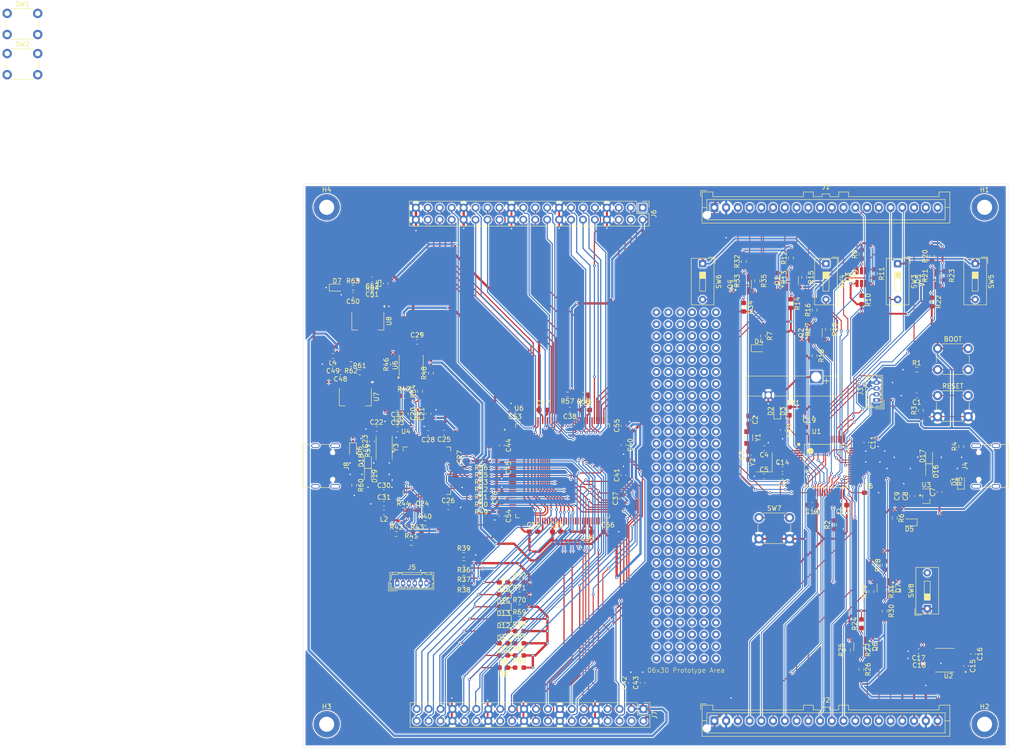
<source format=kicad_pcb>
(kicad_pcb (version 20241229) (generator "pcbnew") (generator_version "9.0")
  (layers (0 "F.Cu" signal) (2 "B.Cu" signal) (13 "F.Paste" user) (15 "B.Paste" user) (5 "F.SilkS" user "F.Silkscreen") (7 "B.SilkS" user "B.Silkscreen") (1 "F.Mask" user) (3 "B.Mask" user) (25 "Edge.Cuts" user))
  (net 0 "")
  (net 1 "GND")
  (net 2 "Net-(U1-NRST)")
  (net 3 "Net-(U1-PC14-OSC32_IN)")
  (net 4 "Net-(U1-PC15-OSC32_OUT)")
  (net 5 "Net-(U1-PH0-OSC_IN)")
  (net 6 "Net-(U1-PH1-OSC_OUT)")
  (net 7 "Net-(U1-VCAP1)")
  (net 8 "5V")
  (net 9 "3V3")
  (net 10 "Net-(D2-K)")
  (net 11 "Net-(U2-C1-)")
  (net 12 "Net-(U2-C1+)")
  (net 13 "Net-(U2-C2+)")
  (net 14 "Net-(U2-C2-)")
  (net 15 "12V")
  (net 16 "Net-(D1-A)")
  (net 17 "Net-(D4-A)")
  (net 18 "Net-(D5-A)")
  (net 19 "PA1-GPIO")
  (net 20 "PA7-GPIO")
  (net 21 "PA4-GPIO")
  (net 22 "PB6-GPIO")
  (net 23 "PA0-GPIO")
  (net 24 "PA5-GPIO")
  (net 25 "Net-(J1-Pin_6)")
  (net 26 "PA6-GPIO")
  (net 27 "PB7-GPIO")
  (net 28 "PA10-GPIO")
  (net 29 "PA9-GPIO")
  (net 30 "Net-(J2-Pin_3)")
  (net 31 "PC8-GPIO")
  (net 32 "PC9-GPIO")
  (net 33 "PC7-GPIO")
  (net 34 "PC6-GPIO")
  (net 36 "Net-(J4-CC2)")
  (net 37 "Net-(J4-CC1)")
  (net 43 "Net-(U1-VDDA{slash}VREF+)")
  (net 44 "Net-(U1-BOOT0)")
  (net 45 "Net-(U1-PB2)")
  (net 46 "PA9-MCU")
  (net 47 "PA10-MCU")
  (net 48 "PB7-MCU")
  (net 49 "PB6-MCU")
  (net 50 "PA4-MCU")
  (net 51 "PA5-MCU")
  (net 52 "PA6-MCU")
  (net 53 "PA7-MCU")
  (net 54 "PA0-MCU")
  (net 55 "PA1-MCU")
  (net 56 "PC6-MCU")
  (net 57 "PC7-MCU")
  (net 58 "PC8-MCU")
  (net 59 "PC9-MCU")
  (net 69 "Net-(J1-Pin_5)")
  (net 70 "Net-(SW5-B)")
  (net 71 "Net-(SW3-B)")
  (net 72 "Net-(SW4-B)")
  (net 73 "Net-(SW8-B)")
  (net 74 "Net-(SW6-B)")
  (net 75 "1V8")
  (net 76 "Net-(U4-OSCI)")
  (net 77 "Net-(U4-OSCO)")
  (net 78 "Net-(U4-VPLL)")
  (net 79 "Net-(U4-VPHY)")
  (net 80 "VCC_1V2")
  (net 81 "Net-(C51-Pad1)")
  (net 82 "1V2")
  (net 83 "/MCU/PC13")
  (net 84 "Net-(D6-A)")
  (net 85 "Net-(D7-A)")
  (net 86 "/FPGA/PR4B")
  (net 87 "Net-(D8-K)")
  (net 88 "/FPGA/PR4A")
  (net 89 "Net-(D9-K)")
  (net 90 "Net-(D10-K)")
  (net 91 "/FPGA/PR3B")
  (net 92 "/FPGA/PR3A")
  (net 93 "Net-(D11-K)")
  (net 94 "/FPGA/PR2D")
  (net 95 "Net-(D12-K)")
  (net 96 "Net-(D13-K)")
  (net 97 "/FPGA/PR2C")
  (net 98 "/FPGA/PR2B")
  (net 99 "Net-(D14-K)")
  (net 100 "/FPGA/PR2A")
  (net 101 "Net-(D15-K)")
  (net 102 "/MCU/PC11")
  (net 103 "/MCU/PA8")
  (net 104 "/MCU/PB0")
  (net 105 "/MCU/PB1")
  (net 106 "/MCU/PC10")
  (net 107 "/MCU/PB5")
  (net 108 "/MCU/PB4")
  (net 109 "/MCU/PB10")
  (net 110 "/MCU/PB12")
  (net 111 "/MCU/PB15")
  (net 112 "/MCU/PB3")
  (net 113 "/MCU/PB13")
  (net 114 "/MCU/PB9")
  (net 115 "/MCU/PB8")
  (net 116 "/MCU/PB14")
  (net 117 "/MCU/SWDIO_PA13")
  (net 118 "/MCU/SWCLK_PA14")
  (net 119 "/MCU/D-")
  (net 120 "/MCU/D+")
  (net 121 "PT10C-TDO")
  (net 122 "PT10D-TDI")
  (net 123 "PT11D-TMS")
  (net 124 "PT11C-TCK")
  (net 125 "/FPGA/PT16D")
  (net 126 "/FPGA/PT10B")
  (net 127 "/FPGA/PT16B")
  (net 128 "/FPGA/PT17C")
  (net 129 "/FPGA/PT11B")
  (net 130 "/FPGA/PT17D")
  (net 131 "/FPGA/PT9D")
  (net 132 "/FPGA/PT12B")
  (net 133 "/FPGA/PT17A")
  (net 134 "/FPGA/PT9C")
  (net 135 "/FPGA/PT9A")
  (net 136 "/FPGA/PT12D")
  (net 137 "/FPGA/PT16C")
  (net 139 "/FPGA/PT12C")
  (net 140 "/FPGA/PT15B")
  (net 141 "/FPGA/PT11A")
  (net 142 "/FPGA/PT15C")
  (net 143 "/FPGA/PT16A")
  (net 144 "/FPGA/PT15A")
  (net 145 "/FPGA/PT9B")
  (net 146 "/FPGA/PT10A")
  (net 147 "/FPGA/PT15D")
  (net 148 "/FPGA/PT17B")
  (net 149 "/FPGA/PT12A")
  (net 150 "/FPGA/PR8C")
  (net 151 "PR10C-Tx")
  (net 152 "/FPGA/PR8B")
  (net 153 "/FPGA/PR4D")
  (net 154 "PR9D-DSRn")
  (net 155 "/FPGA/PR5A")
  (net 156 "PR9C-DCDn")
  (net 157 "/FPGA/PR5C")
  (net 158 "PR9B-DTRn")
  (net 159 "/FPGA/PR8A")
  (net 161 "PR10D-Rx")
  (net 162 "PR10A-CTSn")
  (net 163 "/FPGA/PR8D")
  (net 164 "/FPGA/PR5B")
  (net 165 "/FPGA/PR4C")
  (net 166 "/FPGA/PR5D")
  (net 167 "/FPGA/PR9A")
  (net 168 "PR10B-RTSn")
  (net 169 "FPGA_D+")
  (net 172 "FPGA_D-")
  (net 174 "Net-(J8-CC1)")
  (net 178 "Net-(J8-CC2)")
  (net 179 "Net-(U4-ADBUS0)")
  (net 180 "Net-(U4-ADBUS1)")
  (net 181 "Net-(U4-ADBUS2)")
  (net 182 "Net-(U4-ADBUS3)")
  (net 183 "Net-(U4-~{RESET})")
  (net 184 "Net-(U4-REF)")
  (net 185 "Net-(U4-EECS)")
  (net 186 "Net-(U4-EEDATA)")
  (net 187 "Net-(U5-DO)")
  (net 188 "Net-(U4-BDBUS0)")
  (net 189 "Net-(U4-BDBUS1)")
  (net 190 "Net-(U4-BDBUS2)")
  (net 191 "Net-(U4-BDBUS3)")
  (net 192 "Net-(U4-BDBUS4)")
  (net 193 "Net-(U4-EECLK)")
  (net 194 "Net-(U4-BDBUS5)")
  (net 195 "Net-(U4-BDBUS6)")
  (net 196 "Net-(U7-OUTPUT)")
  (net 197 "Net-(U8-OUTPUT)")
  (net 276 "Net-(C14-Pad2)")
  (net 277 "Net-(BT1-+)")
  (footprint "Inductor_SMD:L_0603_1608Metric_Pad1.05x0.95mm_HandSolder" (layer "F.Cu") (at 82.0615 58.992 90)
    (property "Reference" "L5")
    (property "Value" "600ohm 500mA" (hide yes))
  )
  (footprint "Resistor_SMD:R_0603_1608Metric_Pad0.98x0.95mm_HandSolder" (layer "F.Cu") (at 110.534 140.742)
    (property "Reference" "R65")
    (property "Value" "1K" (hide yes))
  )
  (footprint "Resistor_SMD:R_0603_1608Metric_Pad0.98x0.95mm_HandSolder" (layer "F.Cu") (at 191.104 124.568 90)
    (property "Reference" "R31")
    (property "Value" "10k" (hide yes))
  )
  (footprint "Resistor_SMD:R_0603_1608Metric_Pad0.98x0.95mm_HandSolder" (layer "F.Cu") (at 165.4395 57.69425 -90)
    (property "Reference" "R13")
    (property "Value" "10k" (hide yes))
  )
  (footprint "Capacitor_SMD:C_0603_1608Metric_Pad1.08x0.95mm_HandSolder" (layer "F.Cu") (at 166.562 90.234 -90)
    (property "Reference" "C10")
    (property "Value" "0.1uF" (hide yes))
  )
  (footprint "Button_Switch_THT:SW_PUSH_6mm" (layer "F.Cu") (at 1.525 1.525)
    (property "Reference" "SW1")
    (property "Value" "BOOT0")
  )
  (footprint "Resistor_SMD:R_0603_1608Metric_Pad0.98x0.95mm_HandSolder" (layer "F.Cu") (at 74.7015 76.172 180)
    (property "Reference" "R62")
    (property "Value" "0" (hide yes))
  )
  (footprint "Capacitor_SMD:C_0603_1608Metric_Pad1.08x0.95mm_HandSolder" (layer "F.Cu") (at 184.834 103.526)
    (property "Reference" "C6")
    (property "Value" "2.2uF" (hide yes))
  )
  (footprint "Capacitor_SMD:C_0603_1608Metric_Pad1.08x0.95mm_HandSolder" (layer "F.Cu") (at 106.789 93.4595 -90)
    (property "Reference" "C44")
    (property "Value" "0.1uF" (hide yes))
  )
  (footprint "Crystal:Crystal_SMD_3215-2Pin_3.2x1.5mm" (layer "F.Cu") (at 159.291 91.78325 -90)
    (property "Reference" "Y1")
    (property "Value" "32.768KHz" (hide yes))
  )
  (footprint "Resistor_SMD:R_0603_1608Metric_Pad0.98x0.95mm_HandSolder" (layer "F.Cu") (at 201.132 57.3375 -90)
    (property "Reference" "R23")
    (property "Value" "10k" (hide yes))
  )
  (footprint "Resistor_SMD:R_0603_1608Metric_Pad0.98x0.95mm_HandSolder" (layer "F.Cu") (at 110.534 130.378)
    (property "Reference" "R69")
    (property "Value" "1K" (hide yes))
  )
  (footprint "Capacitor_SMD:C_0603_1608Metric_Pad1.08x0.95mm_HandSolder" (layer "F.Cu") (at 89.859 107.262)
    (property "Reference" "C24")
    (property "Value" "0.1uF" (hide yes))
  )
  (footprint "Resistor_SMD:R_0603_1608Metric_Pad0.98x0.95mm_HandSolder" (layer "F.Cu") (at 102.399 99.862 180)
    (property "Reference" "R53")
    (property "Value" "0" (hide yes))
  )
  (footprint "Package_TO_SOT_SMD:SOT-23-6_Handsoldering" (layer "F.Cu") (at 173.3625 69.512 90)
    (property "Reference" "Q2")
    (property "Value" "Q_Dual_NMOS_G1S2G2D2S1D1" (hide yes))
  )
  (footprint "Capacitor_SMD:C_0603_1608Metric_Pad1.08x0.95mm_HandSolder" (layer "F.Cu") (at 79.1915 59.862 180)
    (property "Reference" "C51")
    (property "Value" "22uF" (hide yes))
  )
  (footprint "Capacitor_SMD:C_0603_1608Metric_Pad1.08x0.95mm_HandSolder" (layer "F.Cu") (at 179.319 106.138 180)
    (property "Reference" "C12")
    (property "Value" "0.1u" (hide yes))
  )
  (footprint "Capacitor_SMD:C_0603_1608Metric_Pad1.08x0.95mm_HandSolder" (layer "F.Cu") (at 95.3865 106.642)
    (property "Reference" "C26")
    (property "Value" "0.1uF" (hide yes))
  )
  (footprint "Capacitor_SMD:C_0603_1608Metric_Pad1.08x0.95mm_HandSolder" (layer "F.Cu") (at 172.219 89.538)
    (property "Reference" "C19")
    (property "Value" "0.1u" (hide yes))
  )
  (footprint "Resistor_SMD:R_0603_1608Metric_Pad0.98x0.95mm_HandSolder" (layer "F.Cu") (at 75.1115 59.882)
    (property "Reference" "R63")
    (property "Value" "1K" (hide yes))
  )
  (footprint "Resistor_SMD:R_0603_1608Metric_Pad0.98x0.95mm_HandSolder" (layer "F.Cu") (at 88.769 112.292)
    (property "Reference" "R43")
    (property "Value" "0" (hide yes))
  )
  (footprint "LED_SMD:LED_0603_1608Metric_Pad1.05x0.95mm_HandSolder" (layer "F.Cu") (at 161.519 72.792)
    (property "Reference" "D4")
    (property "Value" "GREEN")
  )
  (footprint "Inductor_SMD:L_0603_1608Metric_Pad1.05x0.95mm_HandSolder" (layer "F.Cu") (at 70.8215 74.432 180)
    (property "Reference" "L4")
    (property "Value" "600ohm 500mA" (hide yes))
  )
  (footprint "Capacitor_SMD:C_0603_1608Metric_Pad1.08x0.95mm_HandSolder" (layer "F.Cu") (at 75.1115 61.412 180)
    (property "Reference" "C50")
    (property "Value" "10uF" (hide yes))
  )
  (footprint "Resistor_SMD:R_0603_1608Metric_Pad0.98x0.95mm_HandSolder" (layer "F.Cu") (at 110.534 135.562)
    (property "Reference" "R67")
    (property "Value" "1K" (hide yes))
  )
  (footprint "Capacitor_SMD:C_0603_1608Metric_Pad1.08x0.95mm_HandSolder" (layer "F.Cu") (at 195.484 137.258 180)
    (property "Reference" "C17")
    (property "Value" "4.7uF" (hide yes))
  )
  (footprint "Resistor_SMD:R_0603_1608Metric_Pad0.98x0.95mm_HandSolder" (layer "F.Cu") (at 85.989 82.902)
    (property "Reference" "R47")
    (property "Value" "10K" (hide yes))
  )
  (footprint "Capacitor_SMD:C_0603_1608Metric_Pad1.08x0.95mm_HandSolder" (layer "F.Cu") (at 72.449 77.912 180)
    (property "Reference" "C48")
    (property "Value" "10uF" (hide yes))
  )
  (footprint "Resistor_SMD:R_0603_1608Metric_Pad0.98x0.95mm_HandSolder" (layer "F.Cu") (at 98.699 120.582 180)
    (property "Reference" "R37")
    (property "Value" "5.1K" (hide yes))
  )
  (footprint "Button_Switch_THT:SW_DIP_SPSTx01_Slide_9.78x4.72mm_W7.62mm_P2.54mm" (layer "F.Cu") (at 197.319 128.192 90)
    (property "Reference" "SW8")
    (property "Value" "SW_SPST")
  )
  (footprint "Capacitor_SMD:C_0603_1608Metric_Pad1.08x0.95mm_HandSolder" (layer "F.Cu") (at 159.289 95.57725 90)
    (property "Reference" "C3")
    (property "Value" "4.3pF" (hide yes))
  )
  (footprint "LED_SMD:LED_0603_1608Metric_Pad1.05x0.95mm_HandSolder" (layer "F.Cu") (at 107.144 140.742 180)
    (property "Reference" "D8")
    (property "Value" "GREEN" (hide yes))
  )
  (footprint "Resistor_SMD:R_0603_1608Metric_Pad0.98x0.95mm_HandSolder" (layer "F.Cu") (at 183.3335 62.501 -90)
    (property "Reference" "R10")
    (property "Value" "10k" (hide yes))
  )
  (footprint "Capacitor_SMD:C_0603_1608Metric_Pad1.08x0.95mm_HandSolder" (layer "F.Cu") (at 89.349 86.7495 90)
    (property "Reference" "C20")
    (property "Value" "0.1uF" (hide yes))
  )
  (footprint "MAX662AESA+T:SOIC127P600X175-8N" (layer "F.Cu") (at 201.035 139.164 180)
    (property "Reference" "U2")
    (property "Value" "MAX662AESA_T")
  )
  (footprint "STM32F411RET6:QFP50P1200X1200X160-64N" (layer "F.Cu") (at 175.769 97.838)
    (property "Reference" "U1")
    (property "Value" "STM32F411RET6" (hide yes))
  )
  (footprint "Package_TO_SOT_SMD:SOT-23-6_Handsoldering" (layer "F.Cu") (at 198.282 58.0675 90)
    (property "Reference" "Q5")
    (property "Value" "Q_Dual_NMOS_G1S2G2D2S1D1" (hide yes))
  )
  (footprint "Diode_SMD:D_0603_1608Metric_Pad1.05x0.95mm_HandSolder" (layer "F.Cu") (at 78.299 96.682 90)
    (property "Reference" "D18")
    (property "Value" "D" (hide yes))
  )
  (footprint "Crystal:Crystal_SMD_3225-4Pin_3.2x2.5mm" (layer "F.Cu") (at 162.61 97.04 90)
    (property "Reference" "Y2")
    (property "Value" "25MHz")
  )
  (footprint "MountingHole:MountingHole_3.2mm_M3_DIN965_Pad_TopBottom" (layer "F.Cu") (at 69.519 152.792)
    (property "Reference" "H3")
    (property "Value" "MountingHole_Pad_MP")
  )
  (footprint "Capacitor_SMD:C_0603_1608Metric_Pad1.08x0.95mm_HandSolder" (layer "F.Cu") (at 166.508 98.508)
    (property "Reference" "C14")
    (property "Value" "0.1u" (hide yes))
  )
  (footprint "Resistor_SMD:R_0603_1608Metric_Pad0.98x0.95mm_HandSolder" (layer "F.Cu") (at 75.382 101.93 -90)
    (property "Reference" "R60")
    (property "Value" "5.1K" (hide yes))
  )
  (footprint "Package_TO_SOT_SMD:SOT-23-6_Handsoldering" (layer "F.Cu") (at 158.289 59.188 90)
    (property "Reference" "Q4")
    (property "Value" "Q_Dual_NMOS_G1S2G2D2S1D1" (hide yes))
  )
  (footprint "LED_SMD:LED_0603_1608Metric_Pad1.05x0.95mm_HandSolder" (layer "F.Cu") (at 107.144 135.562 180)
    (property "Reference" "D10")
    (property "Value" "GREEN" (hide yes))
  )
  (footprint "Resistor_SMD:R_0603_1608Metric_Pad0.98x0.95mm_HandSolder" (layer "F.Cu") (at 183.307 141.128 -90)
    (property "Reference" "R26")
    (property "Value" "10k" (hide yes))
  )
  (footprint "Capacitor_SMD:C_0603_1608Metric_Pad1.08x0.95mm_HandSolder" (layer "F.Cu") (at 162.597 100.0275)
    (property "Reference" "C5")
    (property "Value" "12pF" (hide yes))
  )
  (footprint "Capacitor_SMD:C_0603_1608Metric_Pad1.08x0.95mm_HandSolder" (layer "F.Cu") (at 121.269 85.882 180)
    (property "Reference" "C38")
    (property "Value" "0.1uF" (hide yes))
  )
  (footprint "Resistor_SMD:R_0603_1608Metric_Pad0.98x0.95mm_HandSolder" (layer "F.Cu") (at 183.307 131.408 90)
    (property "Reference" "R24")
    (property "Value" "10k" (hide yes))
  )
  (footprint "Capacitor_SMD:C_0603_1608Metric_Pad1.08x0.95mm_HandSolder" (layer "F.Cu") (at 124.979 111.812 180)
    (property "Reference" "C36")
    (property "Value" "0.1uF" (hide yes))
  )
  (footprint "Resistor_SMD:R_0603_1608Metric_Pad0.98x0.95mm_HandSolder" (layer "F.Cu") (at 124.209 82.672 180)
    (property "Reference" "R58")
    (property "Value" "2.2K" (hide yes))
  )
  (footprint "Connector_Hirose:Hirose_DF13-04P-1.25DSA_1x04_P1.25mm_Vertical" (layer "F.Cu") (at 186.519 83.838 90)
    (property "Reference" "J3")
    (property "Value" "Debug")
  )
  (footprint "Inductor_SMD:L_0603_1608Metric_Pad1.05x0.95mm_HandSolder" (layer "F.Cu") (at 84.5965 86.492 180)
    (property "Reference" "L3")
    (property "Value" "600ohm 500mA" (hide yes))
  )
  (footprint "Resistor_SMD:R_0603_1608Metric_Pad0.98x0.95mm_HandSolder" (layer "F.Cu") (at 84.329 112.312)
    (property "Reference" "R42")
    (property "Value" "0" (hide yes))
  )
  (footprint "Resistor_SMD:R_0603_1608Metric_Pad0.98x0.95mm_HandSolder" (layer "F.Cu") (at 173.3625 64.652 90)
    (property "Reference" "R16")
    (property "Value" "10k" (hide yes))
  )
  (footprint "Connector_USB:USB_C_Receptacle_G-Switch_GT-USB-7010ASV" (layer "F.Cu") (at 210.86 97.838 90)
    (property "Reference" "J4")
    (property "Value" "USB_C_Receptacle_USB2.0_16P")
  )
  (footprint "Connector_JST:JST_XA_B20B-XASK-1-A_1x20_P2.50mm_Vertical" (layer "F.Cu") (at 152.019 152.05926)
    (property "Reference" "J2")
    (property "Value" "Conn_01x20_Socket")
  )
  (footprint "FT2232HL:QFP50P1200X1200X160-64N" (layer "F.Cu") (at 90.85 98.838)
    (property "Reference" "U4")
    (property "Value" "FT2232HL-REEL" (hide yes))
  )
  (footprint "Diode_SMD:D_0603_1608Metric_Pad1.05x0.95mm_HandSolder" (layer "F.Cu") (at 204.481 101.115 90)
    (property "Reference" "D1")
    (property "Value" "D" (hide yes))
  )
  (footprint "Resistor_SMD:R_0603_1608Metric_Pad0.98x0.95mm_HandSolder" (layer "F.Cu") (at 177.523 110.365 90)
    (property "Reference" "R2")
    (property "Value" "10K" (hide yes))
  )
  (footprint "Diode_SMD:D_0603_1608Metric_Pad1.05x0.95mm_HandSolder" (layer "F.Cu") (at 168.008 86.1565 90)
    (property "Reference" "D3")
    (property "Value" "D_Schottky" (hide yes))
  )
  (footprint "Capacitor_SMD:C_0603_1608Metric_Pad1.08x0.95mm_HandSolder" (layer "F.Cu") (at 132.689 93.382 -90)
    (property "Reference" "C40")
    (property "Value" "0.1uF" (hide yes))
  )
  (footprint "Resistor_SMD:R_0603_1608Metric_Pad0.98x0.95mm_HandSolder" (layer "F.Cu") (at 185.404 124.568 90)
    (property "Reference" "R29")
    (property "Value" "10k" (hide yes))
  )
  (footprint "Prototype_Area:6x30" (layer "F.Cu") (at 137.129 65.122)
    (property "Reference" "06x30 Prototype Area")
    (property "Value" "6x30" (hide yes))
  )
  (footprint "Button_Switch_THT:SW_PUSH_6mm" (layer "F.Cu") (at 199.519 72.838)
    (property "Reference" "BOOT")
    (property "Value" "BOOT0")
  )
  (footprint "LED_SMD:LED_0603_1608Metric_Pad1.05x0.95mm_HandSolder" (layer "F.Cu") (at 107.144 125.202 180)
    (property "Reference" "D14")
    (property "Value" "GREEN" (hide yes))
  )
  (footprint "LED_SMD:LED_0603_1608Metric_Pad1.05x0.95mm_HandSolder" (layer "F.Cu") (at 107.144 130.382 180)
    (property "Reference" "D12")
    (property "Value" "GREEN" (hide yes))
  )
  (footprint "Capacitor_SMD:C_0603_1608Metric_Pad1.08x0.95mm_HandSolder" (layer "F.Cu") (at 115.579 85.912)
    (property "Reference" "C47")
    (property "Value" "0.1uF" (hide yes))
  )
  (footprint "Capacitor_SMD:C_0603_1608Metric_Pad1.08x0.95mm_HandSolder" (layer "F.Cu") (at 106.789 104.582 90)
    (property "Reference" "C46")
    (property "Value" "0.1uF" (hide yes))
  )
  (footprint "Resistor_SMD:R_0603_1608Metric_Pad0.98x0.95mm_HandSolder" (layer "F.Cu") (at 198.282 53.2075 90)
    (property "Reference" "R20")
    (property "Value" "10k" (hide yes))
  )
  (footprint "Battery:Battery_Panasonic_CR2032-VS1N_Vertical_CircularHoles" (layer "F.Cu") (at 173.664 78.907 180)
    (property "Reference" "BT1")
    (property "Value" "Battery_Cell")
  )
  (footprint "LED_SMD:LED_0603_1608Metric_Pad1.05x0.95mm_HandSolder" (layer "F.Cu") (at 107.144 127.792 180)
    (property "Reference" "D13")
    (property "Value" "GREEN" (hide yes))
  )
  (footprint "Resistor_SMD:R_0603_1608Metric_Pad0.98x0.95mm_HandSolder" (layer "F.Cu") (at 204.559 93.678 90)
    (property "Reference" "R4")
    (property "Value" "5.1K" (hide yes))
  )
  (footprint "Connector_PinHeader_2.54mm:PinHeader_2x20_P2.54mm_Vertical" (layer "F.Cu") (at 136.923 149.552 -90)
    (property "Reference" "J7")
    (property "Value" "Conn_02x20_Odd_Even")
  )
  (footprint "Inductor_SMD:L_0603_1608Metric_Pad1.05x0.95mm_HandSolder" (layer "F.Cu") (at 81.704 107.732 180)
    (property "Reference" "L2")
    (property "Value" "600ohm 500mA" (hide yes))
  )
  (footprint "Package_TO_SOT_SMD:SOT-23-6_Handsoldering" (layer "F.Cu") (at 183.307 136.268 -90)
    (property "Reference" "Q6")
    (property "Value" "Q_Dual_NMOS_G1S2G2D2S1D1" (hide yes))
  )
  (footprint "LED_SMD:LED_0603_1608Metric_Pad1.05x0.95mm_HandSolder" (layer "F.Cu") (at 107.144 122.612 180)
    (property "Reference" "D15")
    (property "Value" "GREEN" (hide yes))
  )
  (footprint "Button_Switch_THT:SW_DIP_SPSTx01_Slide_9.78x4.72mm_W7.62mm_P2.54mm" (layer "F.Cu") (at 207.519 54.792 -90)
    (property "Reference" "SW5")
    (property "Value" "SW_SPST")
  )
  (footprint "Capacitor_SMD:C_0603_1608Metric_Pad1.08x0.95mm_HandSolder" (layer "F.Cu") (at 79.139 92.602 90)
    (property "Reference" "C23")
    (property "Value" "18pF" (hide yes))
  )
  (footprint "Resistor_SMD:R_0603_1608Metric_Pad0.98x0.95mm_HandSolder" (layer "F.Cu") (at 90.449 110.022)
    (property "Reference" "R40")
    (property "Value" "0" (hide yes))
  )
  (footprint "Resistor_SMD:R_0603_1608Metric_Pad0.98x0.95mm_HandSolder" (layer "F.Cu") (at 195.963 86.0245 90)
    (property "Reference" "R3")
    (property "Value" "10K" (hide yes))
  )
  (footprint "LED_SMD:LED_0603_1608Metric_Pad1.05x0.95mm_HandSolder" (layer "F.Cu") (at 107.144 138.152 180)
    (property "Reference" "D9")
    (property "Value" "GREEN" (hide yes))
  )
  (footprint "Resistor_SMD:R_0603_1608Metric_Pad0.98x0.95mm_HandSolder" (layer "F.Cu") (at 171.1405 57.69475 -90)
    (property "Reference" "R15")
    (property "Value" "10k" (hide yes))
  )
  (footprint "Resistor_SMD:R_0603_1608Metric_Pad0.98x0.95mm_HandSolder" (layer "F.Cu") (at 91.679 78.062 90)
    (property "Reference" "R48")
    (property "Value" "10K" (hide yes))
  )
  (footprint "Package_TO_SOT_SMD:SOT-223" (layer "F.Cu") (at 78.2715 67.002 -90)
    (property "Reference" "U8")
    (property "Value" "NCP1117")
  )
  (footprint "Resistor_SMD:R_0603_1608Metric_Pad0.98x0.95mm_HandSolder" (layer "F.Cu") (at 110.534 132.972)
    (property "Reference" "R68")
    (property "Value" "1K" (hide yes))
  )
  (footprint "Resistor_SMD:R_0603_1608Metric_Pad0.98x0.95mm_HandSolder" (layer "F.Cu") (at 102.399 106.212 180)
    (property "Reference" "R49")
    (property "Value" "0" (hide yes))
  )
  (footprint "Diode_SMD:D_0603_1608Metric_Pad1.05x0.95mm_HandSolder" (layer "F.Cu") (at 78.299 99.987 -90)
    (property "Reference" "D19")
    (property "Value" "D" (hide yes))
  )
  (footprint "Resistor_SMD:R_0603_1608Metric_Pad0.98x0.95mm_HandSolder" (layer "F.Cu") (at 180.4565 136.998 90)
    (property "Reference" "R25")
    (property "Value" "10k" (hide yes))
  )
  (footprint "Crystal:Crystal_SMD_TXC_7A-2Pin_5x3.2mm" (layer "F.Cu") (at 81.749 93.912 -90)
    (property "Reference" "Y3")
    (property "Value" "12MHz" (hide yes))
  )
  (footprint "Capacitor_SMD:C_0603_1608Metric_Pad1.08x0.95mm_HandSolder" (layer "F.Cu") (at 184.359 92.818 -90)
    (property "Reference" "C11")
    (property "Value" "0.1u" (hide yes))
  )
  (footprint "Package_TO_SOT_SMD:SOT-23-6_Handsoldering" (layer "F.Cu") (at 188.254 123.838 -90)
    (property "Reference" "Q7")
    (property "Value" "Q_Dual_NMOS_G1S2G2D2S1D1" (hide yes))
  )
  (footprint "MountingHole:MountingHole_3.2mm_M3_DIN965_Pad_TopBottom" (layer "F.Cu") (at 69.519 42.792)
    (property "Reference" "H4")
    (property "Value" "MountingHole_Pad_MP")
  )
  (footprint "Capacitor_SMD:C_0603_1608Metric_Pad1.08x0.95mm_HandSolder" (layer "F.Cu") (at 81.704 103.402)
    (property "Reference" "C30")
    (property "Value" "0.1uF" (hide yes))
  )
  (footprint "Capacitor_SMD:C_0603_1608Metric_Pad1.08x0.95mm_HandSolder" (layer "F.Cu") (at 109.599 85.912 180)
    (property "Reference" "C53")
    (property "Value" "0.1uF" (hide yes))
  )
  (footprint "Capacitor_SMD:C_0603_1608Metric_Pad1.08x0.95mm_HandSolder" (layer "F.Cu") (at 106.789 98.222 -90)
    (property "Reference" "C45")
    (property "Value" "0.1uF" (hide yes))
  )
  (footprint "Resistor_SMD:R_0603_1608Metric_Pad0.98x0.95mm_HandSolder" (layer "F.Cu") (at 162.396 70.1855 -90)
    (property "Reference" "R7")
    (property "Value" "1K" (hide yes))
  )
  (footprint "Resistor_SMD:R_0603_1608Metric_Pad0.98x0.95mm_HandSolder" (layer "F.Cu") (at 155.439 58.458 -90)
    (property "Reference" "R33")
    (property "Value" "10k" (hide yes))
  )
  (footprint "Resistor_SMD:R_0603_1608Metric_Pad0.98x0.95mm_HandSolder" (layer "F.Cu") (at 102.399 101.392 180)
    (property "Reference" "R52")
    (property "Value" "0" (hide yes))
  )
  (footprint "Button_Switch_THT:SW_DIP_SPSTx01_Slide_9.78x4.72mm_W7.62mm_P2.54mm" (layer "F.Cu") (at 149.519 54.792 -90)
    (property "Reference" "SW6")
    (property "Value" "SW_SPST")
  )
  (footprint "LED_SMD:LED_0603_1608Metric_Pad1.05x0.95mm_HandSolder" (layer "F.Cu") (at 193.519 109.838 180)
    (property "Reference" "D5")
    (property "Value" "RED")
  )
  (footprint "Capacitor_SMD:C_0603_1608Metric_Pad1.08x0.95mm_HandSolder" (layer "F.Cu") (at 88.769 71.412)
    (property "Reference" "C29")
    (property "Value" "0.1uF" (hide yes))
  )
  (footprint "Button_Switch_THT:SW_DIP_SPSTx01_Slide_9.78x4.72mm_W7.62mm_P2.54mm" (layer "F.Cu") (at 191.019 54.792 -90)
    (property "Reference" "SW3")
    (property "Value" "SW_SPST")
  )
  (footprint "Button_Switch_THT:SW_PUSH_6mm" (layer "F.Cu") (at 1.525 10.075)
    (property "Reference" "SW2")
    (property "Value" "NRST")
  )
  (footprint "Resistor_SMD:R_0603_1608Metric_Pad0.98x0.95mm_HandSolder" (layer "F.Cu") (at 180.4835 56.911 -90)
    (property "Reference" "R9")
    (property "Value" "10k" (hide yes))
  )
  (footprint "Resistor_SMD:R_0603_1608Metric_Pad0.98x0.95mm_HandSolder" (layer "F.Cu") (at 173.3625 74.372 -90)
    (property "Reference" "R18")
    (property "Value" "10k" (hide yes))
  )
  (footprint "Capacitor_SMD:C_0603_1608Metric_Pad1.08x0.95mm_HandSolder" (layer "F.Cu") (at 199.924 103.4055 90)
    (property "Reference" "C7")
    (property "Value" "4.7uF" (hide yes))
  )
  (footprint "Resistor_SMD:R_0603_1608Metric_Pad0.98x0.95mm_HandSolder" (layer "F.Cu") (at 183.3335 52.781 90)
    (property "Reference" "R8")
    (property "Value" "10k" (hide yes))
  )
  (footprint "Package_TO_SOT_SMD:SOT-23" (layer "F.Cu") (at 197.1165 104.268)
    (property "Reference" "U3")
    (property "Value" "MCP1792x-3302xCB" (hide yes))
  )
  (footprint "Resistor_SMD:R_0603_1608Metric_Pad0.98x0.95mm_HandSolder" (layer "F.Cu") (at 102.399 96.772 180)
    (property "Reference" "R56")
    (property "Value" "0" (hide yes))
  )
  (footprint "Resistor_SMD:R_0603_1608Metric_Pad0.98x0.95mm_HandSolder" (layer "F.Cu") (at 110.534 125.202)
    (property "Reference" "R71")
    (property "Value" "1K" (hide yes))
  )
  (footprint "Resistor_SMD:R_0603_1608Metric_Pad0.98x0.95mm_HandSolder" (layer "F.Cu") (at 89.379 81.962 90)
    (property "Reference" "R54")
    (property "Value" "2.2K" (hide yes))
  )
  (footprint "Capacitor_SMD:C_0603_1608Metric_Pad1.08x0.95mm_HandSolder" (layer "F.Cu") (at 124.609 85.922)
    (property "Reference" "C39")
    (property "Value" "0.1uF" (hide yes))
  )
  (footprint "Resistor_SMD:R_0603_1608Metric_Pad0.98x0.95mm_HandSolder" (layer "F.Cu") (at 195.432 57.3375 -90)
    (property "Reference" "R21")
    (property "Value" "10k" (hide yes))
  )
  (footprint "Capacitor_SMD:C_0603_1608Metric_Pad1.08x0.95mm_HandSolder" (layer "F.Cu") (at 195.096 82.852 180)
    (property "Reference" "C1")
    (property "Value" "0.1u" (hide yes))
  )
  (footprint "Capacitor_SMD:C_0603_1608Metric_Pad1.08x0.95mm_HandSolder" (layer "F.Cu") (at 205.575 140.4 -90)
    (property "Reference" "C15")
    (property "Value" "0.22uF" (hide yes))
  )
  (footprint "Capacitor_SMD:C_0603_1608Metric_Pad1.08x0.95mm_HandSolder" (layer "F.Cu") (at 172.819 106.138 180)
    (property "Reference" "C13")
    (property "Value" "0.1u" (hide yes))
  )
  (footprint "Capacitor_SMD:C_0603_1608Metric_Pad1.08x0.95mm_HandSolder" (layer "F.Cu") (at 129.349 111.812)
    (property "Reference" "C56")
    (property "Value" "0.01uF" (hide yes))
  )
  (footprint "Resistor_SMD:R_0603_1608Metric_Pad0.98x0.95mm_HandSolder" (layer "F.Cu") (at 168.29 53.56425 90)
    (property "Reference" "R12")
    (property "Value" "10k" (hide yes))
  )
  (footprint "Package_TO_SOT_SMD:SOT-23-6_Handsoldering" (layer "F.Cu") (at 183.3335 57.641 90)
    (property "Reference" "Q3")
    (property "Value" "Q_Dual_NMOS_G1S2G2D2S1D1" (hide yes))
  )
  (footprint "Capacitor_SMD:C_0603_1608Metric_Pad1.08x0.95mm_HandSolder" (layer "F.Cu") (at 84.5965 90.042)
    (property "Reference" "C33")
    (property "Value" "4.7uF" (hide yes))
  )
  (footprint "Connector_USB:USB_C_Receptacle_G-Switch_GT-USB-7010ASV" (layer "F.Cu") (at 68.204 97.838 -90)
    (property "Reference" "J8")
    (property "Value" "USB_C_Receptacle_USB2.0_16P")
  )
  (footprint "Resistor_SMD:R_0603_1608Metric_Pad0.98x0.95mm_HandSolder" (layer "F.Cu") (at 120.759 82.642 180)
    (property "Reference" "R57")
    (property "Value" "2.2K" (hide yes))
  )
  (footprint "Resistor_SMD:R_0603_1608Metric_Pad0.98x0.95mm_HandSolder" (layer "F.Cu") (at 188.254 128.698 -90)
    (property "Reference" "R30")
    (property "Value" "10k" (hide yes))
  )
  (footprint "Resistor_SMD:R_0603_1608Metric_Pad0.98x0.95mm_HandSolder" (layer "F.Cu") (at 168.29 63.28425 -90)
    (property "Reference" "R14")
    (property "Value" "10k" (hide yes))
  )
  (footprint "Diode_SMD:D_0603_1608Metric_Pad1.05x0.95mm_HandSolder" (layer "F.Cu") (at 75.123 94.563 -90)
    (property "Reference" "D6")
    (property "Value" "D" (hide yes))
  )
  (footprint "Capacitor_SMD:C_0603_1608Metric_Pad1.08x0.95mm_HandSolder" (layer "F.Cu") (at 132.409 104.782 90)
    (property "Reference" "C37")
    (property "Value" "0.1uF" (hide yes))
  )
  (footprint "Resistor_SMD:R_0603_1608Metric_Pad0.98x0.95mm_HandSolder" (layer "F.Cu") (at 98.699 116.782)
    (property "Reference" "R39")
    (property "Value" "2.2K" (hide yes))
  )
  (footprint "Resistor_SMD:R_0603_1608Metric_Pad0.98x0.95mm_HandSolder" (layer "F.Cu") (at 110.534 127.792)
    (property "Reference" "R70")
    (property "Value" "1K" (hide yes))
  )
  (footprint "Connector_Hirose:Hirose_DF13-06P-1.25DSA_1x06_P1.25mm_Vertical" (layer "F.Cu") (at 84.519 122.792)
    (property "Reference" "J5")
    (property "Value" "Conn_01x06_Socket")
  )
  (footprint "Capacitor_SMD:C_0603_1608Metric_Pad1.08x0.95mm_HandSolder" (layer "F.Cu") (at 195.599 138.806 180)
    (property "Reference" "C18")
    (property "Value" "4.7uF" (hide yes))
  )
  (footprint "Resistor_SMD:R_0603_1608Metric_Pad0.98x0.95mm_HandSolder" (layer "F.Cu") (at 98.699 118.522 180)
    (property "Reference" "R36")
    (property "Value" "5.1K" (hide yes))
  )
  (footprint "Capacitor_SMD:C_0603_1608Metric_Pad1.08x0.95mm_HandSolder" (layer "F.Cu") (at 94.499 90.762 180)
    (property "Reference" "C25")
    (property "Value" "0.1uF" (hide yes))
  )
  (footprint "Capacitor_SMD:C_0603_1608Metric_Pad1.08x0.95mm_HandSolder" (layer "F.Cu") (at 106.789 108.472 -90)
    (property "Reference" "C54")
    (property "Value" "1uF" (hide yes))
  )
  (footprint "Inductor_SMD:L_0603_1608Metric_Pad1.05x0.95mm_HandSolder" (layer "F.Cu") (at 166.519 100.098 180)
    (property "Reference" "L1")
    (property "Value" "10uH ±10%" (hide yes))
  )
  (footprint "Resistor_SMD:R_0603_1608Metric_Pad0.98x0.95mm_HandSolder" (layer "F.Cu") (at 87.529 114.182)
    (property "Reference" "R41")
    (property "Value" "0" (hide yes))
  )
  (footprint "Resistor_SMD:R_0603_1608Metric_Pad0.98x0.95mm_HandSolder" (layer "F.Cu") (at 76.839 94.563 -90)
    (property "Reference" "R59")
    (property "Value" "5.1K" (hide yes))
  )
  (footprint "Resistor_SMD:R_0603_1608Metric_Pad0.98x0.95mm_HandSolder" (layer "F.Cu") (at 190.403 108.9255 -90)
    (property "Reference" "R6")
    (property "Value" "5.1K" (hide yes))
  )
  (footprint "Resistor_SMD:R_0603_1608Metric_Pad0.98x0.95mm_HandSolder" (layer "F.Cu") (at 161.139 58.458 -90)
    (property "Reference" "R35")
    (property "Value" "10k" (hide yes))
  )
  (footprint "Capacitor_SMD:C_0603_1608Metric_Pad1.08x0.95mm_HandSolder" (layer "F.Cu") (at 132.689 99.782 90)
    (property "Reference" "C41")
    (property "Value" "0.1uF" (hide yes))
  )
  (footprint "Capacitor_SMD:C_0603_1608Metric_Pad1.08x0.95mm_HandSolder" (layer "F.Cu") (at 162.6255 94.0515 180)
    (property "Reference" "C4")
    (property "Value" "12pF" (hide yes))
  )
  (footprint "Capacitor_SMD:C_0603_1608Metric_Pad1.08x0.95mm_HandSolder" (layer "F.Cu") (at 70.8515 76.172 180)
    (property "Reference" "C49")
    (property "Value" "22uF" (hide yes))
  )
  (footprint "Resistor_SMD:R_0603_1608Metric_Pad0.98x0.95mm_HandSolder" (layer "F.Cu") (at 98.699 122.792 180)
    (property "Reference" "R38")
    (property "Value" "5.1K" (hide yes))
  )
  (footprint "Resistor_SMD:R_0603_1608Metric_Pad0.98x0.95mm_HandSolder" (layer "F.Cu") (at 85.839 107.282)
    (property "Reference" "R44")
    (property "Value" "2.2K" (hide yes))
  )
  (footprint "Capacitor_SMD:C_0603_1608Metric_Pad1.08x0.95mm_HandSolder" (layer "F.Cu") (at 84.5965 88.332)
    (property "Reference" "C32")
    (property "Value" "0.1uF" (hide yes))
  )
  (footprint "Resistor_SMD:R_0603_1608Metric_Pad0.98x0.95mm_HandSolder" (layer "F.Cu") (at 202.819 101.115 -90)
    (property "Reference" "R5")
    (property "Value" "5.1K" (hide yes))
  )
  (footprint "Resistor_SMD:R_0603_1608Metric_Pad0.98x0.95mm_HandSolder" (layer "F.Cu") (at 170.5125 68.782 -90)
    (property "Reference" "R17")
    (property "Value" "10k" (hide yes))
  )
  (footprint "Resistor_SMD:R_0603_1608Metric_Pad0.98x0.95mm_HandSolder" (layer "F.Cu") (at 102.399 104.592 180)
    (property "Reference" "R50")
    (property "Value" "0" (hide yes))
  )
  (footprint "Capacitor_SMD:C_0603_1608Metric_Pad1.08x0.95mm_HandSolder" (layer "F.Cu") (at 91.189 86.7495 90)
    (property "Reference" "C21")
    (property "Value" "10uF" (hide yes))
  )
  (footprint "Resistor_SMD:R_0603_1608Metric_Pad0.98x0.95mm_HandSolder" (layer "F.Cu") (at 158.289 64.048 -90)
    (property "Reference" "R34")
    (property "Value" "10k" (hide yes))
  )
  (footprint "Resistor_SMD:R_0603_1608Metric_Pad0.98x0.95mm_HandSolder" (layer "F.Cu") (at 102.399 102.992 180)
    (property "Reference" "R51")
    (property "Value" "0" (hide yes))
  )
  (footprint "Capacitor_SMD:C_0603_1608Metric_Pad1.08x0.95mm_HandSolder" (layer "F.Cu") (at 207.095 137.8615 -90)
    (property "Reference" "C16")
    (property "Value" "0.22uF" (hide yes))
  )
  (footprint "Connector_PinHeader_2.54mm:PinHeader_2x20_P2.54mm_Vertical" (layer "F.Cu") (at 136.757 42.872 -90)
    (property "Reference" "J6")
    (property "Value" "Conn_02x20_Odd_Even")
  )
  (footprint "MountingHole:MountingHole_3.2mm_M3_DIN965_Pad_TopBottom" (layer "F.Cu") (at 209.519 42.792)
    (property "Reference" "H1")
    (property "Value" "MountingHole_Pad_MP")
  )
  (footprint "MountingHole:MountingHole_3.2mm_M3_DIN965_Pad_TopBottom" (layer "F.Cu") (at 209.519 152.792)
    (property "Reference" "H2")
    (property "Value" "MountingHole_Pad_MP")
  )
  (footprint "Resistor_SMD:R_0603_1608Metric_Pad0.98x0.95mm_HandSolder" (layer "F.Cu") (at 110.534 122.612)
    (property "Reference" "R72")
    (property "Value" "1K" (hide yes))
  )
  (footprint "Button_Switch_THT:SW_DIP_SPSTx01_Slide_9.78x4.72mm_W7.62mm_P2.54mm" (layer "F.Cu") (at 175.7645 54.792 -90)
    (property "Reference" "SW4")
    (property "Value" "SW_SPST")
  )
  (footprint "Capacitor_SMD:C_0603_1608Metric_Pad1.08x0.95mm_HandSolder" (layer "F.Cu") (at 99.229 95.922 90)
    (property "Reference" "C27")
    (property "Value" "0.1uF" (hide yes))
  )
  (footprint "Diode_SMD:D_0603_1608Metric_Pad1.05x0.95mm_HandSolder" (layer "F.Cu") (at 197.719 95.718 90)
    (property "Reference" "D17")
    (property "Value" "D" (hide yes))
  )
  (footprint "Package_SO:SO-8_3.9x4.9mm_P1.27mm" (layer "F.Cu") (at 87.499 76.402 90)
    (property "Reference" "U5")
    (property "Value" "93LCxxC" (hide yes))
  )
  (footprint "Capacitor_SMD:C_0603_1608Metric_Pad1.08x0.95mm_HandSolder" (layer "F.Cu") (at 194.114 104.258 90)
    (property "Reference" "C8")
    (property "Value" "4.7uF" (hide yes))
  )
  (footprint "Package_TO_SOT_SMD:SOT-23-6_Handsoldering" (layer "F.Cu") (at 168.29 58.42425 90)
    (property "Reference" "Q1")
    (property "Value" "Q_Dual_NMOS_G1S2G2D2S1D1" (hide yes))
  )
  (footprint "Resistor_SMD:R_0603_1608Metric_Pad0.98x0.95mm_HandSolder" (layer "F.Cu") (at 176.2125 68.782 -90)
    (property "Reference" "R19")
    (property "Value" "10k" (hide yes))
  )
  (footprint "Capacitor_SMD:C_0603_1608Metric_Pad1.08x0.95mm_HandSolder" (layer "F.Cu") (at 91.1115 90.822 180)
    (property "Reference" "C28")
    (property "Value" "0.1uF" (hide yes))
  )
  (footprint "Capacitor_SMD:C_0603_1608Metric_Pad1.08x0.95mm_HandSolder" (layer "F.Cu") (at 81.704 105.912)
    (property "Reference" "C31")
    (property "Value" "4.7uF" (hide yes))
  )
  (footprint "Capacitor_SMD:C_0603_1608Metric_Pad1.08x0.95mm_HandSolder" (layer "F.Cu") (at 80.139 89.962)
    (property "Reference" "C22")
    (property "Value" "18pF" (hide yes))
  )
  (footprint "Resistor_SMD:R_0603_1608Metric_Pad0.98x0.95mm_HandSolder" (layer "F.Cu") (at 198.282 62.9275 -90)
    (property "Reference" "R22")
    (property "Value" "10k" (hide yes))
  )
  (footprint "Capacitor_SMD:C_0603_1608Metric_Pad1.08x0.95mm_HandSolder" (layer "F.Cu") (at 79.1915 58.132 180)
    (property "Reference" "C52")
    (property "Value" "0.1uF" (hide yes))
  )
  (footprint "Diode_SMD:D_0603_1608Metric_Pad1.05x0.95mm_HandSolder" (layer "F.Cu") (at 197.729 99.0105 -90)
    (property "Reference" "D16")
    (property "Value" "D" (hide yes))
  )
  (footprint "LED_SMD:LED_0603_1608Metric_Pad1.05x0.95mm_HandSolder" (layer "F.Cu") (at 107.144 132.972 180)
    (property "Reference" "D11")
    (property "Value" "GREEN" (hide yes))
  )
  (footprint "Resistor_SMD:R_0603_1608Metric_Pad0.98x0.95mm_HandSolder" (layer "F.Cu") (at 87.379 86.7495 -90)
    (property "Reference" "R45")
    (property "Value" "12K 1%" (hide yes))
  )
  (footprint "Capacitor_SMD:C_0603_1608Metric_Pad1.08x0.95mm_HandSolder" (layer "F.Cu") (at 132.689 89.252 90)
    (property "Reference" "C55")
    (property "Value" "10uF" (hide yes))
  )
  (footprint "Resistor_SMD:R_0603_1608Metric_Pad0.98x0.95mm_HandSolder" (layer "F.Cu") (at 186.1835 56.911 -90)
    (property "Reference" "R11")
    (property "Value" "10k" (hide yes))
  )
  (footprint "Diode_SMD:D_0603_1608Metric_Pad1.05x0.95mm_HandSolder" (layer "F.Cu") (at 165.418 86.1565 90)
    (property "Reference" "D2")
    (property "Value" "D_Schottky" (hide yes))
  )
  (footprint "Resistor_SMD:R_0603_1608Metric_Pad0.98x0.95mm_HandSolder" (layer "F.Cu") (at 102.399 98.322 180)
    (property "Reference" "R55")
    (property "Value" "0" (hide yes))
  )
  (footprint "Resistor_SMD:R_0603_1608Metric_Pad0.98x0.95mm_HandSolder" (layer "F.Cu") (at 76.5215 77.912)
    (property "Reference" "R61")
    (property "Value" "100" (hide yes))
  )
  (footprint "Capacitor_SMD:C_0603_1608Metric_Pad1.08x0.95mm_HandSolder" (layer "F.Cu") (at 113.519 111.812)
    (property "Reference" "C34")
    (property "Value" "0.1uF" (hide yes))
  )
  (footprint "Resistor_SMD:R_0603_1608Metric_Pad0.98x0.95mm_HandSolder" (layer "F.Cu") (at 186.1575 136.998 90)
    (property "Reference" "R27")
    (property "Value" "10k" (hide yes))
  )
  (footprint "Resistor_SMD:R_0603_1608Metric_Pad0.98x0.95mm_HandSolder" (layer "F.Cu") (at 110.534 138.152)
    (property "Reference" "R66")
    (property "Value" "1K" (hide yes))
  )
  (footprint "Resistor_SMD:R_0603_1608Metric_Pad0.98x0.95mm_HandSolder" (layer "F.Cu") (at 195.0745 77.342)
    (property "Reference" "R1")
    (property "Value" "10k" (hide yes))
  )
  (footprint "Connector_JST:JST_XA_B20B-XASK-1-A_1x20_P2.50mm_Vertical" (layer "F.Cu") (at 152.019 42.838)
    (property "Reference" "J1")
    (property "Value" "Conn_01x20_Socket")
  )
  (footprint "Button_Switch_THT:SW_PUSH_6mm" (layer "F.Cu") (at 199.519 82.838)
    (property "Reference" "RESET")
    (property "Value" "NRST")
  )
  (footprint "Resistor_SMD:R_0603_1608Metric_Pad0.98x0.95mm_HandSolder" (layer "F.Cu") (at 79.1915 61.412)
    (property "Reference" "R64")
    (property "Value" "0" (hide yes))
  )
  (footprint "Button_Switch_THT:SW_PUSH_6mm" (layer "F.Cu") (at 161.519 108.838)
    (property "Reference" "SW7")
    (property "Value" "KEY")
  )
  (footprint "Resistor_SMD:R_0603_1608Metric_Pad0.98x0.95mm_HandSolder" (layer "F.Cu") (at 188.254 118.978 90)
    (property "Reference" "R28")
    (property "Value" "10k" (hide yes))
  )
  (footprint "LCMXO2-1200ZE-1TG144C:QFP50P2200X2200X160-144N" (layer "F.Cu") (at 119.739 98.862)
    (property "Reference" "U6")
    (property "Value" "LCMXO2-1200ZE-1TG144C" (hide yes))
  )
  (footprint "Resistor_SMD:R_0603_1608Metric_Pad0.98x0.95mm_HandSolder" (layer "F.Cu") (at 158.289 54.328 90)
    (property "Reference" "R32")
    (property "Value" "10k" (hide yes))
  )
  (footprint "Package_TO_SOT_SMD:SOT-223" (layer "F.Cu") (at 75.6115 83.122 -90)
    (property "Reference" "U7")
    (property "Value" "FAN1112")
  )
  (footprint "Resistor_SMD:R_0603_1608Metric_Pad0.98x0.95mm_HandSolder" (layer "F.Cu") (at 83.629 76.242 90)
    (property "Reference" "R46")
    (property "Value" "10K" (hide yes))
  )
  (footprint "Capacitor_SMD:C_0603_1608Metric_Pad1.08x0.95mm_HandSolder" (layer "F.Cu") (at 134.249 143.972 90)
    (property "Reference" "C42")
    (property "Value" "0.1uF" (hide yes))
  )
  (footprint "Capacitor_SMD:C_0603_1608Metric_Pad1.08x0.95mm_HandSolder" (layer "F.Cu") (at 192.324 104.258 90)
    (property "Reference" "C9")
    (property "Value" "0.01uF" (hide yes))
  )
  (footprint "Capacitor_SMD:C_0603_1608Metric_Pad1.08x0.95mm_HandSolder" (layer "F.Cu") (at 118.4315 111.812)
    (property "Reference" "C35")
    (property "Value" "0.1uF" (hide yes))
  )
  (footprint "Capacitor_SMD:C_0603_1608Metric_Pad1.08x0.95mm_HandSolder" (layer "F.Cu") (at 136.759 143.972 90)
    (property "Reference" "C43")
    (property "Value" "0.1uF" (hide yes))
  )
  (footprint "Capacitor_SMD:C_0603_1608Metric_Pad1.08x0.95mm_HandSolder" (layer "F.Cu") (at 159.293 88.05125 -90)
    (property "Reference" "C2")
    (property "Value" "4.3pF" (hide yes))
  )
  (footprint "LED_SMD:LED_0603_1608Metric_Pad1.05x0.95mm_HandSolder" (layer "F.Cu") (at 71.7315 59.882)
    (property "Reference" "D7")
    (property "Value" "GREEN" (hide yes))
  )
  (gr_rect (start 64.519 37.792) (end 214.519 157.792) (stroke (width 0.05)) (fill no) (layer "Edge.Cuts"))
  (segment (start 115.489 109.532) (end 115.489 110.692) (width 0.25) (layer "F.Cu") (net 1))
  (segment (start 116.189 87.052) (end 116.4415 86.7995) (width 0.4) (layer "F.Cu") (net 1))
  (segment (start 130.409 93.612) (end 131.319 93.612) (width 0.25) (layer "F.Cu") (net 1))
  (segment (start 125.4715 86.5895) (end 125.4715 85.922) (width 0.4) (layer "F.Cu") (net 1))
  (segment (start 78.316 102.3495) (end 78.299 102.3325) (width 0.4) (layer "F.Cu") (net 1))
  (segment (start 179.019 104.528) (end 178.4565 105.0905) (width 0.3) (layer "F.Cu") (net 1))
  (segment (start 133.3365 103.9195) (end 133.339 103.922) (width 0.5) (layer "F.Cu") (net 1))
  (segment (start 163.494 82.757) (end 163.494 84.587) (width 0.4) (layer "F.Cu") (net 1))
  (segment (start 118.989 110.662) (end 119.294 110.967) (width 0.4) (layer "F.Cu") (net 1))
  (segment (start 120.989 87.102) (end 120.829 86.942) (width 0.25) (layer "F.Cu") (net 1))
  (segment (start 108.7365 85.912) (end 108.7365 84.507) (width 0.4) (layer "F.Cu") (net 1))
  (segment (start 85.17 99.588) (end 85.17 100.088) (width 0.25) (layer "F.Cu") (net 1))
  (segment (start 130.409 99.112) (end 131.379 99.112) (width 0.25) (layer "F.Cu") (net 1))
  (segment (start 89.404 73.827) (end 89.404 71.6395) (width 0.4) (layer "F.Cu") (net 1))
  (segment (start 171.959 105.1) (end 171.956 105.1) (width 0.2) (layer "F.Cu") (net 1))
  (segment (start 186.8585 93.6805) (end 184.359 93.6805) (width 0.4) (layer "F.Cu") (net 1))
  (segment (start 186.519 80.088) (end 189.921 80.088) (width 0.4) (layer "F.Cu") (net 1))
  (segment (start 177.523 111.2775) (end 179.4625 111.2775) (width 0.2) (layer "F.Cu") (net 1))
  (segment (start 96.53 95.588) (end 97.655 95.588) (width 0.25) (layer "F.Cu") (net 1))
  (segment (start 163.488 94.0515) (end 163.488 92.882) (width 0.2) (layer "F.Cu") (net 1))
  (segment (start 83.281 100.088) (end 82.819 99.626) (width 0.25) (layer "F.Cu") (net 1))
  (segment (start 118.989 109.532) (end 118.989 110.662) (width 0.25) (layer "F.Cu") (net 1))
  (segment (start 136.759 143.1095) (end 136.759 141.712) (width 0.5) (layer "F.Cu") (net 1))
  (segment (start 89.6315 71.412) (end 89.6315 69.6995) (width 0.4) (layer "F.Cu") (net 1))
  (segment (start 192.324 103.3955) (end 192.324 101.598) (width 0.4) (layer "F.Cu") (net 1))
  (segment (start 105.269 109.3345) (end 105.5315 109.3345) (width 0.4) (layer "F.Cu") (net 1))
  (segment (start 115.989 88.192) (end 115.989 87.252) (width 0.25) (layer "F.Cu") (net 1))
  (segment (start 77.9115 78.932) (end 77.9115 79.972) (width 0.4) (layer "F.Cu") (net 1))
  (segment (start 124.1165 110.9645) (end 124.1165 111.812) (width 0.4) (layer "F.Cu") (net 1))
  (segment (start 194.6215 137.258) (end 193.263 137.258) (width 0.2) (layer "F.Cu") (net 1))
  (segment (start 115.489 111.442) (end 115.119 111.812) (width 0.4) (layer "F.Cu") (net 1))
  (segment (start 108.84002 42.838) (end 108.84002 45.378) (width 0.4) (layer "F.Cu") (net 1))
  (segment (start 181.469 94.588) (end 182.529 94.588) (width 0.25) (layer "F.Cu") (net 1))
  (segment (start 107.909 93.772) (end 107.359 94.322) (width 0.4) (layer "F.Cu") (net 1))
  (segment (start 130.2115 111.812) (end 131.669 111.812) (width 0.4) (layer "F.Cu") (net 1))
  (segment (start 109.069 93.612) (end 108.069 93.612) (width 0.25) (layer "F.Cu") (net 1))
  (segment (start 168.019 113.338) (end 161.519 113.338) (width 0.4) (layer "F.Cu") (net 1))
  (segment (start 108.129 98.612) (end 107.6565 99.0845) (width 0.4) (layer "F.Cu") (net 1))
  (segment (start 83.735 101.088) (end 83.479 100.832) (width 0.25) (layer "F.Cu") (net 1))
  (segment (start 83.723 102.088) (end 85.17 102.088) (width 0.25) (layer "F.Cu") (net 1))
  (segment (start 171.433 113.338) (end 168.019 113.338) (width 0.4) (layer "F.Cu") (net 1))
  (segment (start 194.7365 138.806) (end 193.237 138.806) (width 0.2) (layer "F.Cu") (net 1))
  (segment (start 98.4015 95.0595) (end 99.229 95.0595) (width 0.4) (layer "F.Cu") (net 1))
  (segment (start 85.17 97.088) (end 82.923 97.088) (width 0.25) (layer "F.Cu") (net 1))
  (segment (start 132.059 94.352) (end 132.689 94.352) (width 0.4) (layer "F.Cu") (net 1))
  (segment (start 103.75964 152.05926) (end 103.75964 149.51926) (width 0.4) (layer "F.Cu") (net 1))
  (segment (start 89.519 122.792) (end 89.519 120.062) (width 0.5) (layer "F.Cu") (net 1))
  (segment (start 124.989 88.192) (end 124.989 87.072) (width 0.25) (layer "F.Cu") (net 1))
  (segment (start 194.162 77.342) (end 192.169 77.342) (width 0.4) (layer "F.Cu") (net 1))
  (segment (start 171.956 105.198) (end 171.9565 105.1985) (width 0.2) (layer "F.Cu") (net 1))
  (segment (start 97.873 95.588) (end 98.4015 95.0595) (width 0.4) (layer "F.Cu") (net 1))
  (segment (start 154.519 42.838) (end 154.519 49.26) (width 0.4) (layer "F.Cu") (net 1))
  (segment (start 109.069 104.112) (end 108.049 104.112) (width 0.25) (layer "F.Cu") (net 1))
  (segment (start 199.519 87.338) (end 197.831 87.338) (width 0.2) (layer "F.Cu") (net 1))
  (segment (start 87.429 85.887) (end 87.379 85.837) (width 0.4) (layer "F.Cu") (net 1))
  (segment (start 91.1 105.531) (end 91.099 105.532) (width 0.2) (layer "F.Cu") (net 1))
  (segment (start 130.409 104.112) (end 131.319 104.112) (width 0.25) (layer "F.Cu") (net 1))
  (segment (start 103.75964 149.51926) (end 103.75964 147.73264) (width 0.4) (layer "F.Cu") (net 1))
  (segment (start 85.17 100.088) (end 83.281 100.088) (width 0.25) (layer "F.Cu") (net 1))
  (segment (start 96.13964 152.05926) (end 96.13964 149.51926) (width 0.4) (layer "F.Cu") (net 1))
  (segment (start 126.61964 152.05926) (end 126.61964 149.51926) (width 0.4) (layer "F.Cu") (net 1))
  (segment (start 172.519 92.138) (end 172.519 91.208) (width 0.3) (layer "F.Cu") (net 1))
  (segment (start 118.999 47.252) (end 119.00002 47.25098) (width 0.4) (layer "F.Cu") (net 1))
  (segment (start 183.4365 93.6805) (end 184.359 93.6805) (width 0.25) (layer "F.Cu") (net 1))
  (segment (start 109.069 98.612) (end 108.129 98.612) (width 0.25) (layer "F.Cu") (net 1))
  (segment (start 74.249 61.412) (end 72.6315 61.412) (width 0.4) (layer "F.Cu") (net 1))
  (segment (start 96.13964 149.51926) (end 96.13964 147.24264) (width 0.4) (layer "F.Cu") (net 1))
  (segment (start 91.189 85.887) (end 92.8065 85.887) (width 0.4) (layer "F.Cu") (net 1))
  (segment (start 83.439 102.372) (end 83.723 102.088) (width 0.25) (layer "F.Cu") (net 1))
  (segment (start 131.319 104.112) (end 131.489 103.942) (width 0.25) (layer "F.Cu") (net 1))
  (segment (start 107.6565 99.0845) (end 106.789 99.0845) (width 0.4) (layer "F.Cu") (net 1))
  (segment (start 202.819 102.0275) (end 201.7135 102.0275) (width 0.4) (layer "F.Cu") (net 1))
  (segment (start 79.139 90.0995) (end 79.2765 89.962) (width 0.5) (layer "F.Cu") (net 1))
  (segment (start 108.049 104.112) (end 107.6565 103.7195) (width 0.4) (layer "F.Cu") (net 1))
  (segment (start 194.1915 103.318) (end 194.114 103.3955) (width 0.4) (layer "F.Cu") (net 1))
  (segment (start 91.1 104.518) (end 91.1 105.531) (width 0.2) (layer "F.Cu") (net 1))
  (segment (start 107.6565 103.7195) (end 106.789 103.7195) (width 0.4) (layer "F.Cu") (net 1))
  (segment (start 120.989 88.192) (end 120.989 87.102) (width 0.25) (layer "F.Cu") (net 1))
  (segment (start 99.6115 116.782) (end 101.229 116.782) (width 0.4) (layer "F.Cu") (net 1))
  (segment (start 131.489 103.942) (end 131.5115 103.9195) (width 0.4) (layer "F.Cu") (net 1))
  (segment (start 132.0415 98.9195) (end 132.689 98.9195) (width 0.4) (layer "F.Cu") (net 1))
  (segment (start 108.069 93.612) (end 107.909 93.772) (width 0.25) (layer "F.Cu") (net 1))
  (segment (start 97.505 101.588) (end 98.339 102.422) (width 0.25) (layer "F.Cu") (net 1))
  (segment (start 93.6365 90.762) (end 93.574 90.8245) (width 0.4) (layer "F.Cu") (net 1))
  (segment (start 131.849 99.112) (end 132.0415 98.9195) (width 0.4) (layer "F.Cu") (net 1))
  (segment (start 120.869 111.812) (end 119.294 111.812) (width 0.5) (layer "F.Cu") (net 1))
  (segment (start 124.1165 111.812) (end 120.869 111.812) (width 0.5) (layer "F.Cu") (net 1))
  (segment (start 154.519 148.202) (end 155.539 147.182) (width 0.5) (layer "F.Cu") (net 1))
  (segment (start 160.873 100.027) (end 160.8735 100.0275) (width 0.2) (layer "F.Cu") (net 1))
  (segment (start 79.2765 89.962) (end 77.859 89.962) (width 0.4) (layer "F.Cu") (net 1))
  (segment (start 131.519 93.812) (end 132.059 94.352) (width 0.4) (layer "F.Cu") (net 1))
  (segment (start 78.299 102.3325) (end 78.299 100.862) (width 0.4) (layer "F.Cu") (net 1))
  (segment (start 182.529 94.588) (end 183.4365 93.6805) (width 0.25) (layer "F.Cu") (net 1))
  (segment (start 88.52002 45.378) (end 88.52002 47.75098) (width 0.5) (layer "F.Cu") (net 1))
  (segment (start 89.404 71.6395) (end 89.6315 71.412) (width 0.4) (layer "F.Cu") (net 1))
  (segment (start 77.9115 79.972) (end 79.4215 79.972) (width 0.4) (layer "F.Cu") (net 1))
  (segment (start 115.489 110.692) (end 115.489 111.442) (width 0.4) (layer "F.Cu") (net 1))
  (segment (start 80.5715 63.852) (end 82.7315 63.852) (width 0.4) (layer "F.Cu") (net 1))
  (segment (start 98.68002 42.838) (end 98.68002 45.378) (width 0.5) (layer "F.Cu") (net 1))
  (segment (start 131.319 93.612) (end 131.519 93.812) (width 0.25) (layer "F.Cu") (net 1))
  (segment (start 129.16002 45.378) (end 129.16002 47.22098) (width 0.4) (layer "F.Cu") (net 1))
  (segment (start 178.4565 105.0905) (end 178.4565 106.138) (width 0.3) (layer "F.Cu") (net 1))
  (segment (start 77.434 77.912) (end 77.434 78.4545) (width 0.4) (layer "F.Cu") (net 1))
  (segment (start 119.294 110.967) (end 119.294 111.812) (width 0.4) (layer "F.Cu") (net 1))
  (segment (start 111.37964 149.51926) (end 111.37964 147.94264) (width 0.4) (layer "F.Cu") (net 1))
  (segment (start 119.00002 45.378) (end 119.00002 47.25098) (width 0.4) (layer "F.Cu") (net 1))
  (segment (start 131.379 99.112) (end 131.849 99.112) (width 0.4) (layer "F.Cu") (net 1))
  (segment (start 159.293 87.18875) (end 160.5005 87.18875) (width 0.2) (layer "F.Cu") (net 1))
  (segment (start 172.519 103.538) (end 172.519 104.54) (width 0.3) (layer "F.Cu") (net 1))
  (segment (start 116.4415 86.7995) (end 116.4415 85.912) (width 0.4) (layer "F.Cu") (net 1))
  (segment (start 89.349 85.887) (end 91.189 85.887) (width 0.4) (layer "F.Cu") (net 1))
  (segment (start 171.9565 105.1985) (end 171.9565 106.138) (width 0.3) (layer "F.Cu") (net 1))
  (segment (start 98.679 47.282) (end 98.68002 47.28098) (width 0.5) (layer "F.Cu") (net 1))
  (segment (start 96.13964 147.24264) (end 96.139 147.242) (width 0.4) (layer "F.Cu") (net 1))
  (segment (start 166.562 91.0965) (end 166.562 92.05) (width 0.2) (layer "F.Cu") (net 1))
  (segment (start 80.8415 105.912) (end 78.919 105.912) (width 0.4) (layer "F.Cu") (net 1))
  (segment (start 98.68002 45.378) (end 98.68002 47.28098) (width 0.5) (layer "F.Cu") (net 1))
  (segment (start 91.099 105.532) (end 90.7215 105.9095) (width 0.4) (layer "F.Cu") (net 1))
  (segment (start 126.61964 149.51926) (end 126.61964 147.82264) (width 0.4) (layer "F.Cu") (net 1))
  (segment (start 129.16002 42.838) (end 129.16002 45.378) (width 0.4) (layer "F.Cu") (net 1))
  (segment (start 160.542 100.027) (end 160.873 100.027) (width 0.2) (layer "F.Cu") (net 1))
  (segment (start 124.489 109.532) (end 124.489 110.582) (width 0.25) (layer "F.Cu") (net 1))
  (segment (start 76.839 93.5995) (end 76.839 92) (width 0.4) (layer "F.Cu") (net 1))
  (segment (start 77.434 78.4545) (end 77.9115 78.932) (width 0.4) (layer "F.Cu") (net 1))
  (segment (start 132.689 88.3895) (end 133.9715 88.3895) (width 0.4) (layer "F.Cu") (net 1))
  (segment (start 108.84002 47.34098) (end 108.839 47.342) (width 0.4) (layer "F.Cu") (net 1))
  (segment (start 115.119 111.812) (end 114.3815 111.812) (width 0.4) (layer "F.Cu") (net 1))
  (segment (start 120.4065 86.5195) (end 120.829 86.942) (width 0.4) (layer "F.Cu") (net 1))
  (segment (start 196.179 103.318) (end 194.1915 103.318) (width 0.4) (layer "F.Cu") (net 1))
  (segment (start 115.989 87.252) (end 116.189 87.052) (width 0.25) (layer "F.Cu") (net 1))
  (segment (start 106.789 99.0845) (end 106.789 100.502) (width 0.5) (layer "F.Cu") (net 1))
  (segment (start 159.289 96.43975) (end 160.5445 96.43975) (width 0.2) (layer "F.Cu") (net 1))
  (segment (start 108.7365 84.507) (end 108.7315 84.502) (width 0.4) (layer "F.Cu") (net 1))
  (segment (start 88.52002 47.75098) (end 88.519 47.752) (width 0.5) (layer "F.Cu") (net 1))
  (segment (start 79.139 91.7395) (end 79.139 90.0995) (width 0.5) (layer "F.Cu") (net 1))
  (segment (start 206.019 87.338) (end 199.519 87.338) (width 0.2) (layer "F.Cu") (net 1))
  (segment (start 201.198 102.543) (end 199.924 102.543) (width 0.4) (layer "F.Cu") (net 1))
  (segment (start 90.249 90.822) (end 90.249 89.4245) (width 0.4) (layer "F.Cu") (net 1))
  (segment (start 93.574 90.8245) (end 93.574 92.163) (width 0.4) (layer "F.Cu") (net 1))
  (segment (start 107.359 94.322) (end 106.789 94.322) (width 0.4) (layer "F.Cu") (net 1))
  (segment (start 83.389 102.372) (end 83.439 102.372) (width 0.25) (layer "F.Cu") (net 1))
  (segment (start 124.489 110.592) (end 124.1165 110.9645) (width 0.4) (layer "F.Cu") (net 1))
  (segment (start 134.249 143.1095) (end 134.249 141.702) (width 0.5) (layer "F.Cu") (net 1))
  (segment (start 88.52002 45.378) (end 88.52002 42.838) (width 0.5) (layer "F.Cu") (net 1))
  (segment (start 179.019 103.538) (end 179.019 104.528) (width 0.3) (layer "F.Cu") (net 1))
  (segment (start 171.956 105.1) (end 171.956 105.198) (width 0.2) (layer "F.Cu") (net 1))
  (segment (start 124.489 110.582) (end 124.489 110.702) (width 0.25) (layer "F.Cu") (net 1))
  (segment (start 70.3015 77.912) (end 69.989 77.5995) (width 0.4) (layer "F.Cu") (net 1))
  (segment (start 119.00002 42.838) (end 119.00002 45.378) (width 0.4) (layer "F.Cu") (net 1))
  (segment (start 131.5115 103.9195) (end 132.409 103.9195) (width 0.4) (layer "F.Cu") (net 1))
  (segment (start 71.5865 77.912) (end 70.3015 77.912) (width 0.4) (layer "F.Cu") (net 1))
  (segment (start 198.56 139.799) (end 200.244 139.799) (width 0.2) (layer "F.Cu") (net 1))
  (segment (start 103.75964 147.73264) (end 103.759 147.732) (width 0.4) (layer "F.Cu") (net 1))
  (segment (start 85.17 95.088) (end 84.339 94.257) (width 0.25) (layer "F.Cu") (net 1))
  (segment (start 120.4065 85.882) (end 120.4065 86.5195) (width 0.4) (layer "F.Cu") (net 1))
  (segment (start 97.655 95.588) (end 97.873 95.588) (width 0.4) (layer "F.Cu") (net 1))
  (segment (start 69.989 77.5995) (end 69.989 76.172) (width 0.4) (layer "F.Cu") (net 1))
  (segment (start 165.6455 97.318) (end 165.6455 98.508) (width 0.2) (layer "F.Cu") (net 1))
  (segment (start 70.8565 59.882) (end 69.3915 59.882) (width 0.4) (layer "F.Cu") (net 1))
  (segment (start 132.689 98.9195) (end 132.689 97.922) (width 0.5) (layer "F.Cu") (net 1))
  (segment (start 96.53 101.588) (end 97.505 101.588) (width 0.25) (layer "F.Cu") (net 1))
  (segment (start 172.519 91.208) (end 173.0815 90.6455) (width 0.3) (layer "F.Cu") (net 1))
  (segment (start 78.329 59.862) (end 78.329 58.132) (width 0.4) (layer "F.Cu") (net 1))
  (segment (start 82.923 97.088) (end 82.819 97.192) (width 0.25) (layer "F.Cu") (net 1))
  (segment (start 85.17 101.088) (end 83.735 101.088) (width 0.25) (layer "F.Cu") (net 1))
  (segment (start 178.4565 106.138) (end 178.4565 107.8295) (width 0.3) (layer "F.Cu") (net 1))
  (segment (start 106.789 103.7195) (end 106.789 102.312) (width 0.5) (layer "F.Cu") (net 1))
  (segment (start 108.84002 45.378) (end 108.84002 47.34098) (width 0.4) (layer "F.Cu") (net 1))
  (segment (start 124.989 87.072) (end 125.4715 86.5895) (width 0.4) (layer "F.Cu") (net 1))
  (segment (start 96.249 106.642) (end 98.029 106.642) (width 0.4) (layer "F.Cu") (net 1))
  (segment (start 83.734 90.042) (end 83.734 88.332) (width 0.4) (layer "F.Cu") (net 1))
  (segment (start 106.789 109.3345) (end 105.269 109.3345) (width 0.4) (layer "F.Cu") (net 1))
  (segment (start 171.9565 106.138) (end 171.9565 107.6665) (width 0.3) (layer "F.Cu") (net 1))
  (segment (start 90.7215 107.262) (end 90.7215 105.9095) (width 0.4) (layer "F.Cu") (net 1))
  (segment (start 154.519 152.05926) (end 154.519 148.202) (width 0.5) (layer "F.Cu") (net 1))
  (segment (start 160.8735 100.0275) (end 161.7345 100.0275) (width 0.2) (layer "F.Cu") (net 1))
  (segment (start 93.6 93.158) (end 93.6 92.163) (width 0.25) (layer "F.Cu") (net 1))
  (segment (start 197.019 152.05926) (end 197.019 144.538) (width 0.5) (layer "F.Cu") (net 1))
  (segment (start 68.589 76.172) (end 69.989 76.172) (width 0.4) (layer "F.Cu") (net 1))
  (segment (start 111.37964 152.05926) (end 111.37964 149.51926) (width 0.4) (layer "F.Cu") (net 1))
  (segment (start 194.114 103.3955) (end 192.324 103.3955) (width 0.4) (layer "F.Cu") (net 1))
  (segment (start 75.382 102.8425) (end 75.382 104.103) (width 0.4) (layer "F.Cu") (net 1))
  (segment (start 132.409 103.9195) (end 133.3365 103.9195) (width 0.5) (layer "F.Cu") (net 1))
  (segment (start 173.0815 89.538) (end 173.0815 87.2805) (width 0.3) (layer "F.Cu") (net 1))
  (segment (start 78.299 95.807) (end 78.299 94.5265) (width 0.4) (layer "F.Cu") (net 1))
  (segment (start 173.0815 90.6455) (end 173.0815 89.538) (width 0.3) (layer "F.Cu") (net 1))
  (segment (start 80.8415 103.402) (end 80.8415 105.912) (width 0.4) (layer "F.Cu") (net 1))
  (segment (start 89.349 85.887) (end 87.429 85.887) (width 0.4) (layer "F.Cu") (net 1))
  (segment (start 201.7135 102.0275) (end 201.198 102.543) (width 0.4) (layer "F.Cu") (net 1))
  (segment (start 132.689 94.2445) (end 132.689 95.322) (width 0.5) (layer "F.Cu") (net 1))
  (segment (start 185.6965 103.526) (end 186.978 103.526) (width 0.2) (layer "F.Cu") (net 1))
  (segment (start 172.519 104.54) (end 171.959 105.1) (width 0.3) (layer "F.Cu") (net 1))
  (segment (start 83.734 88.332) (end 81.929 88.332) (width 0.4) (layer "F.Cu") (net 1))
  (segment (start 124.489 110.582) (end 124.489 110.592) (width 0.4) (layer "F.Cu") (net 1))
  (segment (start 194.2335 82.852) (end 191.793 82.852) (width 0.4) (layer "F.Cu") (net 1))
  (segment (start 84.339 94.257) (end 84.339 91.772) (width 0.25) (layer "F.Cu") (net 1))
  (via (at 108.7365 84.507) (size 0.6) (drill 0.3) (layers "F.Cu" "B.Cu") (net 1))
  (via (at 136.759 141.712) (size 0.6) (drill 0.3) (layers "F.Cu" "B.Cu") (net 1))
  (via (at 184.249 94.658) (size 0.6) (drill 0.3) (layers "F.Cu" "B.Cu") (net 1))
  (via (at 131.669 111.812) (size 0.6) (drill 0.3) (layers "F.Cu" "B.Cu") (net 1))
  (via (at 193.237 138.806) (size 0.6) (drill 0.3) (layers "F.Cu" "B.Cu") (net 1))
  (via (at 203.719 98.368) (size 0.6) (drill 0.3) (layers "F.Cu" "B.Cu") (net 1))
  (via (at 166.562 92.05) (size 0.6) (drill 0.3) (layers "F.Cu" "B.Cu") (net 1))
  (via (at 186.8585 93.6805) (size 0.6) (drill 0.3) (layers "F.Cu" "B.Cu") (net 1))
  (via (at 83.479 100.832) (size 0.6) (drill 0.3) (layers "F.Cu" "B.Cu") (net 1))
  (via (at 78.299 94.5265) (size 0.6) (drill 0.3) (layers "F.Cu" "B.Cu") (net 1))
  (via (at 101.229 116.782) (size 0.6) (drill 0.3) (layers "F.Cu" "B.Cu") (net 1))
  (via (at 163.488 92.882) (size 0.6) (drill 0.3) (layers "F.Cu" "B.Cu") (net 1))
  (via (at 133.339 103.922) (size 0.6) (drill 0.3) (layers "F.Cu" "B.Cu") (net 1))
  (via (at 163.494 84.587) (size 0.6) (drill 0.3) (layers "F.Cu" "B.Cu") (net 1))
  (via (at 106.789 100.502) (size 0.6) (drill 0.3) (layers "F.Cu" "B.Cu") (net 1))
  (via (at 134.249 141.702) (size 0.6) (drill 0.3) (layers "F.Cu" "B.Cu") (net 1))
  (via (at 88.519 47.752) (size 0.6) (drill 0.3) (layers "F.Cu" "B.Cu") (net 1))
  (via (at 171.433 113.338) (size 0.6) (drill 0.3) (layers "F.Cu" "B.Cu") (net 1))
  (via (at 75.382 104.103) (size 0.6) (drill 0.3) (layers "F.Cu" "B.Cu") (net 1))
  (via (at 160.542 100.027) (size 0.6) (drill 0.3) (layers "F.Cu" "B.Cu") (net 1))
  (via (at 198.919 98.368) (size 0.6) (drill 0.3) (layers "F.Cu" "B.Cu") (net 1))
  (via (at 98.679 47.282) (size 0.6) (drill 0.3) (layers "F.Cu" "B.Cu") (net 1))
  (via (at 81.929 88.332) (size 0.6) (drill 0.3) (layers "F.Cu" "B.Cu") (net 1))
  (via (at 184.249 96.998) (size 0.6) (drill 0.3) (layers "F.Cu" "B.Cu") (net 1))
  (via (at 133.9715 88.3895) (size 0.6) (drill 0.3) (layers "F.Cu" "B.Cu") (net 1))
  (via (at 77.859 89.962) (size 0.6) (drill 0.3) (layers "F.Cu" "B.Cu") (net 1))
  (via (at 197.831 87.338) (size 0.6) (drill 0.3) (layers "F.Cu" "B.Cu") (net 1))
  (via (at 200.244 139.799) (size 0.6) (drill 0.3) (layers "F.Cu" "B.Cu") (net 1))
  (via (at 82.7315 63.852) (size 0.6) (drill 0.3) (layers "F.Cu" "B.Cu") (net 1))
  (via (at 78.316 102.3495) (size 0.6) (drill 0.3) (layers "F.Cu" "B.Cu") (net 1))
  (via (at 197.019 144.538) (size 0.6) (drill 0.3) (layers "F.Cu" "B.Cu") (net 1))
  (via (at 82.819 97.192) (size 0.6) (drill 0.3) (layers "F.Cu" "B.Cu") (net 1))
  (via (at 106.789 102.312) (size 0.6) (drill 0.3) (layers "F.Cu" "B.Cu") (net 1))
  (via (at 154.519 49.26) (size 0.6) (drill 0.3) (layers "F.Cu" "B.Cu") (net 1))
  (via (at 188.249 94.648) (size 0.6) (drill 0.3) (layers "F.Cu" "B.Cu") (net 1))
  (via (at 132.689 97.922) (size 0.6) (drill 0.3) (layers "F.Cu" "B.Cu") (net 1))
  (via (at 178.4565 107.8295) (size 0.6) (drill 0.3) (layers "F.Cu" "B.Cu") (net 1))
  (via (at 98.339 102.422) (size 0.6) (drill 0.3) (layers "F.Cu" "B.Cu") (net 1))
  (via (at 193.739 98.368) (size 0.6) (drill 0.3) (layers "F.Cu" "B.Cu") (net 1))
  (via (at 204.629 95.988) (size 0.6) (drill 0.3) (layers "F.Cu" "B.Cu") (net 1))
  (via (at 171.9565 107.6665) (size 0.6) (drill 0.3) (layers "F.Cu" "B.Cu") (net 1))
  (via (at 189.921 80.088) (size 0.6) (drill 0.3) (layers "F.Cu" "B.Cu") (net 1))
  (via (at 74.519 99.626) (size 0.6) (drill 0.3) (layers "F.Cu" "B.Cu") (net 1))
  (via (at 105.269 109.3345) (size 0.6) (drill 0.3) (layers "F.Cu" "B.Cu") (net 1))
  (via (at 192.324 101.598) (size 0.6) (drill 0.3) (layers "F.Cu" "B.Cu") (net 1))
  (via (at 77.019 99.626) (size 0.6) (drill 0.3) (layers "F.Cu" "B.Cu") (net 1))
  (via (at 188.739 98.368) (size 0.6) (drill 0.3) (layers "F.Cu" "B.Cu") (net 1))
  (via (at 108.839 47.342) (size 0.6) (drill 0.3) (layers "F.Cu" "B.Cu") (net 1))
  (via (at 186.978 103.526) (size 0.6) (drill 0.3) (layers "F.Cu" "B.Cu") (net 1))
  (via (at 129.16002 47.22098) (size 0.6) (drill 0.3) (layers "F.Cu" "B.Cu") (net 1))
  (via (at 89.6315 69.6995) (size 0.6) (drill 0.3) (layers "F.Cu" "B.Cu") (net 1))
  (via (at 83.389 102.372) (size 0.6) (drill 0.3) (layers "F.Cu" "B.Cu") (net 1))
  (via (at 68.589 76.172) (size 0.6) (drill 0.3) (layers "F.Cu" "B.Cu") (net 1))
  (via (at 79.519 97.192) (size 0.6) (drill 0.3) (layers "F.Cu" "B.Cu") (net 1))
  (via (at 90.249 89.4245) (size 0.6) (drill 0.3) (layers "F.Cu" "B.Cu") (net 1))
  (via (at 191.793 82.852) (size 0.6) (drill 0.3) (layers "F.Cu" "B.Cu") (net 1))
  (via (at 79.4215 79.972) (size 0.6) (drill 0.3) (layers "F.Cu" "B.Cu") (net 1))
  (via (at 160.5005 87.18875) (size 0.6) (drill 0.3) (layers "F.Cu" "B.Cu") (net 1))
  (via (at 160.5445 96.43975) (size 0.6) (drill 0.3) (layers "F.Cu" "B.Cu") (net 1))
  (via (at 74.519 97.192) (size 0.6) (drill 0.3) (layers "F.Cu" "B.Cu") (net 1))
  (via (at 200.299 95.988) (size 0.6) (drill 0.3) (layers "F.Cu" "B.Cu") (net 1))
  (via (at 192.169 77.342) (size 0.6) (drill 0.3) (layers "F.Cu" "B.Cu") (net 1))
  (via (at 187.249 96.998) (size 0.6) (drill 0.3) (layers "F.Cu" "B.Cu") (net 1))
  (via (at 126.61964 147.82264) (size 0.6) (drill 0.3) (layers "F.Cu" "B.Cu") (net 1))
  (via (at 96.13964 147.24264) (size 0.6) (drill 0.3) (layers "F.Cu" "B.Cu") (net 1))
  (via (at 155.539 147.182) (size 0.6) (drill 0.3) (layers "F.Cu" "B.Cu") (net 1))
  (via (at 195.299 95.988) (size 0.6) (drill 0.3) (layers "F.Cu" "B.Cu") (net 1))
  (via (at 165.6455 97.318) (size 0.6) (drill 0.3) (layers "F.Cu" "B.Cu") (net 1))
  (via (at 92.8065 85.887) (size 0.6) (drill 0.3) (layers "F.Cu" "B.Cu") (net 1))
  (via (at 89.519 120.062) (size 0.6) (drill 0.3) (layers "F.Cu" "B.Cu") (net 1))
  (via (at 173.0815 87.2805) (size 0.6) (drill 0.3) (layers "F.Cu" "B.Cu") (net 1))
  (via (at 69.3915 59.882) (size 0.6) (drill 0.3) (layers "F.Cu" "B.Cu") (net 1))
  (via (at 120.869 111.812) (size 0.6) (drill 0.3) (layers "F.Cu" "B.Cu") (net 1))
  (via (at 82.819 99.626) (size 0.6) (drill 0.3) (layers "F.Cu" "B.Cu") (net 1))
  (via (at 179.4625 111.2775) (size 0.6) (drill 0.3) (layers "F.Cu" "B.Cu") (net 1))
  (via (at 103.759 147.732) (size 0.6) (drill 0.3) (layers "F.Cu" "B.Cu") (net 1))
  (via (at 84.339 91.772) (size 0.6) (drill 0.3) (layers "F.Cu" "B.Cu") (net 1))
  (via (at 78.919 105.912) (size 0.6) (drill 0.3) (layers "F.Cu" "B.Cu") (net 1))
  (via (at 132.689 95.322) (size 0.6) (drill 0.3) (layers "F.Cu" "B.Cu") (net 1))
  (via (at 76.841 91.998) (size 0.6) (drill 0.3) (layers "F.Cu" "B.Cu") (net 1))
  (via (at 190.299 95.988) (size 0.6) (drill 0.3) (layers "F.Cu" "B.Cu") (net 1))
  (via (at 72.6315 61.412) (size 0.6) (drill 0.3) (layers "F.Cu" "B.Cu") (net 1))
  (via (at 79.519 99.626) (size 0.6) (drill 0.3) (layers "F.Cu" "B.Cu") (net 1))
  (via (at 98.029 106.642) (size 0.6) (drill 0.3) (layers "F.Cu" "B.Cu") (net 1))
  (via (at 193.263 137.258) (size 0.6) (drill 0.3) (layers "F.Cu" "B.Cu") (net 1))
  (via (at 118.999 47.252) (size 0.6) (drill 0.3) (layers "F.Cu" "B.Cu") (net 1))
  (via (at 77.019 97.192) (size 0.6) (drill 0.3) (layers "F.Cu" "B.Cu") (net 1))
  (via (at 111.37964 147.94264) (size 0.6) (drill 0.3) (layers "F.Cu" "B.Cu") (net 1))
  (segment (start 108.84002 47.34098) (end 108.839 47.342) (width 0.4) (layer "B.Cu") (net 1))
  (segment (start 199.519 82.838) (end 195.9725 82.838) (width 0.2) (layer "F.Cu") (net 2))
  (segment (start 172.549 95.654) (end 171.115 97.088) (width 0.2) (layer "F.Cu") (net 2))
  (segment (start 195.963 82.917) (end 195.963 85.112) (width 0.2) (layer "F.Cu") (net 2))
  (segment (start 172.551 95.654) (end 172.549 95.654) (width 0.2) (layer "F.Cu") (net 2))
  (segment (start 206.019 82.838) (end 199.519 82.838) (width 0.2) (layer "F.Cu") (net 2))
  (segment (start 171.115 97.088) (end 170.069 97.088) (width 0.2) (layer "F.Cu") (net 2))
  (segment (start 179.971053 93.668564) (end 180.328436 93.668564) (width 0.2) (layer "F.Cu") (net 2))
  (segment (start 195.9585 82.852) (end 195.9585 82.9125) (width 0.2) (layer "F.Cu") (net 2))
  (segment (start 179.254617 94.385) (end 179.971053 93.668564) (width 0.2) (layer "F.Cu") (net 2))
  (segment (start 195.9725 82.838) (end 195.9585 82.852) (width 0.2) (layer "F.Cu") (net 2))
  (segment (start 177.406 94.385) (end 179.254617 94.385) (width 0.2) (layer "F.Cu") (net 2))
  (segment (start 195.9585 82.9125) (end 195.963 82.917) (width 0.2) (layer "F.Cu") (net 2))
  (segment (start 188.885 85.112) (end 195.963 85.112) (width 0.2) (layer "F.Cu") (net 2))
  (segment (start 170.049 97.068) (end 170.069 97.088) (width 0.2) (layer "F.Cu") (net 2))
  (segment (start 176.312 95.479) (end 177.406 94.385) (width 0.2) (layer "F.Cu") (net 2))
  (segment (start 180.328436 93.668564) (end 188.885 85.112) (width 0.2) (layer "F.Cu") (net 2))
  (via (at 172.551 95.654) (size 0.6) (drill 0.3) (layers "F.Cu" "B.Cu") (net 2))
  (via (at 176.312 95.479) (size 0.6) (drill 0.3) (layers "F.Cu" "B.Cu") (net 2))
  (segment (start 172.724 95.479) (end 176.312 95.479) (width 0.2) (layer "B.Cu") (net 2))
  (segment (start 172.551 95.652) (end 172.724 95.479) (width 0.2) (layer "B.Cu") (net 2))
  (segment (start 172.551 95.654) (end 172.551 95.652) (width 0.2) (layer "B.Cu") (net 2))
  (segment (start 162.84415 90.53325) (end 167.3989 95.088) (width 0.2) (layer "F.Cu") (net 3))
  (segment (start 159.291 90.53325) (end 162.84415 90.53325) (width 0.2) (layer "F.Cu") (net 3))
  (segment (start 167.3989 95.088) (end 170.069 95.088) (width 0.2) (layer "F.Cu") (net 3))
  (segment (start 159.294 88.91475) (end 159.293 88.91375) (width 0.2) (layer "F.Cu") (net 3))
  (segment (start 159.293 90.53125) (end 159.291 90.53325) (width 0.25) (layer "F.Cu") (net 3))
  (segment (start 159.293 88.91375) (end 159.293 90.53125) (width 0.25) (layer "F.Cu") (net 3))
  (segment (start 159.291 93.03325) (end 161.45875 93.03325) (width 0.2) (layer "F.Cu") (net 4))
  (segment (start 167.3318 95.588) (end 170.069 95.588) (width 0.2) (layer "F.Cu") (net 4))
  (segment (start 162.245 92.247) (end 163.9908 92.247) (width 0.2) (layer "F.Cu") (net 4))
  (segment (start 163.9908 92.247) (end 167.3318 95.588) (width 0.2) (layer "F.Cu") (net 4))
  (segment (start 159.29 94.71375) (end 159.289 94.71475) (width 0.2) (layer "F.Cu") (net 4))
  (segment (start 159.289 94.71475) (end 159.289 93.03525) (width 0.25) (layer "F.Cu") (net 4))
  (segment (start 161.45875 93.03325) (end 162.245 92.247) (width 0.2) (layer "F.Cu") (net 4))
  (segment (start 159.289 93.03525) (end 159.291 93.03325) (width 0.25) (layer "F.Cu") (net 4))
  (segment (start 161.76 95.94) (end 161.76 96.966) (width 0.2) (layer "F.Cu") (net 5))
  (segment (start 161.76 96.966) (end 161.847 97.053) (width 0.2) (layer "F.Cu") (net 5))
  (segment (start 164.493457 97.053) (end 165.458457 96.088) (width 0.2) (layer "F.Cu") (net 5))
  (segment (start 161.847 97.053) (end 164.493457 97.053) (width 0.2) (layer "F.Cu") (net 5))
  (segment (start 165.458457 96.088) (end 170.069 96.088) (width 0.2) (layer "F.Cu") (net 5))
  (segment (start 161.763 94.0515) (end 161.763 95.937) (width 0.25) (layer "F.Cu") (net 5))
  (segment (start 164.866 97.247557) (end 164.866 97.834) (width 0.2) (layer "F.Cu") (net 6))
  (segment (start 163.4595 100.3285) (end 163.4595 98.1405) (width 0.25) (layer "F.Cu") (net 6))
  (segment (start 163.46 98.14) (end 163.869 98.14) (width 0.25) (layer "F.Cu") (net 6))
  (segment (start 170.069 96.588) (end 165.525557 96.588) (width 0.2) (layer "F.Cu") (net 6))
  (segment (start 165.525557 96.588) (end 164.866 97.247557) (width 0.2) (layer "F.Cu") (net 6))
  (segment (start 164.866 97.834) (end 164.56 98.14) (width 0.2) (layer "F.Cu") (net 6))
  (segment (start 164.56 98.14) (end 163.46 98.14) (width 0.2) (layer "F.Cu") (net 6))
  (segment (start 179.025 102.03) (end 179.711 102.03) (width 0.2) (layer "F.Cu") (net 7))
  (segment (start 179.711 102.03) (end 181.207 103.526) (width 0.2) (layer "F.Cu") (net 7))
  (segment (start 178.519 102.536) (end 179.025 102.03) (width 0.2) (layer "F.Cu") (net 7))
  (segment (start 181.207 103.526) (end 183.9715 103.526) (width 0.2) (layer "F.Cu") (net 7))
  (segment (start 178.519 103.538) (end 178.519 102.536) (width 0.2) (layer "F.Cu") (net 7))
  (segment (start 75.974 61.412) (end 75.974 59.932) (width 0.4) (layer "F.Cu") (net 8))
  (segment (start 66.799 59.982) (end 66.799 77.762) (width 0.5) (layer "F.Cu") (net 8))
  (segment (start 204.481 101.99) (end 204.481 103.65) (width 0.4) (layer "F.Cu") (net 8))
  (segment (start 196.3465 134.4945) (end 196.3465 135.8885) (width 0.4) (layer "F.Cu") (net 8))
  (segment (start 149.519 54.792) (end 149.519 52.222) (width 0.4) (layer "F.Cu") (net 8))
  (segment (start 76.024 58.3795) (end 68.4015 58.3795) (width 0.5) (layer "F.Cu") (net 8))
  (segment (start 75.123 93.688) (end 75.123 92.166) (width 0.4) (layer "F.Cu") (net 8))
  (segment (start 73.3115 79.972) (end 73.3115 77.912) (width 0.4) (layer "F.Cu") (net 8))
  (segment (start 203.789 41.822) (end 202.339 40.372) (width 0.4) (layer "F.Cu") (net 8))
  (segment (start 73.3115 89.0145) (end 73.3115 79.972) (width 0.4) (layer "F.Cu") (net 8))
  (segment (start 198.054 104.268) (end 199.924 104.268) (width 0.4) (layer "F.Cu") (net 8))
  (segment (start 213.359 59.162) (end 208.989 54.792) (width 0.4) (layer "F.Cu") (net 8))
  (segment (start 207.519 54.792) (end 207.519 48.332) (width 0.4) (layer "F.Cu") (net 8))
  (segment (start 213.359 102.902) (end 213.359 59.162) (width 0.4) (layer "F.Cu") (net 8))
  (segment (start 196.3465 137.258) (end 198.559 137.258) (width 0.4) (layer "F.Cu") (net 8))
  (segment (start 192.389 54.792) (end 193.439 53.742) (width 0.4) (layer "F.Cu") (net 8))
  (segment (start 195.2075 128.2435) (end 197.3765 128.2435) (width 0.4) (layer "F.Cu") (net 8))
  (segment (start 75.123 90.826) (end 73.3115 89.0145) (width 0.4) (layer "F.Cu") (net 8))
  (segment (start 208.989 54.792) (end 207.519 54.792) (width 0.4) (layer "F.Cu") (net 8))
  (segment (start 152.019 49.385) (end 152.019 49.722) (width 0.4) (layer "F.Cu") (net 8))
  (segment (start 76.024 59.882) (end 76.024 58.3795) (width 0.4) (layer "F.Cu") (net 8))
  (segment (start 199.924 115.587) (end 203.059 118.722) (width 0.4) (layer "F.Cu") (net 8))
  (segment (start 202.339 40.372) (end 153.639 40.372) (width 0.4) (layer "F.Cu") (net 8))
  (segment (start 199.924 104.268) (end 199.924 107.913) (width 0.4) (layer "F.Cu") (net 8))
  (segment (start 203.789 44.602) (end 203.789 41.822) (width 0.4) (layer "F.Cu") (net 8))
  (segment (start 69.009 79.972) (end 69.9615 79.972) (width 0.5) (layer "F.Cu") (net 8))
  (segment (start 152.019 42.838) (end 152.019 49.385) (width 0.4) (layer "F.Cu") (net 8))
  (segment (start 153.639 40.372) (end 152.019 41.992) (width 0.4) (layer "F.Cu") (net 8))
  (segment (start 197.3765 128.2435) (end 197.3765 133.4645) (width 0.4) (layer "F.Cu") (net 8))
  (segment (start 152.019 49.722) (end 149.519 52.222) (width 0.4) (layer "F.Cu") (net 8))
  (segment (start 68.4015 58.3795) (end 66.799 59.982) (width 0.5) (layer "F.Cu") (net 8))
  (segment (start 196.3465 137.258) (end 196.3465 135.8885) (width 0.4) (layer "F.Cu") (net 8))
  (segment (start 192.019 152.05926) (end 192.019 131.432) (width 0.4) (layer "F.Cu") (net 8))
  (segment (start 192.019 131.432) (end 195.2075 128.2435) (width 0.4) (layer "F.Cu") (net 8))
  (segment (start 203.863 104.268) (end 199.924 104.268) (width 0.4) (layer "F.Cu") (net 8))
  (segment (start 75.123 92.166) (end 75.123 90.826) (width 0.4) (layer "F.Cu") (net 8))
  (segment (start 75.9715 61.4145) (end 75.974 61.412) (width 0.4) (layer "F.Cu") (net 8))
  (segment (start 203.059 125.132) (end 199.9475 128.2435) (width 0.4) (layer "F.Cu") (net 8))
  (segment (start 191.019 54.792) (end 192.389 54.792) (width 0.4) (layer "F.Cu") (net 8))
  (segment (start 73.3115 79.972) (end 69.9615 79.972) (width 0.4) (layer "F.Cu") (net 8))
  (segment (start 66.799 77.762) (end 69.009 79.972) (width 0.5) (layer "F.Cu") (net 8))
  (segment (start 75.974 59.932) (end 76.024 59.882) (width 0.4) (layer "F.Cu") (net 8))
  (segment (start 199.924 107.913) (end 208.348 107.913) (width 0.4) (layer "F.Cu") (net 8))
  (segment (start 204.481 103.65) (end 203.863 104.268) (width 0.4) (layer "F.Cu") (net 8))
  (segment (start 207.519 48.332) (end 203.789 44.602) (width 0.4) (layer "F.Cu") (net 8))
  (segment (start 197.3765 133.4645) (end 196.3465 134.4945) (width 0.4) (layer "F.Cu") (net 8))
  (segment (start 208.348 107.913) (end 213.359 102.902) (width 0.4) (layer "F.Cu") (net 8))
  (segment (start 199.924 107.913) (end 199.924 115.587) (width 0.4) (layer "F.Cu") (net 8))
  (segment (start 75.9715 63.852) (end 75.9715 61.4145) (width 0.4) (layer "F.Cu") (net 8))
  (segment (start 203.059 118.722) (end 203.059 125.132) (width 0.4) (layer "F.Cu") (net 8))
  (segment (start 199.9475 128.2435) (end 197.3765 128.2435) (width 0.4) (layer "F.Cu") (net 8))
  (segment (start 152.019 41.992) (end 152.019 42.838) (width 0.4) (layer "F.Cu") (net 8))
  (via (at 76.024 58.3795) (size 0.6) (drill 0.3) (layers "F.Cu" "B.Cu") (net 8))
  (via (at 75.123 92.166) (size 0.6) (drill 0.3) (layers "F.Cu" "B.Cu") (net 8))
  (via (at 199.924 107.913) (size 0.6) (drill 0.3) (layers "F.Cu" "B.Cu") (net 8))
  (via (at 69.9615 79.972) (size 0.6) (drill 0.3) (layers "F.Cu" "B.Cu") (net 8))
  (via (at 193.439 53.742) (size 0.6) (drill 0.3) (layers "F.Cu" "B.Cu") (net 8))
  (via (at 196.3465 135.8885) (size 0.6) (drill 0.3) (layers "F.Cu" "B.Cu") (net 8))
  (segment (start 206.339 54.792) (end 205.289 53.742) (width 0.4) (layer "B.Cu") (net 8))
  (segment (start 175.7645 54.792) (end 174.659 54.792) (width 0.4) (layer "B.Cu") (net 8))
  (segment (start 169.207 49.454) (end 156.373 49.454) (width 0.4) (layer "B.Cu") (net 8))
  (segment (start 156.373 49.454) (end 151.035 54.792) (width 0.4) (layer "B.Cu") (net 8))
  (segment (start 207.519 54.792) (end 206.339 54.792) (width 0.4) (layer "B.Cu") (net 8))
  (segment (start 169.264 49.397) (end 169.207 49.454) (width 0.4) (layer "B.Cu") (net 8))
  (segment (start 174.659 54.792) (end 169.264 49.397) (width 0.4) (layer "B.Cu") (net 8))
  (segment (start 205.289 53.742) (end 193.439 53.742) (width 0.4) (layer "B.Cu") (net 8))
  (segment (start 151.035 54.792) (end 149.519 54.792) (width 0.4) (layer "B.Cu") (net 8))
  (segment (start 111.639 111.812) (end 112.6565 111.812) (width 0.4) (layer "F.Cu") (net 9))
  (segment (start 182.3505 63.4135) (end 181.0115 62.0745) (width 0.4) (layer "F.Cu") (net 9))
  (segment (start 80.829 116.402) (end 84.519 120.092) (width 0.5) (layer "F.Cu") (net 9))
  (segment (start 170.1285 85.2815) (end 169.5955 85.2815) (width 0.4) (layer "F.Cu") (net 9))
  (segment (start 183.3335 50.44) (end 184.697 50.44) (width 0.4) (layer "F.Cu") (net 9))
  (segment (start 187.32 115.851) (end 185.311 117.86) (width 0.4) (layer "F.Cu") (net 9))
  (segment (start 113.389 140.742) (end 113.389 138.152) (width 0.5) (layer "F.Cu") (net 9))
  (segment (start 171.3565 89.538) (end 171.3565 87.2375) (width 0.3) (layer "F.Cu") (net 9))
  (segment (start 132.0915 105.6445) (end 132.409 105.6445) (width 0.4) (layer "F.Cu") (net 9))
  (segment (start 97.653 98.088) (end 98.893 98.088) (width 0.4) (layer "F.Cu") (net 9))
  (segment (start 91.679 77.1495) (end 91.679 75.832) (width 0.4) (layer "F.Cu") (net 9))
  (segment (start 159.959 64.962) (end 159.9575 64.9605) (width 0.4) (layer "F.Cu") (net 9))
  (segment (start 138.653 45.378) (end 139.839 44.192) (width 0.5) (layer "F.Cu") (net 9))
  (segment (start 189.305 107.016) (end 188.254 108.067) (width 0.4) (layer "F.Cu") (net 9))
  (segment (start 167.12075 67.10375) (end 165.6445 65.6275) (width 0.4) (layer "F.Cu") (net 9))
  (segment (start 186.926 91.9555) (end 184.359 91.9555) (width 0.4) (layer "F.Cu") (net 9))
  (segment (start 117.569 111.812) (end 117.569 113.292) (width 0.5) (layer "F.Cu") (net 9))
  (segment (start 183.3335 64.879) (end 183.3335 63.4135) (width 0.4) (layer "F.Cu") (net 9))
  (segment (start 108.149 93.112) (end 108.009 92.972) (width 0.25) (layer "F.Cu") (net 9))
  (segment (start 123.7465 85.922) (end 123.7465 85.7545) (width 0.5) (layer "F.Cu") (net 9))
  (segment (start 130.409 104.612) (end 131.289 104.612) (width 0.25) (layer "F.Cu") (net 9))
  (segment (start 199.519 70.579) (end 199.519 72.838) (width 0.4) (layer "F.Cu") (net 9))
  (segment (start 200.572 62.819) (end 200.572 59.4175) (width 0.4) (layer "F.Cu") (net 9))
  (segment (start 112.58 122.612) (end 112.58 120.893) (width 0.5) (layer "F.Cu") (net 9))
  (segment (start 81.989 82.222) (end 82.009 82.202) (width 0.5) (layer "F.Cu") (net 9))
  (segment (start 123.989 87.122) (end 123.7465 86.8795) (width 0.4) (layer "F.Cu") (net 9))
  (segment (start 116.495 135.562) (end 116.495 132.972) (width 0.5) (layer "F.Cu") (net 9))
  (segment (start 132.689 100.6445) (end 134.4865 100.6445) (width 0.5) (layer "F.Cu") (net 9))
  (segment (start 112.58 122.612) (end 112.58 125.202) (width 0.5) (layer "F.Cu") (net 9))
  (segment (start 111.4465 135.562) (end 116.495 135.562) (width 0.5) (layer "F.Cu") (net 9))
  (segment (start 170.282944 70.862) (end 168.29 68.869056) (width 0.4) (layer "F.Cu") (net 9))
  (segment (start 94.759 78.782) (end 93.1265 77.1495) (width 0.5) (layer "F.Cu") (net 9))
  (segment (start 129.239 63.242) (end 130.299 62.182) (width 0.5) (layer "F.Cu") (net 9))
  (segment (start 98.893 98.088) (end 99.229 97.752) (width 0.4) (layer "F.Cu") (net 9))
  (segment (start 155.706 63.759) (end 156.9075 64.9605) (width 0.4) (layer "F.Cu") (net 9))
  (segment (start 81.799 109.382) (end 84.609 109.382) (width 0.5) (layer "F.Cu") (net 9))
  (segment (start 168.29 68.869056) (end 168.29 67.10375) (width 0.4) (layer "F.Cu") (net 9))
  (segment (start 110.989 109.532) (end 110.989 110.502) (width 0.25) (layer "F.Cu") (net 9))
  (segment (start 195.982 62.565) (end 195.982 59.4175) (width 0.4) (layer "F.Cu") (net 9))
  (segment (start 112.659 115.6945) (end 112.659 112.392) (width 0.5) (layer "F.Cu") (net 9))
  (segment (start 183.599 65.442) (end 193.149 65.442) (width 0.4) (layer "F.Cu") (net 9))
  (segment (start 81.989 86.492) (end 81.989 82.222) (width 0.5) (layer "F.Cu") (net 9))
  (segment (start 121.6715 82.642) (end 121.6715 81.2545) (width 0.4) (layer "F.Cu") (net 9))
  (segment (start 99.6115 120.582) (end 100.819 120.582) (width 0.4) (layer "F.Cu") (net 9))
  (segment (start 87.9065 61.4695) (end 87.9065 67.422) (width 0.5) (layer "F.Cu") (net 9))
  (segment (start 96.53 98.088) (end 97.653 98.088) (width 0.25) (layer "F.Cu") (net 9))
  (segment (start 185.7535 129.9665) (end 185.7535 134.918) (width 0.4) (layer "F.Cu") (net 9))
  (segment (start 94.1 104.518) (end 94.1 105.661) (width 0.25) (layer "F.Cu") (net 9))
  (segment (start 106.2115 105.4445) (end 106.789 105.4445) (width 0.5) (layer "F.Cu") (net 9))
  (segment (start 91.974 90.157) (end 92.649 89.482) (width 0.5) (layer "F.Cu") (net 9))
  (segment (start 111.4465 125.202) (end 112.58 125.202) (width 0.5) (layer "F.Cu") (net 9))
  (segment (start 123.7465 86.8795) (end 123.7465 85.922) (width 0.4) (layer "F.Cu") (net 9))
  (segment (start 109.069 97.612) (end 108.109 97.612) (width 0.25) (layer "F.Cu") (net 9))
  (segment (start 173.688 111.661) (end 175.349 113.322) (width 0.4) (layer "F.Cu") (net 9))
  (segment (start 190.403 108.013) (end 190.403 107.016) (width 0.4) (layer "F.Cu") (net 9))
  (segment (start 88.134 75.277) (end 88.134 73.827) (width 0.4) (layer "F.Cu") (net 9))
  (segment (start 185.6865 61.8445) (end 185.6865 58.991) (width 0.4) (layer "F.Cu") (net 9))
  (segment (start 88.6 105.603) (end 88.9965 105.9995) (width 0.4) (layer "F.Cu") (net 9))
  (segment (start 116.495 132.972) (end 116.495 130.378) (width 0.5) (layer "F.Cu") (net 9))
  (segment (start 183.3335 63.4135) (end 184.1175 63.4135) (width 0.4) (layer "F.Cu") (net 9))
  (segment (start 138.179 150.6599) (end 138.179 89.82746) (width 0.5) (layer "F.Cu") (net 9))
  (segment (start 123.7465 85.7545) (end 125.1215 84.3795) (width 0.5) (layer "F.Cu") (net 9))
  (segment (start 93.1265 77.1495) (end 91.679 77.1495) (width 0.5) (layer "F.Cu") (net 9))
  (segment (start 189.158 115.851) (end 191.103 117.796) (width 0.4) (layer "F.Cu") (net 9))
  (segment (start 173.6815 106.138) (end 173.6815 107.6435) (width 0.3) (layer "F.Cu") (net 9))
  (segment (start 131.609 104.932) (end 131.609 105.162) (width 0.4) (layer "F.Cu") (net 9))
  (segment (start 84.609 109.382) (end 85.079 109.852) (width 0.5) (layer "F.Cu") (net 9))
  (segment (start 197.249 155.702) (end 199.519 153.432) (width 0.4) (layer "F.Cu") (net 9))
  (segment (start 139.839 42.632) (end 137.649 40.442) (width 0.5) (layer "F.Cu") (net 9))
  (segment (start 114.7165 85.912) (end 114.7165 70.694088) (width 0.5) (layer "F.Cu") (net 9))
  (segment (start 136.78002 45.378) (end 138.653 45.378) (width 0.5) (layer "F.Cu") (net 9))
  (segment (start 110.989 110.502) (end 110.989 111.162) (width 0.4) (layer "F.Cu") (net 9))
  (segment (start 139.839 44.192) (end 139.839 42.632) (width 0.5) (layer "F.Cu") (net 9))
  (segment (start 188.254 115.851) (end 187.32 115.851) (width 0.4) (layer "F.Cu") (net 9))
  (segment (start 133.449 105.6445) (end 132.409 105.6445) (width 0.5) (layer "F.Cu") (net 9))
  (segment (start 183.307 128.6345) (end 182.2215 128.6345) (width 0.4) (layer "F.Cu") (net 9))
  (segment (start 82.009 74.232) (end 82.529 73.712) (width 0.5) (layer "F.Cu") (net 9))
  (segment (start 114.7165 86.4895) (end 114.7165 85.912) (width 0.4) (layer "F.Cu") (net 9))
  (segment (start 112.659 112.392) (end 112.6565 112.3895) (width 0.5) (layer "F.Cu") (net 9))
  (segment (start 94.969 91.912) (end 95.3615 91.5195) (width 0.4) (layer "F.Cu") (net 9))
  (segment (start 188.254 115.851) (end 189.158 115.851) (width 0.4) (layer "F.Cu") (net 9))
  (segment (start 197.257 63.84) (end 195.982 62.565) (width 0.4) (layer "F.Cu") (net 9))
  (segment (start 94.759 89.482) (end 94.759 78.782) (width 0.5) (layer "F.Cu") (net 9))
  (segment (start 88.134 73.827) (end 88.134 71.6395) (width 0.4) (layer "F.Cu") (net 9))
  (segment (start 122.1315 85.2445) (end 122.1315 85.882) (width 0.5) (layer "F.Cu") (net 9))
  (segment (start 183.3335 63.4135) (end 182.3505 63.4135) (width 0.4) (layer "F.Cu") (net 9))
  (segment (start 105.659 97.502) (end 105.659 104.892) (width 0.5) (layer "F.Cu") (net 9))
  (segment (start 94.524 107.892) (end 94.524 110.057) (width 0.5) (layer "F.Cu") (net 9))
  (segment (start 111.4465 127.792) (end 112.58 127.792) (width 0.4) (layer "F.Cu") (net 9))
  (segment (start 157.339 60.538) (end 155.706 60.538) (width 0.4) (layer "F.Cu") (net 9))
  (segment (start 176.1405 70.862) (end 174.3125 70.862) (width 0.4) (layer "F.Cu") (net 9))
  (segment (start 86.7515 107.282) (end 88.9765 107.282) (width 0.4) (layer "F.Cu") (net 9))
  (segment (start 115.319 87.092) (end 114.7165 86.4895) (width 0.4) (layer "F.Cu") (net 9))
  (segment (start 153.819 134.852) (end 175.349 113.322) (width 0.4) (layer "F.Cu") (net 9))
  (segment (start 130.409 93.112) (end 131.449 93.112) (width 0.25) (layer "F.Cu") (net 9))
  (segment (start 183.509 92.8055) (end 184.359 91.9555) (width 0.4) (layer "F.Cu") (net 9))
  (segment (start 199.519 153.432) (end 199.519 152.05926) (width 0.4) (layer "F.Cu") (net 9))
  (segment (start 106.054 92.597) (end 105.659 92.992) (width 0.5) (layer "F.Cu") (net 9))
  (segment (start 173.6815 107.6435) (end 173.688 107.65) (width 0.3) (layer "F.Cu") (net 9))
  (segment (start 160.6 64.318) (end 160.6 60.538) (width 0.4) (layer "F.Cu") (net 9))
  (segment (start 91.974 90.822) (end 91.974 90.157) (width 0.5) (layer "F.Cu") (net 9))
  (segment (start 173.3625 75.2845) (end 172.6015 75.2845) (width 0.4) (layer "F.Cu") (net 9))
  (segment (start 183.509 92.97019) (end 183.509 92.8055) (width 0.4) (layer "F.Cu") (net 9))
  (segment (start 173.3625 76.0155) (end 173.3625 75.2845) (width 0.4) (layer "F.Cu") (net 9))
  (segment (start 138.179 89.82746) (end 136.78002 88.42848) (width 0.5) (layer "F.Cu") (net 9))
  (segment (start 106.4965 105.4445) (end 105.769 106.172) (width 0.5) (layer "F.Cu") (net 9))
  (segment (start 112.58 125.202) (end 112.58 127.792) (width 0.5) (layer "F.Cu") (net 9))
  (segment (start 94.524 106.642) (end 94.524 107.892) (width 0.5) (layer "F.Cu") (net 9))
  (segment (start 167.34 59.77425) (end 165.6445 59.77425) (width 0.2) (layer "F.Cu") (net 9))
  (segment (start 182.3835 58.991) (end 181.0115 58.991) (width 0.4) (layer "F.Cu") (net 9))
  (segment (start 180.1815 106.138) (end 180.1815 107.8375) (width 0.3) (layer "F.Cu") (net 9))
  (segment (start 171.3565 87.2375) (end 171.3565 86.0745) (width 0.4) (layer "F.Cu") (net 9))
  (segment (start 117.569 113.292) (end 117.149 113.712) (width 0.5) (layer "F.Cu") (net 9))
  (segment (start 189.204 122.488) (end 191.103 122.488) (width 0.4) (layer "F.Cu") (net 9))
  (segment (start 181.0115 62.0745) (end 181.0115 58.991) (width 0.4) (layer "F.Cu") (net 9))
  (segment (start 175.909 77.002) (end 175.349 76.442) (width 0.4) (layer "F.Cu") (net 9))
  (segment (start 190.421 106.998) (end 190.403 107.016) (width 0.4) (layer "F.Cu") (net 9))
  (segment (start 87.409 76.002) (end 88.134 75.277) (width 0.4) (layer "F.Cu") (net 9))
  (segment (start 121.6715 84.7845) (end 122.1315 85.2445) (width 0.5) (layer "F.Cu") (net 9))
  (segment (start 169.03425 64.19675) (end 168.29 64.19675) (width 0.4) (layer "F.Cu") (net 9))
  (segment (start 94.1 105.661) (end 94.524 106.085) (width 0.4) (layer "F.Cu") (net 9))
  (segment (start 111.4465 130.378) (end 116.495 130.378) (width 0.4) (layer "F.Cu") (net 9))
  (segment (start 121.489 87.132) (end 121.679 86.942) (width 0.25) (layer "F.Cu") (net 9))
  (segment (start 131.519 93.042) (end 131.934 92.627) (width 0.4) (layer "F.Cu") (net 9))
  (segment (start 122.1315 86.4895) (end 121.679 86.942) (width 0.4) (layer "F.Cu") (net 9))
  (segment (start 125.8415 111.812) (end 125.8415 113.2995) (width 0.5) (layer "F.Cu") (net 9))
  (segment (start 184.0515 91.9555) (end 184.359 91.9555) (width 0.25) (layer "F.Cu") (net 9))
  (segment (start 83.629 75.3295) (end 83.629 73.712) (width 0.4) (layer "F.Cu") (net 9))
  (segment (start 173.3625 63.7395) (end 173.3625 61.676) (width 0.4) (layer "F.Cu") (net 9))
  (segment (start 83.7215 86.492) (end 81.989 86.492) (width 0.4) (layer "F.Cu") (net 9))
  (segment (start 165.6445 65.6275) (end 165.6445 59.77425) (width 0.4) (layer "F.Cu") (net 9))
  (segment (start 107.419998 105.4445) (end 106.789 105.4445) (width 0.4) (layer "F.Cu") (net 9))
  (segment (start 159.9575 64.9605) (end 160.6 64.318) (width 0.4) (layer "F.Cu") (net 9))
  (segment (start 169.24 59.77425) (end 170.7695 59.77425) (width 0.4) (layer "F.Cu") (net 9))
  (segment (start 168.29 52.65175) (end 168.29 51.17025) (width 0.2) (layer "F.Cu") (net 9))
  (segment (start 96.829 52.806588) (end 96.829 50.672) (width 0.5) (layer "F.Cu") (net 9))
  (segment (start 105.769 106.384075) (end 104.261075 107.892) (width 0.5) (layer "F.Cu") (net 9))
  (segment (start 182.219 128.632) (end 180.7755 130.0755) (width 0.4) (layer "F.Cu") (net 9))
  (segment (start 108.252498 104.612) (end 107.812498 105.052) (width 0.25) (layer "F.Cu") (net 9))
  (segment (start 182.39119 94.088) (end 183.509 92.97019) (width 0.25) (layer "F.Cu") (net 9))
  (segment (start 91.1 93.158) (end 91.1 92.023) (width 0.25) (layer "F.Cu") (net 9))
  (segment (start 94.524 106.085) (end 94.524 106.642) (width 0.4) (layer "F.Cu") (net 9))
  (segment (start 82.709 82.902) (end 82.009 82.202) (width 0.5) (layer "F.Cu") (net 9))
  (segment (start 184.697 50.44) (end 185.579 51.322) (width 0.4) (layer "F.Cu") (net 9))
  (segment (start 94.524 110.057) (end 92.939 111.642) (width 0.5) (layer "F.Cu") (net 9))
  (segment (start 88.6 104.518) (end 88.6 105.603) (width 0.2) (layer "F.Cu") (net 9))
  (segment (start 190.403 107.016) (end 189.305 107.016) (width 0.4) (layer "F.Cu") (net 9))
  (segment (start 116.495 130.378) (end 116.495 129.864) (width 0.5) (layer "F.Cu") (net 9))
  (segment (start 189.983 83.838) (end 186.519 83.838) (width 0.4) (layer "F.Cu") (net 9))
  (segment (start 87.9065 67.422) (end 87.9065 71.412) (width 0.5) (layer "F.Cu") (net 9))
  (segment (start 179.519 103.538) (end 179.519 104.548) (width 0.3) (layer "F.Cu") (net 9))
  (segment (start 107.8565 97.3595) (end 106.789 97.3595) (width 0.4) (layer "F.Cu") (net 9))
  (segment (start 105.769 106.172) (end 105.769 106.384075) (width 0.5) (layer "F.Cu") (net 9))
  (segment (start 194.114 105.1205) (end 192.324 105.1205) (width 0.4) (layer "F.Cu") (net 9))
  (segment (start 171.3565 87.2375) (end 171.3565 86.5095) (width 0.4) (layer "F.Cu") (net 9))
  (segment (start 91.679 75.832) (end 91.679 69.352) (width 0.5) (layer "F.Cu") (net 9))
  (segment (start 198.282 50.4055) (end 198.282 52.295) (width 0.4) (layer "F.Cu") (net 9))
  (segment (start 153.319 155.702) (end 197.249 155.702) (width 0.4) (layer "F.Cu") (net 9))
  (segment (start 173.688 107.65) (end 173.688 111.661) (width 0.4) (layer "F.Cu") (net 9))
  (segment (start 94.1 93.158) (end 94.1 92.023) (width 0.25) (layer "F.Cu") (net 9))
  (segment (start 181.469 94.088) (end 182.39119 94.088) (width 0.25) (layer "F.Cu") (net 9))
  (segment (start 121.489 88.192) (end 121.489 87.132) (width 0.25) (layer "F.Cu") (net 9))
  (segment (start 92.649 89.482) (end 94.759 89.482) (width 0.5) (layer "F.Cu") (net 9))
  (segment (start 105.659 104.892) (end 106.2115 105.4445) (width 0.5) (layer "F.Cu") (net 9))
  (segment (start 135.23775 89.97075) (end 136.78002 88.42848) (width 0.5) (layer "F.Cu") (net 9))
  (segment (start 107.812498 105.052) (end 107.419998 105.4445) (width 0.4) (layer "F.Cu") (net 9))
  (segment (start 106.789 105.4445) (end 106.4965 105.4445) (width 0.5) (layer "F.Cu") (net 9))
  (segment (start 180.1815 105.2105) (end 180.1815 106.138) (width 0.3) (layer "F.Cu") (net 9))
  (segment (start 122.1315 85.882) (end 122.1315 86.4895) (width 0.4) (layer "F.Cu") (net 9))
  (segment (start 162.399 67.132) (end 162.399 69.27) (width 0.4) (layer "F.Cu") (net 9))
  (segment (start 110.989 111.162) (end 111.639 111.812) (width 0.4) (layer "F.Cu") (net 9))
  (segment (start 132.689 92.5195) (end 135.23775 89.97075) (width 0.5) (layer "F.Cu") (net 9))
  (segment (start 183.3335 65.1765) (end 183.599 65.442) (width 0.4) (layer "F.Cu") (net 9))
  (segment (start 105.8015 97.3595) (end 105.659 97.502) (width 0.5) (layer "F.Cu") (net 9))
  (segment (start 112.6565 112.3895) (end 112.6565 111.812) (width 0.5) (layer "F.Cu") (net 9))
  (segment (start 83.8765 58.117) (end 84.554 58.117) (width 0.5) (layer "F.Cu") (net 9))
  (segment (start 183.307 130.4955) (end 183.307 128.6345) (width 0.2) (layer "F.Cu") (net 9))
  (segment (start 104.261075 107.892) (end 94.524 107.892) (width 0.5) (layer "F.Cu") (net 9))
  (segment (start 173.789 76.442) (end 173.3625 76.0155) (width 0.4) (layer "F.Cu") (net 9))
  (segment (start 175.909 81.522) (end 175.909 77.002) (width 0.4) (layer "F.Cu") (net 9))
  (segment (start 113.905 138.152) (end 116.495 135.562) (width 0.5) (layer "F.Cu") (net 9))
  (segment (start 117.989 110.652) (end 117.569 111.072) (width 0.4) (layer "F.Cu") (net 9))
  (segment (start 80.829 108.412) (end 81.799 109.382) (width 0.5) (layer "F.Cu") (net 9))
  (segment (start 99.229 97.752) (end 99.229 96.7845) (width 0.4) (layer "F.Cu") (net 9))
  (segment (start 175.349 76.442) (end 173.789 76.442) (width 0.4) (layer "F.Cu") (net 9))
  (segment (start 114.7865 116.0745) (end 113.039 116.0745) (width 0.5) (layer "F.Cu") (net 9))
  (segment (start 183.307 128.6345) (end 184.4215 128.6345) (width 0.4) (layer "F.Cu") (net 9))
  (segment (start 162.396 69.273) (end 167.886056 69.273) (width 0.4) (layer "F.Cu") (net 9))
  (segment (start 111.4465 140.742) (end 113.389 140.742) (width 0.4) (layer "F.Cu") (net 9))
  (segment (start 184.4215 128.6345) (end 185.7535 129.9665) (width 0.4) (layer "F.Cu") (net 9))
  (segment (start 198.282 69.342) (end 199.519 70.579) (width 0.4) (layer "F.Cu") (net 9))
  (segment (start 187.304 122.488) (end 185.311 122.488) (width 0.4) (layer "F.Cu") (net 9))
  (segment (start 176.1405 73.2605) (end 176.1405 70.862) (width 0.4) (layer "F.Cu") (net 9))
  (segment (start 117.569 111.072) (end 117.569 111.812) (width 0.4) (layer "F.Cu") (net 9))
  (segment (start 95.3615 91.5195) (end 95.3615 90.762) (width 0.4) (layer "F.Cu") (net 9))
  (segment (start 185.6865 58.991) (end 184.2835 58.991) (width 0.4) (layer "F.Cu") (net 9))
  (segment (start 160.6 60.538) (end 159.239 60.538) (width 0.4) (layer "F.Cu") (net 9))
  (segment (start 125.8415 111.0145) (end 125.8415 111.812) (width 0.4) (layer "F.Cu") (net 9))
  (segment (start 153.819 150.25926) (end 153.819 134.852) (width 0.4) (layer "F.Cu") (net 9))
  (segment (start 198.282 50.4055) (end 198.282 50.3565) (width 0.2) (layer "F.Cu") (net 9))
  (segment (start 182.357 134.918) (end 180.7755 134.918) (width 0.4) (layer "F.Cu") (net 9))
  (segment (start 123.7065 85.882) (end 123.7465 85.922) (width 0.5) (layer "F.Cu") (net 9))
  (segment (start 86.449 76.002) (end 87.409 76.002) (width 0.4) (layer "F.Cu") (net 9))
  (segment (start 99.229 96.7845) (end 100.1965 96.7845) (width 0.5) (layer "F.Cu") (net 9))
  (segment (start 94.108 92.023) (end 94.219 91.912) (width 0.25) (layer "F.Cu") (net 9))
  (segment (start 183.3335 64.879) (end 183.3335 65.1765) (width 0.4) (layer "F.Cu") (net 9))
  (segment (start 100.849 118.522) (end 110.209 118.522) (width 0.5) (layer "F.Cu") (net 9))
  (segment (start 184.1175 63.4135) (end 185.6865 61.8445) (width 0.4) (layer "F.Cu") (net 9))
  (segment (start 173.019 103.538) (end 173.019 104.463) (width 0.3) (layer "F.Cu") (net 9))
  (segment (start 95.3615 90.0845) (end 95.3615 90.762) (width 0.5) (layer "F.Cu") (net 9))
  (segment (start 111.4465 138.152) (end 113.389 138.152) (width 0.5) (layer "F.Cu") (net 9))
  (segment (start 116.495 132.972) (end 111.4465 132.972) (width 0.5) (layer "F.Cu") (net 9))
  (segment (start 114.423 127.792) (end 112.58 127.792) (width 0.5) (layer "F.Cu") (net 9))
  (segment (start 88.134 71.6395) (end 87.9065 71.412) (width 0.4) (layer "F.Cu") (net 9))
  (segment (start 169.2355 59.77875) (end 169.2355 63.9955) (width 0.4) (layer "F.Cu") (net 9))
  (segment (start 106.789 92.597) (end 106.054 92.597) (width 0.5) (layer "F.Cu") (net 9))
  (segment (start 84.519 120.092) (end 84.519 122.792) (width 0.5) (layer "F.Cu") (net 9))
  (segment (start 136.77964 152.05926) (end 138.179 150.6599) (width 0.5) (layer "F.Cu") (net 9))
  (segment (start 180.1815 111.8595) (end 180.1815 107.8375) (width 0.4) (layer "F.Cu") (net 9))
  (segment (start 89.749 67.422) (end 87.9065 67.422) (width 0.5) (layer "F.Cu") (net 9))
  (segment (start 88.9765 107.282) (end 88.9965 107.262) (width 0.4) (layer "F.Cu") (net 9))
  (segment (start 94.759 89.482) (end 95.3615 90.0845) (width 0.5) (layer "F.Cu") (net 9))
  (segment (start 169.2355 63.9955) (end 169.03425 64.19675) (width 0.4) (layer "F.Cu") (net 9))
  (segment (start 172.019 91.268) (end 171.3565 90.6055) (width 0.3) (layer "F.Cu") (net 9))
  (segment (start 183.3335 51.8685) (end 183.3335 50.44) (width 0.4) (layer "F.Cu") (net 9))
  (segment (start 131.934 92.627) (end 132.689 92.627) (width 0.4) (layer "F.Cu") (net 9))
  (segment (start 108.109 97.612) (end 107.8565 97.3595) (width 0.4) (layer "F.Cu") (net 9))
  (segment (start 113.389 138.152) (end 113.905 138.152) (width 0.5) (layer "F.Cu") (net 9))
  (segment (start 152.019 154.402) (end 153.319 155.702) (width 0.4) (layer "F.Cu") (net 9))
  (segment (start 131.289 104.612) (end 131.609 104.932) (width 0.25) (layer "F.Cu") (net 9))
  (segment (start 158.289 64.9605) (end 159.9575 64.9605) (width 0.4) (layer "F.Cu") (net 9))
  (segment (start 117.149 113.712) (end 114.7865 116.0745) (width 0.5) (layer "F.Cu") (net 9))
  (segment (start 115.489 87.262) (end 115.319 87.092) (width 0.25) (layer "F.Cu") (net 9))
  (segment (start 134.489 100.642) (end 134.4865 100.6445) (width 0.5) (layer "F.Cu") (net 9))
  (segment (start 168.29 67.10375) (end 167.12075 67.10375) (width 0.4) (layer "F.Cu") (net 9))
  (segment (start 113.039 116.0745) (end 112.659 115.6945) (width 0.5) (layer "F.Cu") (net 9))
  (segment (start 86.759 109.102) (end 86.759 107.2895) (width 0.5) (layer "F.Cu") (net 9))
  (segment (start 200.572 59.4175) (end 199.232 59.4175) (width 0.4) (layer "F.Cu") (net 9))
  (segment (start 162.399 69.27) (end 162.396 69.273) (width 0.4) (layer "F.Cu") (net 9))
  (segment (start 175.349 113.322) (end 178.719 113.322) (width 0.4) (layer "F.Cu") (net 9))
  (segment (start 86.759 107.2895) (end 86.7515 107.282) (width 0.5) (layer "F.Cu") (net 9))
  (segment (start 167.886056 69.273) (end 168.29 68.869056) (width 0.4) (layer "F.Cu") (net 9))
  (segment (start 168.29 64.19675) (end 168.29 67.10375) (width 0.4) (layer "F.Cu") (net 9))
  (segment (start 198.282 63.84) (end 199.551 63.84) (width 0.4) (layer "F.Cu") (net 9))
  (segment (start 173.3625 75.2845) (end 174.1165 75.2845) (width 0.4) (layer "F.Cu") (net 9))
  (segment (start 122.1315 85.882) (end 123.7065 85.882) (width 0.5) (layer "F.Cu") (net 9))
  (segment (start 170.6015 73.2845) (end 170.6015 70.862) (width 0.4) (layer "F.Cu") (net 9))
  (segment (start 197.332 59.4175) (end 195.982 59.4175) (width 0.4) (layer "F.Cu") (net 9))
  (segment (start 105.659 92.992) (end 105.659 97.502) (width 0.5) (layer "F.Cu") (net 9))
  (segment (start 107.574 92.597) (end 106.789 92.597) (width 0.4) (layer "F.Cu") (net 9))
  (segment (start 116.495 129.864) (end 114.423 127.792) (width 0.5) (layer "F.Cu") (net 9))
  (segment (start 91.411 91.712) (end 91.649 91.712) (width 0.4) (layer "F.Cu") (net 9))
  (segment (start 80.829 107.732) (end 80.829 108.412) (width 0.5) (layer "F.Cu") (net 9))
  (segment (start 85.594 75.147) (end 86.449 76.002) (width 0.4) (layer "F.Cu") (net 9))
  (segment (start 179.519 104.548) (end 180.1815 105.2105) (width 0.3) (layer "F.Cu") (net 9))
  (segment (start 136.78002 88.42848) (end 136.78002 45.378) (width 0.5) (layer "F.Cu") (net 9))
  (segment (start 123.989 88.192) (end 123.989 87.122) (width 0.25) (layer "F.Cu") (net 9))
  (segment (start 152.019 152.05926) (end 153.819 150.25926) (width 0.4) (layer "F.Cu") (net 9))
  (segment (start 155.706 60.538) (end 155.706 63.759) (width 0.4) (layer "F.Cu") (net 9))
  (segment (start 84.554 58.117) (end 87.9065 61.4695) (width 0.5) (layer "F.Cu") (net 9))
  (segment (start 199.519 72.838) (end 206.019 72.838) (width 0.4) (layer "F.Cu") (net 9))
  (segment (start 185.311 117.86) (end 185.311 122.488) (width 0.4) (layer "F.Cu") (net 9))
  (segment (start 171.3565 86.0745) (end 175.909 81.522) (width 0.4) (layer "F.Cu") (net 9))
  (segment (start 195.959 88.302) (end 195.959 86.941) (width 0.4) (layer "F.Cu") (net 9))
  (segment (start 188.254 108.067) (end 188.254 115.851) (width 0.4) (layer "F.Cu") (net 9))
  (segment (start 192.324 105.1205) (end 192.324 106.998) (width 0.4) (layer "F.Cu") (net 9))
  (segment (start 110.209 118.522) (end 110.479 118.792) (width 0.5) (layer "F.Cu") (net 9))
  (segment (start 156.9075 64.9605) (end 158.289 64.9605) (width 0.4) (layer "F.Cu") (net 9))
  (segment (start 125.489 110.662) (end 125.8415 111.0145) (width 0.4) (layer "F.Cu") (net 9))
  (segment (start 173.6815 105.1265) (end 173.6815 106.138) (width 0.3) (layer "F.Cu") (net 9))
  (segment (start 125.8415 113.2995) (end 125.429 113.712) (width 0.5) (layer "F.Cu") (net 9))
  (segment (start 173.019 104.463) (end 173.682 105.126) (width 0.3) (layer "F.Cu") (net 9))
  (segment (start 109.069 93.112) (end 108.149 93.112) (width 0.25) (layer "F.Cu") (net 9))
  (segment (start 200.572 54.702) (end 200.572 51.125) (width 0.4) (layer "F.Cu") (net 9))
  (segment (start 185.7535 134.918) (end 184.257 134.918) (width 0.4) (layer "F.Cu") (net 9))
  (segment (start 131.449 93.112) (end 131.519 93.042) (width 0.25) (layer "F.Cu") (net 9))
  (segment (start 82.0615 58.117) (end 83.8765 58.117) (width 0.4) (layer "F.Cu") (net 9))
  (segment (start 172.4125 70.862) (end 170.6015 70.862) (width 0.4) (layer "F.Cu") (net 9))
  (segment (start 85.479 73.712) (end 85.594 73.827) (width 0.5) (layer "F.Cu") (net 9))
  (segment (start 82.009 82.202) (end 82.009 74.232) (width 0.5) (layer "F.Cu") (net 9))
  (segment (start 82.529 73.712) (end 83.629 73.712) (width 0.5) (layer "F.Cu") (net 9))
  (segment (start 85.0765 82.902) (end 82.709 82.902) (width 0.5) (layer "F.Cu") (net 9))
  (segment (start 131.609 105.162) (end 132.0915 105.6445) (width 0.4) (layer "F.Cu") (net 9))
  (segment (start 85.594 73.827) (end 85.594 75.147) (width 0.4) (layer "F.Cu") (net 9))
  (segment (start 198.282 63.84) (end 197.257 63.84) (width 0.4) (layer "F.Cu") (net 9))
  (segment (start 169.24 59.77425) (end 169.2355 59.77875) (width 0.4) (layer "F.Cu") (net 9))
  (segment (start 196.179 105.218) (end 194.2115 105.218) (width 0.4) (layer "F.Cu") (net 9))
  (segment (start 130.409 100.112) (end 131.409 100.112) (width 0.25) (layer "F.Cu") (net 9))
  (segment (start 121.6715 82.642) (end 121.6715 84.7845) (width 0.5) (layer "F.Cu") (net 9))
  (segment (start 137.649 40.442) (end 88.629 40.442) (width 0.5) (layer "F.Cu") (net 9))
  (segment (start 109.069 104.612) (end 108.252498 104.612) (width 0.25) (layer "F.Cu") (net 9))
  (segment (start 199.519 146.942) (end 199.519 152.05926) (width 0.5) (layer "F.Cu") (net 9))
  (segment (start 188.254 115.851) (end 188.254 118.0655) (width 0.4) (layer "F.Cu") (net 9))
  (segment (start 112.58 120.893) (end 110.479 118.792) (width 0.5) (layer "F.Cu") (net 9))
  (segment (start 180.7755 130.0755) (end 180.7755 134.918) (width 0.4) (layer "F.Cu") (net 9))
  (segment (start 171.3565 86.5095) (end 170.1285 85.2815) (width 0.4) (layer "F.Cu") (net 9))
  (segment (start 88.9965 107.262) (end 88.9965 105.9995) (width 0.4) (layer "F.Cu") (net 9))
  (segment (start 111.4465 122.612) (end 112.58 122.612) (width 0.5) (layer "F.Cu") (net 9))
  (segment (start 169.5955 85.2815) (end 168.008 85.2815) (width 0.4) (layer "F.Cu") (net 9))
  (segment (start 172.019 92.138) (end 172.019 91.268) (width 0.3) (layer "F.Cu") (net 9))
  (segment (start 83.629 73.712) (end 85.479 73.712) (width 0.5) (layer "F.Cu") (net 9))
  (segment (start 108.009 92.972) (end 107.949 92.972) (width 0.4) (layer "F.Cu") (net 9))
  (segment (start 183.307 142.0405) (end 183.307 144.2085) (width 0.4) (layer "F.Cu") (net 9))
  (segment (start 122.759 63.242) (end 129.239 63.242) (width 0.5) (layer "F.Cu") (net 9))
  (segment (start 114.7165 70.694088) (end 96.829 52.806588) (width 0.5) (layer "F.Cu") (net 9))
  (segment (start 131.9415 100.6445) (end 132.689 100.6445) (width 0.4) (layer "F.Cu") (net 9))
  (segment (start 188.254 129.6105) (end 188.254 131.197) (width 0.4) (layer "F.Cu") (net 9))
  (segment (start 174.1165 75.2845) (end 176.1405 73.2605) (width 0.4) (layer "F.Cu") (net 9))
  (segment (start 88.629 40.442) (end 83.8765 45.1945) (width 0.5) (layer "F.Cu") (net 9))
  (segment (start 99.6115 122.792) (end 100.809 122.792) (width 0.4) (layer "F.Cu") (net 9))
  (segment (start 91.1 92.023) (end 91.411 91.712) (width 0.4) (layer "F.Cu") (net 9))
  (segment (start 107.949 92.972) (end 107.574 92.597) (width 0.4) (layer "F.Cu") (net 9))
  (segment (start 125.489 109.532) (end 125.489 110.662) (width 0.25) (layer "F.Cu") (net 9))
  (segment (start 199.551 63.84) (end 200.572 62.819) (width 0.4) (layer "F.Cu") (net 9))
  (segment (start 170.6015 70.862) (end 170.282944 70.862) (width 0.4) (layer "F.Cu") (net 9))
  (segment (start 195.959 86.941) (end 195.963 86.937) (width 0.4) (layer "F.Cu") (net 9))
  (segment (start 99.6115 118.522) (end 100.849 118.522) (width 0.4) (layer "F.Cu") (net 9))
  (segment (start 117.989 109.532) (end 117.989 110.652) (width 0.25) (layer "F.Cu") (net 9))
  (segment (start 91.649 91.712) (end 91.974 91.387) (width 0.4) (layer "F.Cu") (net 9))
  (segment (start 94.219 91.912) (end 94.969 91.912) (width 0.4) (layer "F.Cu") (net 9))
  (segment (start 115.489 88.192) (end 115.489 87.262) (width 0.25) (layer "F.Cu") (net 9))
  (segment (start 198.282 63.84) (end 198.282 66.3305) (width 0.4) (layer "F.Cu") (net 9))
  (segment (start 172.6015 75.2845) (end 170.6015 73.2845) (width 0.4) (layer "F.Cu") (net 9))
  (segment (start 125.429 113.712) (end 117.149 113.712) (width 0.5) (layer "F.Cu") (net 9))
  (segment (start 152.019 152.05926) (end 152.019 154.402) (width 0.4) (layer "F.Cu") (net 9))
  (segment (start 198.282 66.3305) (end 198.282 69.342) (width 0.4) (layer "F.Cu") (net 9))
  (segment (start 171.3565 90.6055) (end 171.3565 89.538) (width 0.3) (layer "F.Cu") (net 9))
  (segment (start 106.789 97.3595) (end 105.8015 97.3595) (width 0.5) (layer "F.Cu") (net 9))
  (segment (start 173.682 105.126) (end 173.6815 105.1265) (width 0.2) (layer "F.Cu") (net 9))
  (segment (start 91.974 91.387) (end 91.974 90.822) (width 0.4) (layer "F.Cu") (net 9))
  (segment (start 178.719 113.322) (end 180.1815 111.8595) (width 0.4) (layer "F.Cu") (net 9))
  (segment (start 192.324 106.998) (end 190.421 106.998) (width 0.4) (layer "F.Cu") (net 9))
  (segment (start 191.103 117.796) (end 191.103 122.488) (width 0.4) (layer "F.Cu") (net 9))
  (segment (start 91.679 69.352) (end 89.749 67.422) (width 0.5) (layer "F.Cu") (net 9))
  (segment (start 194.2115 105.218) (end 194.114 105.1205) (width 0.4) (layer "F.Cu") (net 9))
  (segment (start 131.409 100.112) (end 131.9415 100.6445) (width 0.4) (layer "F.Cu") (net 9))
  (segment (start 83.8765 45.1945) (end 83.8765 58.117) (width 0.5) (layer "F.Cu") (net 9))
  (segment (start 158.289 51.968) (end 158.289 53.4155) (width 0.4) (layer "F.Cu") (net 9))
  (segment (start 80.829 108.412) (end 80.829 116.402) (width 0.5) (layer "F.Cu") (net 9))
  (segment (start 125.1215 84.3795) (end 125.1215 82.672) (width 0.5) (layer "F.Cu") (net 9))
  (via (at 83.8765 58.117) (size 0.6) (drill 0.3) (layers "F.Cu" "B.Cu") (net 9))
  (via (at 116.495 135.562) (size 0.6) (drill 0.3) (layers "F.Cu" "B.Cu") (net 9))
  (via (at 121.6715 81.2545) (size 0.6) (drill 0.3) (layers "F.Cu" "B.Cu") (net 9))
  (via (at 170.7695 59.77425) (size 0.6) (drill 0.3) (layers "F.Cu" "B.Cu") (net 9))
  (via (at 113.039 116.0745) (size 0.6) (drill 0.3) (layers "F.Cu" "B.Cu") (net 9))
  (via (at 91.679 75.832) (size 0.6) (drill 0.3) (layers "F.Cu" "B.Cu") (net 9))
  (via (at 165.6445 59.77425) (size 0.6) (drill 0.3) (layers "F.Cu" "B.Cu") (net 9))
  (via (at 193.149 65.442) (size 0.6) (drill 0.3) (layers "F.Cu" "B.Cu") (net 9))
  (via (at 195.982 59.4175) (size 0.6) (drill 0.3) (layers "F.Cu" "B.Cu") (net 9))
  (via (at 195.959 88.302) (size 0.6) (drill 0.3) (layers "F.Cu" "B.Cu") (net 9))
  (via (at 192.324 106.998) (size 0.6) (drill 0.3) (layers "F.Cu" "B.Cu") (net 9))
  (via (at 159.9575 64.9605) (size 0.6) (drill 0.3) (layers "F.Cu" "B.Cu") (net 9))
  (via (at 186.926 91.9555) (size 0.6) (drill 0.3) (layers "F.Cu" "B.Cu") (net 9))
  (via (at 113.389 140.742) (size 0.6) (drill 0.3) (layers "F.Cu" "B.Cu") (net 9))
  (via (at 180.1815 107.8375) (size 0.6) (drill 0.3) (layers "F.Cu" "B.Cu") (net 9))
  (via (at 190.403 107.016) (size 0.6) (drill 0.3) (layers "F.Cu" "B.Cu") (net 9))
  (via (at 168.29 67.10375) (size 0.6) (drill 0.3) (layers "F.Cu" "B.Cu") (net 9))
  (via (at 169.5955 85.2815) (size 0.6) (drill 0.3) (layers "F.Cu" "B.Cu") (net 9))
  (via (at 189.983 83.838) (size 0.6) (drill 0.3) (layers "F.Cu" "B.Cu") (net 9))
  (via (at 162.399 67.132) (size 0.6) (drill 0.3) (layers "F.Cu" "B.Cu") (net 9))
  (via (at 198.282 66.3305) (size 0.6) (drill 0.3) (layers "F.Cu" "B.Cu") (net 9))
  (via (at 198.282 50.4055) (size 0.6) (drill 0.3) (layers "F.Cu" "B.Cu") (net 9))
  (via (at 180.7755 134.918) (size 0.6) (drill 0.3) (layers "F.Cu" "B.Cu") (net 9))
  (via (at 173.3625 61.676) (size 0.6) (drill 0.3) (layers "F.Cu" "B.Cu") (net 9))
  (via (at 185.579 51.322) (size 0.6) (drill 0.3) (layers "F.Cu" "B.Cu") (net 9))
  (via (at 176.1405 70.862) (size 0.6) (drill 0.3) (layers "F.Cu" "B.Cu") (net 9))
  (via (at 100.809 122.792) (size 0.6) (drill 0.3) (layers "F.Cu" "B.Cu") (net 9))
  (via (at 110.479 118.792) (size 0.6) (drill 0.3) (layers "F.Cu" "B.Cu") (net 9))
  (via (at 122.759 63.242) (size 0.6) (drill 0.3) (layers "F.Cu" "B.Cu") (net 9))
  (via (at 116.495 130.378) (size 0.6) (drill 0.3) (layers "F.Cu" "B.Cu") (net 9))
  (via (at 200.572 59.4175) (size 0.6) (drill 0.3) (layers "F.Cu" "B.Cu") (net 9))
  (via (at 185.7535 134.918) (size 0.6) (drill 0.3) (layers "F.Cu" "B.Cu") (net 9))
  (via (at 200.572 51.125) (size 0.6) (drill 0.3) (layers "F.Cu" "B.Cu") (net 9))
  (via (at 116.495 132.972) (size 0.6) (drill 0.3) (layers "F.Cu" "B.Cu") (net 9))
  (via (at 155.706 60.538) (size 0.6) (drill 0.3) (layers "F.Cu" "B.Cu") (net 9))
  (via (at 100.849 118.522) (size 0.6) (drill 0.3) (layers "F.Cu" "B.Cu") (net 9))
  (via (at 181.0115 58.991) (size 0.6) (drill 0.3) (layers "F.Cu" "B.Cu") (net 9))
  (via (at 199.519 146.942) (size 0.6) (drill 0.3) (layers "F.Cu" "B.Cu") (net 9))
  (via (at 160.6 60.538) (size 0.6) (drill 0.3) (layers "F.Cu" "B.Cu") (net 9))
  (via (at 185.311 122.488) (size 0.6) (drill 0.3) (layers "F.Cu" "B.Cu") (net 9))
  (via (at 100.1965 96.7845) (size 0.6) (drill 0.3) (layers "F.Cu" "B.Cu") (net 9))
  (via (at 183.3335 64.879) (size 0.6) (drill 0.3) (layers "F.Cu" "B.Cu") (net 9))
  (via (at 158.289 51.968) (size 0.6) (drill 0.3) (layers "F.Cu" "B.Cu") (net 9))
  (via (at 183.307 144.2085) (size 0.6) (drill 0.3) (layers "F.Cu" "B.Cu") (net 9))
  (via (at 96.829 50.672) (size 0.6) (drill 0.3) (layers "F.Cu" "B.Cu") (net 9))
  (via (at 135.23775 89.97075) (size 0.6) (drill 0.3) (layers "F.Cu" "B.Cu") (net 9))
  (via (at 170.6015 70.862) (size 0.6) (drill 0.3) (layers "F.Cu" "B.Cu") (net 9))
  (via (at 134.4865 100.6445) (size 0.6) (drill 0.3) (layers "F.Cu" "B.Cu") (net 9))
  (via (at 113.389 138.152) (size 0.6) (drill 0.3) (layers "F.Cu" "B.Cu") (net 9))
  (via (at 188.254 131.197) (size 0.6) (drill 0.3) (layers "F.Cu" "B.Cu") (net 9))
  (via (at 200.572 54.702) (size 0.6) (drill 0.3) (layers "F.Cu" "B.Cu") (net 9))
  (via (at 185.6865 58.991) (size 0.6) (drill 0.3) (layers "F.Cu" "B.Cu") (net 9))
  (via (at 183.3335 50.44) (size 0.6) (drill 0.3) (layers "F.Cu" "B.Cu") (net 9))
  (via (at 83.629 73.712) (size 0.6) (drill 0.3) (layers "F.Cu" "B.Cu") (net 9))
  (via (at 191.103 122.488) (size 0.6) (drill 0.3) (layers "F.Cu" "B.Cu") (net 9))
  (via (at 173.688 107.65) (size 0.6) (drill 0.3) (layers "F.Cu" "B.Cu") (net 9))
  (via (at 85.079 109.852) (size 0.6) (drill 0.3) (layers "F.Cu" "B.Cu") (net 9))
  (via (at 183.307 128.6345) (size 0.6) (drill 0.3) (layers "F.Cu" "B.Cu") (net 9))
  (via (at 188.254 115.851) (size 0.6) (drill 0.3) (layers "F.Cu" "B.Cu") (net 9))
  (via (at 168.29 51.17025) (size 0.6) (drill 0.3) (layers "F.Cu" "B.Cu") (net 9))
  (via (at 81.989 86.492) (size 0.6) (drill 0.3) (layers "F.Cu" "B.Cu") (net 9))
  (via (at 112.58 125.202) (size 0.6) (drill 0.3) (layers "F.Cu" "B.Cu") (net 9))
  (via (at 100.819 120.582) (size 0.6) (drill 0.3) (layers "F.Cu" "B.Cu") (net 9))
  (via (at 130.299 62.182) (size 0.6) (drill 0.3) (layers "F.Cu" "B.Cu") (net 9))
  (via (at 86.759 109.102) (size 0.6) (drill 0.3) (layers "F.Cu" "B.Cu") (net 9))
  (via (at 112.58 122.612) (size 0.6) (drill 0.3) (layers "F.Cu" "B.Cu") (net 9))
  (via (at 171.3565 87.2375) (size 0.6) (drill 0.3) (layers "F.Cu" "B.Cu") (net 9))
  (via (at 133.449 105.6445) (size 0.6) (drill 0.3) (layers "F.Cu" "B.Cu") (net 9))
  (via (at 112.58 127.792) (size 0.6) (drill 0.3) (layers "F.Cu" "B.Cu") (net 9))
  (via (at 92.939 111.642) (size 0.6) (drill 0.3) (layers "F.Cu" "B.Cu") (net 9))
  (segment (start 185.449 146.942) (end 183.307 144.8) (width 0.4) (layer "B.Cu") (net 9))
  (segment (start 200.569 54.682) (end 200.572 54.685) (width 0.4) (layer "B.Cu") (net 9))
  (segment (start 91.3215 50.672) (end 83.8765 58.117) (width 0.5) (layer "B.Cu") (net 9))
  (segment (start 101.0865 96.7845) (end 102.659 95.212) (width 0.5) (layer "B.Cu") (net 9))
  (segment (start 130.299 62.182) (end 130.299 53.822) (width 0.5) (layer "B.Cu") (net 9))
  (segment (start 200.572 54.702) (end 200.572 54.685) (width 0.4) (layer "B.Cu") (net 9))
  (segment (start 113.039 116.0745) (end 113.039 116.232) (width 0.5) (layer "B.Cu") (net 9))
  (segment (start 121.6715 81.2545) (end 121.6715 64.3295) (width 0.5) (layer "B.Cu") (net 9))
  (segment (start 198.2955 50.392) (end 198.282 50.4055) (width 0.4) (layer "B.Cu") (net 9))
  (segment (start 113.039 116.232) (end 110.479 118.792) (width 0.5) (layer "B.Cu") (net 9))
  (segment (start 92.939 111.642) (end 86.869 111.642) (width 0.5) (layer "B.Cu") (net 9))
  (segment (start 207.049 90.572) (end 206.249 89.772) (width 0.4) (layer "B.Cu") (net 9))
  (segment (start 183.307 144.8) (end 183.307 144.2085) (width 0.4) (layer "B.Cu") (net 9))
  (segment (start 202.559 89.772) (end 196.589 89.772) (width 0.4) (layer "B.Cu") (net 9))
  (segment (start 186.926 91.9555) (end 189.983 88.8985) (width 0.4) (layer "B.Cu") (net 9))
  (segment (start 134.4865 100.6445) (end 134.4865 94.0745) (width 0.5) (layer "B.Cu") (net 9))
  (segment (start 173.3625 60.411) (end 175.075 58.6985) (width 0.4) (layer "B.Cu") (net 9))
  (segment (start 188.254 131.197) (end 188.254 133.637) (width 0.4) (layer "B.Cu") (net 9))
  (segment (start 133.449 105.6445) (end 133.449 105.182) (width 0.5) (layer "B.Cu") (net 9))
  (segment (start 94.009 75.832) (end 91.679 75.832) (width 0.5) (layer "B.Cu") (net 9))
  (segment (start 102.659 84.482) (end 94.009 75.832) (width 0.5) (layer "B.Cu") (net 9))
  (segment (start 186.973 134.918) (end 185.7535 134.918) (width 0.4) (layer "B.Cu") (net 9))
  (segment (start 134.4865 94.0745) (end 135.23775 93.32325) (width 0.5) (layer "B.Cu") (net 9))
  (segment (start 121.6715 64.3295) (end 122.759 63.242) (width 0.5) (layer "B.Cu") (net 9))
  (segment (start 102.659 95.212) (end 102.659 84.482) (width 0.5) (layer "B.Cu") (net 9))
  (segment (start 134.4865 101.2045) (end 134.4865 100.6445) (width 0.5) (layer "B.Cu") (net 9))
  (segment (start 167.53075 51.17025) (end 168.29 51.17025) (width 0.4) (layer "B.Cu") (net 9))
  (segment (start 211.209 95.832) (end 211.209 94.732) (width 0.4) (layer "B.Cu") (net 9))
  (segment (start 202.559 77.352) (end 199.519 74.312) (width 0.4) (layer "B.Cu") (net 9))
  (segment (start 100.809 122.792) (end 100.809 120.592) (width 0.5) (layer "B.Cu") (net 9))
  (segment (start 86.869 111.642) (end 85.079 109.852) (width 0.5) (layer "B.Cu") (net 9))
  (segment (start 133.449 105.182) (end 132.579 104.312) (width 0.5) (layer "B.Cu") (net 9))
  (segment (start 173.3625 61.676) (end 173.3625 60.411) (width 0.4) (layer "B.Cu") (net 9))
  (segment (start 195.982 62.609) (end 195.982 59.4175) (width 0.4) (layer "B.Cu") (net 9))
  (segment (start 206.249 89.772) (end 202.559 89.772) (width 0.4) (layer "B.Cu") (net 9))
  (segment (start 193.149 65.442) (end 195.982 62.609) (width 0.4) (layer "B.Cu") (net 9))
  (segment (start 200.572 51.125) (end 199.839 50.392) (width 0.4) (layer "B.Cu") (net 9))
  (segment (start 199.519 74.312) (end 199.519 72.838) (width 0.4) (layer "B.Cu") (net 9))
  (segment (start 100.809 120.592) (end 100.819 120.582) (width 0.5) (layer "B.Cu") (net 9))
  (segment (start 202.559 89.772) (end 202.559 77.352) (width 0.4) (layer "B.Cu") (net 9))
  (segment (start 205.163 106.998) (end 210.469 101.692) (width 0.4) (layer "B.Cu") (net 9))
  (segment (start 189.983 85.056) (end 193.229 88.302) (width 0.4) (layer "B.Cu") (net 9))
  (segment (start 185.579 51.322) (end 185.6865 51.4295) (width 0.4) (layer "B.Cu") (net 9))
  (segment (start 188.254 133.637) (end 186.973 134.918) (width 0.4) (layer "B.Cu") (net 9))
  (segment (start 100.1965 96.7845) (end 101.0865 96.7845) (width 0.5) (layer "B.Cu") (net 9))
  (segment (start 211.209 94.732) (end 207.049 90.572) (width 0.4) (layer "B.Cu") (net 9))
  (segment (start 100.819 120.582) (end 100.819 118.552) (width 0.5) (layer "B.Cu") (net 9))
  (segment (start 136.78002 47.34098) (end 136.78002 45.378) (width 0.5) (layer "B.Cu") (net 9))
  (segment (start 173.3625 58.6985) (end 175.075 58.6985) (width 0.4) (layer "B.Cu") (net 9))
  (segment (start 160.2275 64.9605) (end 162.399 67.132) (width 0.4) (layer "B.Cu") (net 9))
  (segment (start 100.819 118.552) (end 100.849 118.522) (width 0.5) (layer "B.Cu") (net 9))
  (segment (start 200.572 59.4175) (end 200.572 54.702) (width 0.4) (layer "B.Cu") (net 9))
  (segment (start 130.299 53.822) (end 136.78002 47.34098) (width 0.5) (layer "B.Cu") (net 9))
  (segment (start 132.579 104.312) (end 132.579 103.112) (width 0.5) (layer "B.Cu") (net 9))
  (segment (start 158.295 51.962) (end 166.739 51.962) (width 0.4) (layer "B.Cu") (net 9))
  (segment (start 166.739 51.962) (end 167.53075 51.17025) (width 0.4) (layer "B.Cu") (net 9))
  (segment (start 85.079 109.852) (end 86.009 109.852) (width 0.5) (layer "B.Cu") (net 9))
  (segment (start 210.469 101.692) (end 211.209 100.952) (width 0.4) (layer "B.Cu") (net 9))
  (segment (start 193.229 88.302) (end 195.959 88.302) (width 0.4) (layer "B.Cu") (net 9))
  (segment (start 170.7695 59.77425) (end 172.28675 59.77425) (width 0.4) (layer "B.Cu") (net 9))
  (segment (start 188.254 133.637) (end 188.254 140.827) (width 0.4) (layer "B.Cu") (net 9))
  (segment (start 165.6445 59.77425) (end 165.6445 53.0565) (width 0.4) (layer "B.Cu") (net 9))
  (segment (start 211.209 100.952) (end 211.209 95.832) (width 0.4) (layer "B.Cu") (net 9))
  (segment (start 189.983 88.8985) (end 189.983 85.056) (width 0.4) (layer "B.Cu") (net 9))
  (segment (start 196.589 89.772) (end 195.959 89.142) (width 0.4) (layer "B.Cu") (net 9))
  (segment (start 158.289 51.968) (end 158.295 51.962) (width 0.4) (layer "B.Cu") (net 9))
  (segment (start 189.983 83.838) (end 189.983 85.056) (width 0.4) (layer "B.Cu") (net 9))
  (segment (start 175.075 58.6985) (end 183.3335 50.44) (width 0.4) (layer "B.Cu") (net 9))
  (segment (start 135.23775 93.32325) (end 135.23775 89.97075) (width 0.5) (layer "B.Cu") (net 9))
  (segment (start 199.519 146.942) (end 185.449 146.942) (width 0.4) (layer "B.Cu") (net 9))
  (segment (start 199.839 50.392) (end 198.2955 50.392) (width 0.4) (layer "B.Cu") (net 9))
  (segment (start 192.324 106.998) (end 205.163 106.998) (width 0.4) (layer "B.Cu") (net 9))
  (segment (start 165.6445 53.0565) (end 166.739 51.962) (width 0.4) (layer "B.Cu") (net 9))
  (segment (start 188.254 140.827) (end 184.8725 144.2085) (width 0.4) (layer "B.Cu") (net 9))
  (segment (start 86.009 109.852) (end 86.759 109.102) (width 0.5) (layer "B.Cu") (net 9))
  (segment (start 184.8725 144.2085) (end 183.307 144.2085) (width 0.4) (layer "B.Cu") (net 9))
  (segment (start 172.28675 59.77425) (end 173.3625 58.6985) (width 0.4) (layer "B.Cu") (net 9))
  (segment (start 195.959 89.142) (end 195.959 88.302) (width 0.4) (layer "B.Cu") (net 9))
  (segment (start 96.829 50.672) (end 91.3215 50.672) (width 0.5) (layer "B.Cu") (net 9))
  (segment (start 185.6865 51.4295) (end 185.6865 58.991) (width 0.4) (layer "B.Cu") (net 9))
  (segment (start 159.9575 64.9605) (end 160.2275 64.9605) (width 0.4) (layer "B.Cu") (net 9))
  (segment (start 132.579 103.112) (end 134.4865 101.2045) (width 0.5) (layer "B.Cu") (net 9))
  (segment (start 167.706 87.0315) (end 166.562 88.1755) (width 0.2) (layer "F.Cu") (net 10))
  (segment (start 168.008 90.013) (end 170.069 92.074) (width 0.2) (layer "F.Cu") (net 10))
  (segment (start 168.008 87.0315) (end 167.706 87.0315) (width 0.2) (layer "F.Cu") (net 10))
  (segment (start 166.562 89.3715) (end 166.562 88.1755) (width 0.2) (layer "F.Cu") (net 10))
  (segment (start 168.008 87.0315) (end 168.008 90.013) (width 0.2) (layer "F.Cu") (net 10))
  (segment (start 166.562 88.1755) (end 165.418 87.0315) (width 0.2) (layer "F.Cu") (net 10))
  (segment (start 170.069 92.074) (end 170.069 94.088) (width 0.2) (layer "F.Cu") (net 10))
  (segment (start 205.0905 141.2625) (end 204.897 141.069) (width 0.4) (layer "F.Cu") (net 11))
  (segment (start 205.575 141.2625) (end 205.0905 141.2625) (width 0.4) (layer "F.Cu") (net 11))
  (segment (start 204.897 141.069) (end 203.51 141.069) (width 0.4) (layer "F.Cu") (net 11))
  (segment (start 205.1385 139.5375) (end 204.877 139.799) (width 0.4) (layer "F.Cu") (net 12))
  (segment (start 204.877 139.799) (end 203.51 139.799) (width 0.4) (layer "F.Cu") (net 12))
  (segment (start 205.575 139.5375) (end 205.1385 139.5375) (width 0.4) (layer "F.Cu") (net 12))
  (segment (start 206.835 137.259) (end 207.095 136.999) (width 0.4) (layer "F.Cu") (net 13))
  (segment (start 203.51 137.259) (end 206.835 137.259) (width 0.4) (layer "F.Cu") (net 13))
  (segment (start 207.095 138.724) (end 206.9 138.529) (width 0.4) (layer "F.Cu") (net 14))
  (segment (start 206.9 138.529) (end 203.51 138.529) (width 0.4) (layer "F.Cu") (net 14))
  (segment (start 196.4615 138.806) (end 196.916 138.806) (width 0.4) (layer "F.Cu") (net 15))
  (segment (start 196.4615 142.0195) (end 194.519 143.962) (width 0.4) (layer "F.Cu") (net 15))
  (segment (start 194.519 143.962) (end 194.519 152.05926) (width 0.4) (layer "F.Cu") (net 15))
  (segment (start 196.4615 138.806) (end 196.4615 139.8765) (width 0.4) (layer "F.Cu") (net 15))
  (segment (start 197.193 138.529) (end 198.56 138.529) (width 0.4) (layer "F.Cu") (net 15))
  (segment (start 196.4615 139.8765) (end 196.4615 142.0195) (width 0.4) (layer "F.Cu") (net 15))
  (segment (start 196.916 138.806) (end 197.193 138.529) (width 0.4) (layer "F.Cu") (net 15))
  (via (at 196.4615 139.8765) (size 0.6) (drill 0.3) (layers "F.Cu" "B.Cu") (net 15))
  (segment (start 206.328 100.24) (end 204.481 100.24) (width 0.2) (layer "F.Cu") (net 16))
  (segment (start 207.135 100.238) (end 206.33 100.238) (width 0.2) (layer "F.Cu") (net 16))
  (segment (start 207.685 95.438) (end 209.389 97.142) (width 0.2) (layer "F.Cu") (net 16))
  (segment (start 207.135 95.438) (end 207.685 95.438) (width 0.2) (layer "F.Cu") (net 16))
  (segment (start 206.33 100.238) (end 206.328 100.24) (width 0.2) (layer "F.Cu") (net 16))
  (segment (start 209.389 97.142) (end 209.389 98.629) (width 0.2) (layer "F.Cu") (net 16))
  (segment (start 209.389 98.629) (end 207.78 100.238) (width 0.2) (layer "F.Cu") (net 16))
  (segment (start 207.78 100.238) (end 207.135 100.238) (width 0.2) (layer "F.Cu") (net 16))
  (segment (start 162.394 71.1) (end 162.396 71.098) (width 0.25) (layer "F.Cu") (net 17))
  (segment (start 162.394 72.792) (end 162.394 71.1) (width 0.25) (layer "F.Cu") (net 17))
  (segment (start 192.644 109.838) (end 190.403 109.838) (width 0.2) (layer "F.Cu") (net 18))
  (segment (start 159.519 42.838) (end 159.519 56.138) (width 0.2) (layer "F.Cu") (net 19))
  (segment (start 159.5315 57.5455) (end 159.239 57.838) (width 0.2) (layer "F.Cu") (net 19))
  (segment (start 159.519 56.138) (end 159.239 56.418) (width 0.2) (layer "F.Cu") (net 19))
  (segment (start 161.139 57.5455) (end 159.5315 57.5455) (width 0.2) (layer "F.Cu") (net 19))
  (segment (start 159.239 56.418) (end 159.239 57.838) (width 0.2) (layer "F.Cu") (net 19))
  (segment (start 174.605 67.8695) (end 174.3125 68.162) (width 0.2) (layer "F.Cu") (net 20))
  (segment (start 176.2125 67.8695) (end 174.605 67.8695) (width 0.2) (layer "F.Cu") (net 20))
  (segment (start 174.519 66.51) (end 174.3125 66.7165) (width 0.2) (layer "F.Cu") (net 20))
  (segment (start 174.519 42.838) (end 174.519 66.51) (width 0.2) (layer "F.Cu") (net 20))
  (segment (start 174.3125 66.7165) (end 174.3125 68.162) (width 0.2) (layer "F.Cu") (net 20))
  (segment (start 165.4395 56.78175) (end 167.0475 56.78175) (width 0.2) (layer "F.Cu") (net 21))
  (segment (start 167.34 55.603) (end 167.34 57.07425) (width 0.2) (layer "F.Cu") (net 21))
  (segment (start 167.019 55.282) (end 167.34 55.603) (width 0.2) (layer "F.Cu") (net 21))
  (segment (start 167.0475 56.78175) (end 167.34 57.07425) (width 0.2) (layer "F.Cu") (net 21))
  (segment (start 167.019 42.838) (end 167.019 55.282) (width 0.2) (layer "F.Cu") (net 21))
  (segment (start 195.432 56.425) (end 197.0395 56.425) (width 0.2) (layer "F.Cu") (net 22))
  (segment (start 197.0395 56.425) (end 197.332 56.7175) (width 0.2) (layer "F.Cu") (net 22))
  (segment (start 197.332 55.527) (end 197.332 56.7175) (width 0.2) (layer "F.Cu") (net 22))
  (segment (start 197.019 55.214) (end 197.332 55.527) (width 0.2) (layer "F.Cu") (net 22))
  (segment (start 197.019 42.838) (end 197.019 55.214) (width 0.2) (layer "F.Cu") (net 22))
  (segment (start 155.439 57.5455) (end 157.0465 57.5455) (width 0.2) (layer "F.Cu") (net 23))
  (segment (start 157.019 42.838) (end 157.019 56.198) (width 0.2) (layer "F.Cu") (net 23))
  (segment (start 157.0465 57.5455) (end 157.339 57.838) (width 0.2) (layer "F.Cu") (net 23))
  (segment (start 157.019 56.198) (end 157.339 56.518) (width 0.2) (layer "F.Cu") (net 23))
  (segment (start 157.339 56.518) (end 157.339 57.838) (width 0.2) (layer "F.Cu") (net 23))
  (segment (start 171.1405 56.78225) (end 169.532 56.78225) (width 0.2) (layer "F.Cu") (net 24))
  (segment (start 169.519 42.838) (end 169.519 55.306) (width 0.2) (layer "F.Cu") (net 24))
  (segment (start 169.24 55.585) (end 169.24 57.07425) (width 0.2) (layer "F.Cu") (net 24))
  (segment (start 169.532 56.78225) (end 169.24 57.07425) (width 0.2) (layer "F.Cu") (net 24))
  (segment (start 169.519 55.306) (end 169.24 55.585) (width 0.2) (layer "F.Cu") (net 24))
  (segment (start 155.499 95.974) (end 163.061 103.536) (width 0.2) (layer "F.Cu") (net 25))
  (segment (start 162.47 44.887) (end 162.47 65.292) (width 0.2) (layer "F.Cu") (net 25))
  (segment (start 162.47 65.292) (end 155.499 72.263) (width 0.2) (layer "F.Cu") (net 25))
  (segment (start 168.368 103.538) (end 172.019 103.538) (width 0.2) (layer "F.Cu") (net 25))
  (segment (start 164.519 42.838) (end 162.47 44.887) (width 0.2) (layer "F.Cu") (net 25))
  (segment (start 168.366 103.536) (end 168.368 103.538) (width 0.2) (layer "F.Cu") (net 25))
  (segment (start 155.499 72.263) (end 155.499 95.974) (width 0.2) (layer "F.Cu") (net 25))
  (segment (start 163.061 103.536) (end 163.827 103.536) (width 0.2) (layer "F.Cu") (net 25))
  (via (at 163.827 103.536) (size 0.6) (drill 0.3) (layers "F.Cu" "B.Cu") (net 25))
  (via (at 168.366 103.536) (size 0.6) (drill 0.3) (layers "F.Cu" "B.Cu") (net 25))
  (segment (start 163.827 103.536) (end 168.366 103.536) (width 0.2) (layer "B.Cu") (net 25))
  (segment (start 170.5125 67.8695) (end 172.12 67.8695) (width 0.2) (layer "F.Cu") (net 26))
  (segment (start 172.019 42.838) (end 172.019 66.472) (width 0.2) (layer "F.Cu") (net 26))
  (segment (start 172.019 66.472) (end 172.4125 66.8655) (width 0.2) (layer "F.Cu") (net 26))
  (segment (start 172.12 67.8695) (end 172.4125 68.162) (width 0.2) (layer "F.Cu") (net 26))
  (segment (start 172.4125 66.8655) (end 172.4125 68.162) (width 0.2) (layer "F.Cu") (net 26))
  (segment (start 199.519 55.168) (end 199.232 55.455) (width 0.2) (layer "F.Cu") (net 27))
  (segment (start 199.5245 56.425) (end 199.232 56.7175) (width 0.2) (layer "F.Cu") (net 27))
  (segment (start 199.519 42.838) (end 199.519 55.168) (width 0.2) (layer "F.Cu") (net 27))
  (segment (start 201.132 56.425) (end 199.5245 56.425) (width 0.2) (layer "F.Cu") (net 27))
  (segment (start 199.232 55.455) (end 199.232 56.7175) (width 0.2) (layer "F.Cu") (net 27))
  (segment (start 187.019 51.814) (end 184.2835 54.5495) (width 0.2) (layer "F.Cu") (net 28))
  (segment (start 184.576 55.9985) (end 184.2835 56.291) (width 0.2) (layer "F.Cu") (net 28))
  (segment (start 184.2835 54.5495) (end 184.2835 56.291) (width 0.2) (layer "F.Cu") (net 28))
  (segment (start 186.1835 55.9985) (end 184.576 55.9985) (width 0.2) (layer "F.Cu") (net 28))
  (segment (start 187.019 42.838) (end 187.019 51.814) (width 0.2) (layer "F.Cu") (net 28))
  (segment (start 182.091 55.9985) (end 182.3835 56.291) (width 0.2) (layer "F.Cu") (net 29))
  (segment (start 180.4835 55.9985) (end 182.091 55.9985) (width 0.2) (layer "F.Cu") (net 29))
  (segment (start 184.519 42.838) (end 182.3835 44.9735) (width 0.2) (layer "F.Cu") (net 29))
  (segment (start 182.3835 44.9735) (end 182.3835 56.291) (width 0.2) (layer "F.Cu") (net 29))
  (segment (start 179.019 93.229) (end 179.019 92.138) (width 0.2) (layer "F.Cu") (net 30))
  (segment (start 181.281 108.08) (end 181.281 104.621) (width 0.2) (layer "F.Cu") (net 30))
  (segment (start 157.019 136.341) (end 180.964 112.396) (width 0.2) (layer "F.Cu") (net 30))
  (segment (start 180.964 112.396) (end 181.281 112.079) (width 0.2) (layer "F.Cu") (net 30))
  (segment (start 179.215 93.425) (end 179.019 93.229) (width 0.2) (layer "F.Cu") (net 30))
  (segment (start 181.281 112.079) (end 181.281 108.08) (width 0.2) (layer "F.Cu") (net 30))
  (segment (start 179.647517 93.425) (end 179.215 93.425) (width 0.2) (layer "F.Cu") (net 30))
  (segment (start 181.281 104.621) (end 180.648 103.988) (width 0.2) (layer "F.Cu") (net 30))
  (segment (start 180.925 92.04) (end 180.925 92.147517) (width 0.2) (layer "F.Cu") (net 30))
  (segment (start 157.019 152.05926) (end 157.019 136.341) (width 0.2) (layer "F.Cu") (net 30))
  (segment (start 180.925 92.147517) (end 179.647517 93.425) (width 0.2) (layer "F.Cu") (net 30))
  (via (at 180.925 92.04) (size 0.6) (drill 0.3) (layers "F.Cu" "B.Cu") (net 30))
  (via (at 180.648 103.988) (size 0.6) (drill 0.3) (layers "F.Cu" "B.Cu") (net 30))
  (segment (start 180.648 103.988) (end 180.648 95.588) (width 0.2) (layer "B.Cu") (net 30))
  (segment (start 181.168 92.283) (end 181.075 92.19) (width 0.2) (layer "B.Cu") (net 30))
  (segment (start 181.168 95.068) (end 181.168 92.49) (width 0.2) (layer "B.Cu") (net 30))
  (segment (start 181.075 92.19) (end 180.925 92.04) (width 0.2) (layer "B.Cu") (net 30))
  (segment (start 180.648 95.588) (end 181.168 95.068) (width 0.2) (layer "B.Cu") (net 30))
  (segment (start 181.168 92.49) (end 181.168 92.283) (width 0.2) (layer "B.Cu") (net 30))
  (segment (start 187.019 127.017) (end 187.304 126.732) (width 0.2) (layer "F.Cu") (net 31))
  (segment (start 187.304 126.732) (end 187.304 125.188) (width 0.2) (layer "F.Cu") (net 31))
  (segment (start 187.0115 125.4805) (end 187.304 125.188) (width 0.2) (layer "F.Cu") (net 31))
  (segment (start 187.019 152.05926) (end 187.019 127.017) (width 0.2) (layer "F.Cu") (net 31))
  (segment (start 185.404 125.4805) (end 187.0115 125.4805) (width 0.2) (layer "F.Cu") (net 31))
  (segment (start 189.4965 125.4805) (end 189.204 125.188) (width 0.2) (layer "F.Cu") (net 32))
  (segment (start 189.204 126.786) (end 189.204 125.188) (width 0.2) (layer "F.Cu") (net 32))
  (segment (start 189.519 127.101) (end 189.204 126.786) (width 0.2) (layer "F.Cu") (net 32))
  (segment (start 189.519 152.05926) (end 189.519 127.101) (width 0.2) (layer "F.Cu") (net 32))
  (segment (start 191.104 125.4805) (end 189.4965 125.4805) (width 0.2) (layer "F.Cu") (net 32))
  (segment (start 184.563 152.01526) (end 184.563 139.877) (width 0.2) (layer "F.Cu") (net 33))
  (segment (start 184.563 139.877) (end 184.257 139.571) (width 0.2) (layer "F.Cu") (net 33))
  (segment (start 184.257 139.571) (end 184.257 137.618) (width 0.2) (layer "F.Cu") (net 33))
  (segment (start 186.1575 137.9105) (end 184.5495 137.9105) (width 0.2) (layer "F.Cu") (net 33))
  (segment (start 184.5495 137.9105) (end 184.257 137.618) (width 0.2) (layer "F.Cu") (net 33))
  (segment (start 184.519 152.05926) (end 184.563 152.01526) (width 0.2) (layer "F.Cu") (net 33))
  (segment (start 182.357 139.517) (end 182.357 137.618) (width 0.2) (layer "F.Cu") (net 34))
  (segment (start 182.0645 137.9105) (end 182.357 137.618) (width 0.2) (layer "F.Cu") (net 34))
  (segment (start 182.019 139.855) (end 182.357 139.517) (width 0.2) (layer "F.Cu") (net 34))
  (segment (start 180.4565 137.9105) (end 182.0645 137.9105) (width 0.2) (layer "F.Cu") (net 34))
  (segment (start 182.019 152.05926) (end 182.019 139.855) (width 0.2) (layer "F.Cu") (net 34))
  (segment (start 207.135 96.088) (end 206.0565 96.088) (width 0.25) (layer "F.Cu") (net 36))
  (segment (start 206.0565 96.088) (end 204.559 94.5905) (width 0.25) (layer "F.Cu") (net 36))
  (segment (start 203.303 99.088) (end 207.135 99.088) (width 0.25) (layer "F.Cu") (net 37))
  (segment (start 202.819 100.2025) (end 202.819 99.572) (width 0.25) (layer "F.Cu") (net 37))
  (segment (start 202.819 99.572) (end 203.303 99.088) (width 0.25) (layer "F.Cu") (net 37))
  (segment (start 170.059 100.098) (end 170.069 100.088) (width 0.2) (layer "F.Cu") (net 43))
  (segment (start 167.394 100.098) (end 170.059 100.098) (width 0.2) (layer "F.Cu") (net 43))
  (segment (start 195.991 77.338) (end 195.987 77.342) (width 0.2) (layer "F.Cu") (net 44))
  (segment (start 195.987 78.027) (end 195.393 78.621) (width 0.2) (layer "F.Cu") (net 44))
  (segment (start 182.782057 78.621) (end 195.393 78.621) (width 0.2) (layer "F.Cu") (net 44))
  (segment (start 199.519 77.338) (end 206.019 77.338) (width 0.2) (layer "F.Cu") (net 44))
  (segment (start 174.019 92.138) (end 174.019 87.384057) (width 0.2) (layer "F.Cu") (net 44))
  (segment (start 199.519 77.338) (end 195.991 77.338) (width 0.2) (layer "F.Cu") (net 44))
  (segment (start 195.987 77.342) (end 195.987 78.027) (width 0.2) (layer "F.Cu") (net 44))
  (segment (start 174.019 87.384057) (end 182.782057 78.621) (width 0.2) (layer "F.Cu") (net 44))
  (segment (start 177.519 103.538) (end 177.519 105.05) (width 0.2) (layer "F.Cu") (net 45))
  (segment (start 176.291 108.532) (end 176.288 108.535) (width 0.2) (layer "F.Cu") (net 45))
  (segment (start 177.519 105.05) (end 176.291 106.278) (width 0.2) (layer "F.Cu") (net 45))
  (segment (start 176.291 106.278) (end 176.291 108.532) (width 0.2) (layer "F.Cu") (net 45))
  (segment (start 177.529 103.548) (end 177.519 103.538) (width 0.2) (layer "F.Cu") (net 45))
  (segment (start 176.288 108.535) (end 177.2055 109.4525) (width 0.2) (layer "F.Cu") (net 45))
  (segment (start 177.2055 109.4525) (end 177.523 109.4525) (width 0.2) (layer "F.Cu") (net 45))
  (segment (start 177.9995 96.1495) (end 178.938 97.088) (width 0.2) (layer "F.Cu") (net 46))
  (segment (start 183.3335 53.6935) (end 183.3335 54.846) (width 0.2) (layer "F.Cu") (net 46))
  (segment (start 178.938 97.088) (end 181.469 97.088) (width 0.2) (layer "F.Cu") (net 46))
  (segment (start 183.3335 54.846) (end 183.3335 56.291) (width 0.2) (layer "F.Cu") (net 46))
  (via (at 177.9995 96.1495) (size 0.6) (drill 0.3) (layers "F.Cu" "B.Cu") (net 46))
  (via (at 183.3335 54.846) (size 0.6) (drill 0.3) (layers "F.Cu" "B.Cu") (net 46))
  (segment (start 177.9995 96.1495) (end 177.569 95.719) (width 0.2) (layer "B.Cu") (net 46))
  (segment (start 177.569 60.6105) (end 183.3335 54.846) (width 0.2) (layer "B.Cu") (net 46))
  (segment (start 177.569 95.719) (end 177.569 60.6105) (width 0.2) (layer "B.Cu") (net 46))
  (segment (start 183.3335 60.436) (end 183.3335 58.991) (width 0.2) (layer "F.Cu") (net 47))
  (segment (start 179.457057 96.588) (end 181.469 96.588) (width 0.2) (layer "F.Cu") (net 47))
  (segment (start 178.172 94.996) (end 178.172 95.302943) (width 0.2) (layer "F.Cu") (net 47))
  (segment (start 178.172 95.302943) (end 179.457057 96.588) (width 0.2) (layer "F.Cu") (net 47))
  (segment (start 183.3335 61.5885) (end 183.3335 60.436) (width 0.2) (layer "F.Cu") (net 47))
  (via (at 178.172 94.996) (size 0.6) (drill 0.3) (layers "F.Cu" "B.Cu") (net 47))
  (via (at 183.3335 60.436) (size 0.6) (drill 0.3) (layers "F.Cu" "B.Cu") (net 47))
  (segment (start 178.019 65.7505) (end 183.3335 60.436) (width 0.2) (layer "B.Cu") (net 47))
  (segment (start 178.172 94.996) (end 178.019 94.843) (width 0.2) (layer "B.Cu") (net 47))
  (segment (start 178.019 94.843) (end 178.019 65.7505) (width 0.2) (layer "B.Cu") (net 47))
  (segment (start 174.519 87.734) (end 174.519 92.138) (width 0.2) (layer "F.Cu") (net 48))
  (segment (start 182.8665 79.3865) (end 174.519 87.734) (width 0.2) (layer "F.Cu") (net 48))
  (segment (start 198.282 60.9625) (end 198.282 62.015) (width 0.2) (layer "F.Cu") (net 48))
  (segment (start 198.282 59.4175) (end 198.282 60.9625) (width 0.2) (layer "F.Cu") (net 48))
  (via (at 182.8665 79.3865) (size 0.6) (drill 0.3) (layers "F.Cu" "B.Cu") (net 48))
  (via (at 198.282 60.9625) (size 0.6) (drill 0.3) (layers "F.Cu" "B.Cu") (net 48))
  (segment (start 182.8665 79.3865) (end 198.282 63.971) (width 0.2) (layer "B.Cu") (net 48))
  (segment (start 198.282 63.971) (end 198.282 60.9625) (width 0.2) (layer "B.Cu") (net 48))
  (segment (start 198.282 55.3725) (end 198.282 54.12) (width 0.2) (layer "F.Cu") (net 49))
  (segment (start 182.837 80.356) (end 175.019 88.174) (width 0.2) (layer "F.Cu") (net 49))
  (segment (start 175.019 88.174) (end 175.019 92.138) (width 0.2) (layer "F.Cu") (net 49))
  (segment (start 198.282 56.7175) (end 198.282 55.3725) (width 0.2) (layer "F.Cu") (net 49))
  (via (at 182.837 80.356) (size 0.6) (drill 0.3) (layers "F.Cu" "B.Cu") (net 49))
  (via (at 198.282 55.3725) (size 0.6) (drill 0.3) (layers "F.Cu" "B.Cu") (net 49))
  (segment (start 198.883 66.615) (end 198.883 55.9735) (width 0.2) (layer "B.Cu") (net 49))
  (segment (start 198.883 55.9735) (end 198.282 55.3725) (width 0.2) (layer "B.Cu") (net 49))
  (segment (start 182.837 80.356) (end 187.513 75.68) (width 0.2) (layer "B.Cu") (net 49))
  (segment (start 189.818 75.68) (end 198.883 66.615) (width 0.2) (layer "B.Cu") (net 49))
  (segment (start 187.513 75.68) (end 189.818 75.68) (width 0.2) (layer "B.Cu") (net 49))
  (segment (start 168.29 55.62925) (end 168.29 54.47675) (width 0.2) (layer "F.Cu") (net 50))
  (segment (start 168.29 57.07425) (end 168.29 55.62925) (width 0.2) (layer "F.Cu") (net 50))
  (segment (start 173.521 101.383) (end 173.519 101.385) (width 0.2) (layer "F.Cu") (net 50))
  (segment (start 173.519 101.385) (end 173.519 103.538) (width 0.2) (layer "F.Cu") (net 50))
  (via (at 173.521 101.383) (size 0.6) (drill 0.3) (layers "F.Cu" "B.Cu") (net 50))
  (via (at 168.29 55.62925) (size 0.6) (drill 0.3) (layers "F.Cu" "B.Cu") (net 50))
  (segment (start 167.689 93.392) (end 173.521 99.224) (width 0.2) (layer "B.Cu") (net 50))
  (segment (start 168.29 55.62925) (end 167.689 56.23025) (width 0.2) (layer "B.Cu") (net 50))
  (segment (start 173.521 99.224) (end 173.521 101.383) (width 0.2) (layer "B.Cu") (net 50))
  (segment (start 167.689 56.23025) (end 167.689 93.392) (width 0.2) (layer "B.Cu") (net 50))
  (segment (start 174.019 101.85) (end 174.019 103.538) (width 0.2) (layer "F.Cu") (net 51))
  (segment (start 174.481 101.388) (end 174.019 101.85) (width 0.2) (layer "F.Cu") (net 51))
  (segment (start 168.29 61.21925) (end 168.29 62.37175) (width 0.2) (layer "F.Cu") (net 51))
  (segment (start 168.29 59.77425) (end 168.29 61.21925) (width 0.2) (layer "F.Cu") (net 51))
  (via (at 174.481 101.388) (size 0.6) (drill 0.3) (layers "F.Cu" "B.Cu") (net 51))
  (via (at 168.29 61.21925) (size 0.6) (drill 0.3) (layers "F.Cu" "B.Cu") (net 51))
  (segment (start 174.481 99.174) (end 168.891 93.584) (width 0.2) (layer "B.Cu") (net 51))
  (segment (start 168.891 61.82025) (end 168.29 61.21925) (width 0.2) (layer "B.Cu") (net 51))
  (segment (start 174.481 101.388) (end 174.481 99.174) (width 0.2) (layer "B.Cu") (net 51))
  (segment (start 168.891 93.584) (end 168.891 61.82025) (width 0.2) (layer "B.Cu") (net 51))
  (segment (start 173.3625 66.717) (end 173.3625 65.5645) (width 0.2) (layer "F.Cu") (net 52))
  (segment (start 174.519 102.214) (end 174.519 103.538) (width 0.2) (layer "F.Cu") (net 52))
  (segment (start 173.3625 68.162) (end 173.3625 66.717) (width 0.2) (layer "F.Cu") (net 52))
  (segment (start 175.332 101.401) (end 174.519 102.214) (width 0.2) (layer "F.Cu") (net 52))
  (via (at 175.332 101.401) (size 0.6) (drill 0.3) (layers "F.Cu" "B.Cu") (net 52))
  (via (at 173.3625 66.717) (size 0.6) (drill 0.3) (layers "F.Cu" "B.Cu") (net 52))
  (segment (start 175.332 99.386) (end 175.332 101.401) (width 0.2) (layer "B.Cu") (net 52))
  (segment (start 171.9575 86.988557) (end 171.9575 87.486443) (width 0.2) (layer "B.Cu") (net 52))
  (segment (start 171.951 87.492943) (end 171.951 96.005) (width 0.2) (layer "B.Cu") (net 52))
  (segment (start 171.951 96.005) (end 175.332 99.386) (width 0.2) (layer "B.Cu") (net 52))
  (segment (start 171.9575 87.486443) (end 171.951 87.492943) (width 0.2) (layer "B.Cu") (net 52))
  (segment (start 171.951 86.982057) (end 171.9575 86.988557) (width 0.2) (layer "B.Cu") (net 52))
  (segment (start 173.3625 66.717) (end 171.951 68.1285) (width 0.2) (layer "B.Cu") (net 52))
  (segment (start 171.951 68.1285) (end 171.951 86.982057) (width 0.2) (layer "B.Cu") (net 52))
  (segment (start 176.434 101.273) (end 175.019 102.688) (width 0.2) (layer "F.Cu") (net 53))
  (segment (start 175.019 102.688) (end 175.019 103.538) (width 0.2) (layer "F.Cu") (net 53))
  (segment (start 173.3625 73.4595) (end 173.3625 72.307) (width 0.2) (layer "F.Cu") (net 53))
  (segment (start 176.434 100.284143) (end 176.434 101.273) (width 0.2) (layer "F.Cu") (net 53))
  (segment (start 176.77837 99.54363) (end 176.77837 99.939773) (width 0.2) (layer "F.Cu") (net 53))
  (segment (start 173.3625 72.307) (end 173.3625 70.862) (width 0.2) (layer "F.Cu") (net 53))
  (segment (start 176.77837 99.939773) (end 176.434 100.284143) (width 0.2) (layer "F.Cu") (net 53))
  (segment (start 176.916 99.406) (end 176.77837 99.54363) (width 0.2) (layer "F.Cu") (net 53))
  (via (at 173.3625 72.307) (size 0.6) (drill 0.3) (layers "F.Cu" "B.Cu") (net 53))
  (via (at 176.916 99.406) (size 0.6) (drill 0.3) (layers "F.Cu" "B.Cu") (net 53))
  (segment (start 176.916 99.406) (end 176.916 75.8605) (width 0.2) (layer "B.Cu") (net 53))
  (segment (start 176.916 75.8605) (end 173.3625 72.307) (width 0.2) (layer "B.Cu") (net 53))
  (segment (start 168.584 100.588) (end 170.069 100.588) (width 0.2) (layer "F.Cu") (net 54))
  (segment (start 166.061 101.609057) (end 166.553057 101.117) (width 0.2) (layer "F.Cu") (net 54))
  (segment (start 168.019 108.838) (end 161.519 108.838) (width 0.2) (layer "F.Cu") (net 54))
  (segment (start 168.019 108.838) (end 166.061 106.88) (width 0.2) (layer "F.Cu") (net 54))
  (segment (start 166.061 106.88) (end 166.061 101.609057) (width 0.2) (layer "F.Cu") (net 54))
  (segment (start 168.055 101.117) (end 168.584 100.588) (width 0.2) (layer "F.Cu") (net 54))
  (segment (start 166.553057 101.117) (end 167.599 101.117) (width 0.2) (layer "F.Cu") (net 54))
  (segment (start 158.289 57.838) (end 158.289 56.393) (width 0.2) (layer "F.Cu") (net 54))
  (segment (start 167.599 101.117) (end 168.055 101.117) (width 0.2) (layer "F.Cu") (net 54))
  (segment (start 158.289 56.393) (end 158.289 55.2405) (width 0.2) (layer "F.Cu") (net 54))
  (via (at 167.599 101.117) (size 0.6) (drill 0.3) (layers "F.Cu" "B.Cu") (net 54))
  (via (at 158.289 56.393) (size 0.6) (drill 0.3) (layers "F.Cu" "B.Cu") (net 54))
  (segment (start 159.05 57.154) (end 159.05 100.47) (width 0.2) (layer "B.Cu") (net 54))
  (segment (start 158.289 56.393) (end 159.05 57.154) (width 0.2) (layer "B.Cu") (net 54))
  (segment (start 159.697 101.117) (end 167.599 101.117) (width 0.2) (layer "B.Cu") (net 54))
  (segment (start 159.05 100.47) (end 159.697 101.117) (width 0.2) (layer "B.Cu") (net 54))
  (segment (start 158.289 63.1355) (end 158.289 61.983) (width 0.2) (layer "F.Cu") (net 55))
  (segment (start 168.825 101.088) (end 170.069 101.088) (width 0.2) (layer "F.Cu") (net 55))
  (segment (start 166.662 101.858) (end 168.055 101.858) (width 0.2) (layer "F.Cu") (net 55))
  (segment (start 168.055 101.858) (end 168.825 101.088) (width 0.2) (layer "F.Cu") (net 55))
  (segment (start 158.289 61.983) (end 158.289 60.538) (width 0.2) (layer "F.Cu") (net 55))
  (via (at 158.289 61.983) (size 0.6) (drill 0.3) (layers "F.Cu" "B.Cu") (net 55))
  (via (at 166.662 101.858) (size 0.6) (drill 0.3) (layers "F.Cu" "B.Cu") (net 55))
  (segment (start 159.436 101.858) (end 166.662 101.858) (width 0.2) (layer "B.Cu") (net 55))
  (segment (start 157.688 62.584) (end 157.688 100.11) (width 0.2) (layer "B.Cu") (net 55))
  (segment (start 158.289 61.983) (end 157.688 62.584) (width 0.2) (layer "B.Cu") (net 55))
  (segment (start 157.688 100.11) (end 159.436 101.858) (width 0.2) (layer "B.Cu") (net 55))
  (segment (start 183.307 132.3205) (end 183.307 133.473) (width 0.2) (layer "F.Cu") (net 56))
  (segment (start 182.471 99.588) (end 181.469 99.588) (width 0.2) (layer "F.Cu") (net 56))
  (segment (start 183.14 100.257) (end 182.471 99.588) (width 0.2) (layer "F.Cu") (net 56))
  (segment (start 183.307 133.473) (end 183.307 134.918) (width 0.2) (layer "F.Cu") (net 56))
  (segment (start 183.14 101.957) (end 183.14 100.257) (width 0.2) (layer "F.Cu") (net 56))
  (via (at 183.14 101.957) (size 0.6) (drill 0.3) (layers "F.Cu" "B.Cu") (net 56))
  (via (at 183.307 133.473) (size 0.6) (drill 0.3) (layers "F.Cu" "B.Cu") (net 56))
  (segment (start 183.307 133.473) (end 182.706 132.872) (width 0.2) (layer "B.Cu") (net 56))
  (segment (start 182.706 102.391) (end 183.14 101.957) (width 0.2) (layer "B.Cu") (net 56))
  (segment (start 182.706 132.872) (end 182.706 102.391) (width 0.2) (layer "B.Cu") (net 56))
  (segment (start 183.307 137.618) (end 183.307 139.063) (width 0.2) (layer "F.Cu") (net 57))
  (segment (start 182.728 99.088) (end 181.469 99.088) (width 0.2) (layer "F.Cu") (net 57))
  (segment (start 183.307 139.063) (end 183.307 140.2155) (width 0.2) (layer "F.Cu") (net 57))
  (segment (start 183.92 100.28) (end 182.728 99.088) (width 0.2) (layer "F.Cu") (net 57))
  (via (at 183.92 100.28) (size 0.6) (drill 0.3) (layers "F.Cu" "B.Cu") (net 57))
  (via (at 183.307 139.063) (size 0.6) (drill 0.3) (layers "F.Cu" "B.Cu") (net 57))
  (segment (start 183.92 138.45) (end 183.92 100.28) (width 0.2) (layer "B.Cu") (net 57))
  (segment (start 183.307 139.063) (end 183.92 138.45) (width 0.2) (layer "B.Cu") (net 57))
  (segment (start 184.736 99.539) (end 183.785 98.588) (width 0.2) (layer "F.Cu") (net 58))
  (segment (start 188.254 122.488) (end 188.254 121.043) (width 0.2) (layer "F.Cu") (net 58))
  (segment (start 183.785 98.588) (end 181.469 98.588) (width 0.2) (layer "F.Cu") (net 58))
  (segment (start 188.254 121.043) (end 188.254 119.8905) (width 0.2) (layer "F.Cu") (net 58))
  (via (at 188.254 121.043) (size 0.6) (drill 0.3) (layers "F.Cu" "B.Cu") (net 58))
  (via (at 184.736 99.539) (size 0.6) (drill 0.3) (layers "F.Cu" "B.Cu") (net 58))
  (segment (start 188.254 121.043) (end 184.736 117.525) (width 0.2) (layer "B.Cu") (net 58))
  (segment (start 184.736 117.525) (end 184.736 99.539) (width 0.2) (layer "B.Cu") (net 58))
  (segment (start 188.845 100.711) (end 186.222 98.088) (width 0.2) (layer "F.Cu") (net 59))
  (segment (start 186.222 98.088) (end 181.469 98.088) (width 0.2) (layer "F.Cu") (net 59))
  (segment (start 188.254 125.188) (end 188.254 126.632) (width 0.2) (layer "F.Cu") (net 59))
  (segment (start 188.254 126.632) (end 188.254 127.7855) (width 0.2) (layer "F.Cu") (net 59))
  (via (at 188.254 126.632) (size 0.6) (drill 0.3) (layers "F.Cu" "B.Cu") (net 59))
  (via (at 188.845 100.711) (size 0.6) (drill 0.3) (layers "F.Cu" "B.Cu") (net 59))
  (segment (start 188.855 126.031) (end 188.855 100.721) (width 0.2) (layer "B.Cu") (net 59))
  (segment (start 188.254 126.632) (end 188.855 126.031) (width 0.2) (layer "B.Cu") (net 59))
  (segment (start 188.855 100.721) (end 188.845 100.711) (width 0.2) (layer "B.Cu") (net 59))
  (segment (start 167.735 102.823) (end 168.97 101.588) (width 0.2) (layer "F.Cu") (net 69))
  (segment (start 154.215 96.305) (end 160.733 102.823) (width 0.2) (layer "F.Cu") (net 69))
  (segment (start 167.15 102.823) (end 167.735 102.823) (width 0.2) (layer "F.Cu") (net 69))
  (segment (start 162.019 42.838) (end 162.019 64.507943) (width 0.2) (layer "F.Cu") (net 69))
  (segment (start 154.215 72.311943) (end 154.215 96.305) (width 0.2) (layer "F.Cu") (net 69))
  (segment (start 162.019 64.507943) (end 154.215 72.311943) (width 0.2) (layer "F.Cu") (net 69))
  (segment (start 168.97 101.588) (end 170.069 101.588) (width 0.2) (layer "F.Cu") (net 69))
  (via (at 167.15 102.823) (size 0.6) (drill 0.3) (layers "F.Cu" "B.Cu") (net 69))
  (via (at 160.733 102.823) (size 0.6) (drill 0.3) (layers "F.Cu" "B.Cu") (net 69))
  (segment (start 160.733 102.823) (end 167.15 102.823) (width 0.2) (layer "B.Cu") (net 69))
  (segment (start 205.979 62.412) (end 201.817 58.25) (width 0.25) (layer "F.Cu") (net 70))
  (segment (start 201.132 58.25) (end 195.432 58.25) (width 0.2) (layer "F.Cu") (net 70))
  (segment (start 201.817 58.25) (end 201.132 58.25) (width 0.25) (layer "F.Cu") (net 70))
  (segment (start 207.519 62.412) (end 205.979 62.412) (width 0.25) (layer "F.Cu") (net 70))
  (segment (start 186.1835 57.8235) (end 180.4835 57.8235) (width 0.2) (layer "F.Cu") (net 71))
  (segment (start 186.8905 57.8235) (end 186.1835 57.8235) (width 0.25) (layer "F.Cu") (net 71))
  (segment (start 187.499 58.432) (end 186.8905 57.8235) (width 0.25) (layer "F.Cu") (net 71))
  (segment (start 189.639 62.412) (end 187.499 60.272) (width 0.25) (layer "F.Cu") (net 71))
  (segment (start 191.019 62.412) (end 189.639 62.412) (width 0.25) (layer "F.Cu") (net 71))
  (segment (start 186.1835 57.8235) (end 186.5675 57.8235) (width 0.2) (layer "F.Cu") (net 71))
  (segment (start 187.499 60.272) (end 187.499 58.432) (width 0.25) (layer "F.Cu") (net 71))
  (segment (start 177.5945 69.6945) (end 176.2125 69.6945) (width 0.25) (layer "F.Cu") (net 72))
  (segment (start 175.7645 62.412) (end 175.7645 64.4505) (width 0.25) (layer "F.Cu") (net 72))
  (segment (start 169.7365 68.9185) (end 169.7365 62.5935) (width 0.2) (layer "F.Cu") (net 72))
  (segment (start 170.5125 69.6945) (end 176.2125 69.6945) (width 0.2) (layer "F.Cu") (net 72))
  (segment (start 171.1405 58.60725) (end 165.44 58.60725) (width 0.2) (layer "F.Cu") (net 72))
  (segment (start 171.3705 58.83725) (end 171.1405 58.60725) (width 0.2) (layer "F.Cu") (net 72))
  (segment (start 171.3705 60.9595) (end 171.3705 58.83725) (width 0.2) (layer "F.Cu") (net 72))
  (segment (start 175.7645 64.4505) (end 178.182 66.868) (width 0.25) (layer "F.Cu") (net 72))
  (segment (start 178.182 69.107) (end 177.5945 69.6945) (width 0.25) (layer "F.Cu") (net 72))
  (segment (start 165.44 58.60725) (end 165.4395 58.60675) (width 0.2) (layer "F.Cu") (net 72))
  (segment (start 178.182 66.868) (end 178.182 69.107) (width 0.25) (layer "F.Cu") (net 72))
  (segment (start 170.5125 69.6945) (end 169.7365 68.9185) (width 0.2) (layer "F.Cu") (net 72))
  (segment (start 169.7365 62.5935) (end 171.3705 60.9595) (width 0.2) (layer "F.Cu") (net 72))
  (segment (start 179.963 129.0965) (end 179.963 135.592) (width 0.2) (layer "F.Cu") (net 73))
  (segment (start 180.4565 136.0855) (end 186.1575 136.0855) (width 0.2) (layer "F.Cu") (net 73))
  (segment (start 185.404 123.6555) (end 179.963 129.0965) (width 0.2) (layer "F.Cu") (net 73))
  (segment (start 179.963 135.592) (end 180.4565 136.0855) (width 0.2) (layer "F.Cu") (net 73))
  (segment (start 197.3765 120.6235) (end 194.136 120.6235) (width 0.2) (layer "F.Cu") (net 73))
  (segment (start 194.136 120.6235) (end 191.104 123.6555) (width 0.2) (layer "F.Cu") (net 73))
  (segment (start 191.104 123.6555) (end 185.404 123.6555) (width 0.2) (layer "F.Cu") (net 73))
  (segment (start 151.239 62.412) (end 154.2805 59.3705) (width 0.25) (layer "F.Cu") (net 74))
  (segment (start 154.2805 59.3705) (end 155.439 59.3705) (width 0.25) (layer "F.Cu") (net 74))
  (segment (start 149.519 62.412) (end 151.239 62.412) (width 0.25) (layer "F.Cu") (net 74))
  (segment (start 155.439 59.3705) (end 161.139 59.3705) (width 0.2) (layer "F.Cu") (net 74))
  (segment (start 155.439 59.3705) (end 155.4325 59.3705) (width 0.2) (layer "F.Cu") (net 74))
  (segment (start 96.909 91.962) (end 95.713 93.158) (width 0.5) (layer "F.Cu") (net 75))
  (segment (start 89.349 87.612) (end 91.189 87.612) (width 0.4) (layer "F.Cu") (net 75))
  (segment (start 91.189 87.612) (end 92.7815 87.612) (width 0.4) (layer "F.Cu") (net 75))
  (segment (start 95.713 93.158) (end 94.691 93.158) (width 0.4) (layer "F.Cu") (net 75))
  (segment (start 96.909 90.042) (end 96.909 91.962) (width 0.5) (layer "F.Cu") (net 75))
  (via (at 96.909 90.042) (size 0.6) (drill 0.3) (layers "F.Cu" "B.Cu") (net 75))
  (via (at 92.7815 87.612) (size 0.6) (drill 0.3) (layers "F.Cu" "B.Cu") (net 75))
  (segment (start 94.479 87.612) (end 96.909 90.042) (width 0.5) (layer "B.Cu") (net 75))
  (segment (start 92.7815 87.612) (end 94.479 87.612) (width 0.5) (layer "B.Cu") (net 75))
  (segment (start 81.0015 91.3145) (end 81.749 92.062) (width 0.25) (layer "F.Cu") (net 76))
  (segment (start 81.749 92.062) (end 82.469 92.062) (width 0.25) (layer "F.Cu") (net 76))
  (segment (start 83.859 93.452) (end 83.859 95.206502) (width 0.25) (layer "F.Cu") (net 76))
  (segment (start 81.0015 89.962) (end 81.0015 91.3145) (width 0.25) (layer "F.Cu") (net 76))
  (segment (start 83.859 95.206502) (end 84.240498 95.588) (width 0.25) (layer "F.Cu") (net 76))
  (segment (start 82.469 92.062) (end 83.859 93.452) (width 0.25) (layer "F.Cu") (net 76))
  (segment (start 84.240498 95.588) (end 85.17 95.588) (width 0.25) (layer "F.Cu") (net 76))
  (segment (start 79.139 95.102) (end 79.799 95.762) (width 0.25) (layer "F.Cu") (net 77))
  (segment (start 79.799 95.762) (end 81.749 95.762) (width 0.25) (layer "F.Cu") (net 77))
  (segment (start 81.749 95.762) (end 83.209 95.762) (width 0.25) (layer "F.Cu") (net 77))
  (segment (start 83.209 95.762) (end 83.535 96.088) (width 0.25) (layer "F.Cu") (net 77))
  (segment (start 83.535 96.088) (end 85.17 96.088) (width 0.25) (layer "F.Cu") (net 77))
  (segment (start 79.139 93.4645) (end 79.139 95.102) (width 0.25) (layer "F.Cu") (net 77))
  (segment (start 87.459 103.402) (end 82.5665 103.402) (width 0.25) (layer "F.Cu") (net 78))
  (segment (start 82.5665 103.402) (end 82.5665 105.912) (width 0.25) (layer "F.Cu") (net 78))
  (segment (start 85.17 99.088) (end 87.305 99.088) (width 0.25) (layer "F.Cu") (net 78))
  (segment (start 82.5665 107.7195) (end 82.579 107.732) (width 0.25) (layer "F.Cu") (net 78))
  (segment (start 88.299 100.082) (end 88.299 102.562) (width 0.25) (layer "F.Cu") (net 78))
  (segment (start 87.305 99.088) (end 88.299 100.082) (width 0.25) (layer "F.Cu") (net 78))
  (segment (start 82.5665 105.912) (end 82.5665 107.7195) (width 0.25) (layer "F.Cu") (net 78))
  (segment (start 88.299 102.562) (end 87.459 103.402) (width 0.25) (layer "F.Cu") (net 78))
  (segment (start 85.17 96.588) (end 86.031502 96.588) (width 0.25) (layer "F.Cu") (net 79))
  (segment (start 86.569 96.050502) (end 86.569 94.882) (width 0.25) (layer "F.Cu") (net 79))
  (segment (start 85.4715 86.492) (end 85.4715 88.3195) (width 0.25) (layer "F.Cu") (net 79))
  (segment (start 85.4715 88.3195) (end 85.459 88.332) (width 0.25) (layer "F.Cu") (net 79))
  (segment (start 86.031502 96.588) (end 86.569 96.050502) (width 0.25) (layer "F.Cu") (net 79))
  (segment (start 85.459 93.772) (end 85.459 90.042) (width 0.25) (layer "F.Cu") (net 79))
  (segment (start 85.459 88.332) (end 85.459 90.042) (width 0.25) (layer "F.Cu") (net 79))
  (segment (start 86.569 94.882) (end 85.459 93.772) (width 0.25) (layer "F.Cu") (net 79))
  (segment (start 136.7865 149.5124) (end 136.77964 149.51926) (width 0.4) (layer "F.Cu") (net 80))
  (segment (start 136.759 149.49862) (end 136.77964 149.51926) (width 0.4) (layer "F.Cu") (net 80))
  (segment (start 134.23964 144.84386) (end 134.249 144.8345) (width 0.5) (layer "F.Cu") (net 80))
  (segment (start 134.23964 149.51926) (end 134.23964 144.84386) (width 0.5) (layer "F.Cu") (net 80))
  (segment (start 71.714 76.172) (end 73.789 76.172) (width 0.4) (layer "F.Cu") (net 80))
  (segment (start 71.714 74.4495) (end 71.6965 74.432) (width 0.4) (layer "F.Cu") (net 80))
  (segment (start 134.2515 149.5074) (end 134.23964 149.51926) (width 0.4) (layer "F.Cu") (net 80))
  (segment (start 136.77964 149.51926) (end 136.77964 144.85514) (width 0.5) (layer "F.Cu") (net 80))
  (segment (start 136.77964 144.85514) (end 136.759 144.8345) (width 0.5) (layer "F.Cu") (net 80))
  (segment (start 71.714 76.172) (end 71.714 74.4495) (width 0.4) (layer "F.Cu") (net 80))
  (segment (start 71.6965 73.157) (end 71.7015 73.152) (width 0.4) (layer "F.Cu") (net 80))
  (segment (start 71.6965 74.432) (end 71.6965 73.157) (width 0.4) (layer "F.Cu") (net 80))
  (via (at 71.7015 73.152) (size 0.6) (drill 0.3) (layers "F.Cu" "B.Cu") (net 80))
  (segment (start 65.679 71.052) (end 65.679 137.022) (width 0.5) (layer "B.Cu") (net 80))
  (segment (start 83.909 155.252) (end 138.899 155.252) (width 0.5) (layer "B.Cu") (net 80))
  (segment (start 141.829 152.322) (end 141.829 150.352) (width 0.5) (layer "B.Cu") (net 80))
  (segment (start 136.77964 149.51926) (end 134.23964 149.51926) (width 0.5) (layer "B.Cu") (net 80))
  (segment (start 140.99626 149.51926) (end 136.77964 149.51926) (width 0.5) (layer "B.Cu") (net 80))
  (segment (start 65.679 137.022) (end 83.909 155.252) (width 0.5) (layer "B.Cu") (net 80))
  (segment (start 67.099 69.632) (end 65.679 71.052) (width 0.5) (layer "B.Cu") (net 80))
  (segment (start 141.829 150.352) (end 140.99626 149.51926) (width 0.5) (layer "B.Cu") (net 80))
  (segment (start 71.7015 73.152) (end 71.7015 72.0545) (width 0.5) (layer "B.Cu") (net 80))
  (segment (start 69.299 69.652) (end 67.119 69.652) (width 0.5) (layer "B.Cu") (net 80))
  (segment (start 71.7015 72.0545) (end 69.299 69.652) (width 0.5) (layer "B.Cu") (net 80))
  (segment (start 67.119 69.652) (end 67.099 69.632) (width 0.5) (layer "B.Cu") (net 80))
  (segment (start 138.899 155.252) (end 141.829 152.322) (width 0.5) (layer "B.Cu") (net 80))
  (segment (start 82.0565 59.862) (end 82.0615 59.867) (width 0.4) (layer "F.Cu") (net 81))
  (segment (start 80.054 59.862) (end 80.054 58.132) (width 0.4) (layer "F.Cu") (net 81))
  (segment (start 80.054 59.862) (end 82.0565 59.862) (width 0.4) (layer "F.Cu") (net 81))
  (segment (start 80.104 59.912) (end 80.054 59.862) (width 0.4) (layer "F.Cu") (net 81))
  (segment (start 80.104 61.412) (end 80.104 59.912) (width 0.4) (layer "F.Cu") (net 81))
  (segment (start 72.188425 71.603) (end 81.198 71.603) (width 0.5) (layer "F.Cu") (net 82))
  (segment (start 105.354 87.887) (end 104.109 89.132) (width 0.5) (layer "F.Cu") (net 82))
  (segment (start 81.198 71.603) (end 85.399 67.402) (width 0.5) (layer "F.Cu") (net 82))
  (segment (start 104.109 89.132) (end 104.109 94.312) (width 0.5) (layer "F.Cu") (net 82))
  (segment (start 106.7665 107.632) (end 106.789 107.6095) (width 0.5) (layer "F.Cu") (net 82))
  (segment (start 134.049 89.582) (end 133.5165 90.1145) (width 0.5) (layer "F.Cu") (net 82))
  (segment (start 105.354 73.317) (end 110.4615 78.4245) (width 0.5) (layer "F.Cu") (net 82))
  (segment (start 85.909 66.892) (end 85.909 65.692) (width 0.5) (layer "F.Cu") (net 82))
  (segment (start 109.369 114.372) (end 105.569 114.372) (width 0.5) (layer "F.Cu") (net 82))
  (segment (start 128.4865 111.812) (end 131.219 114.5445) (width 0.5) (layer "F.Cu") (net 82))
  (segment (start 130.409 90.112) (end 131.429 90.112) (width 0.25) (layer "F.Cu") (net 82))
  (segment (start 128.489 110.622) (end 128.4865 110.6245) (width 0.4) (layer "F.Cu") (net 82))
  (segment (start 131.429 90.112) (end 131.4315 90.1145) (width 0.4) (layer "F.Cu") (net 82))
  (segment (start 69.9465 74.432) (end 69.9465 73.844925) (width 0.5) (layer "F.Cu") (net 82))
  (segment (start 128.489 109.532) (end 128.489 110.622) (width 0.25) (layer "F.Cu") (net 82))
  (segment (start 96.199 64.162) (end 105.354 73.317) (width 0.5) (layer "F.Cu") (net 82))
  (segment (start 112.929 117.932) (end 109.369 114.372) (width 0.5) (layer "F.Cu") (net 82))
  (segment (start 128.4865 110.6245) (end 128.4865 111.812) (width 0.4) (layer "F.Cu") (net 82))
  (segment (start 128.4865 111.812) (end 125.8855 114.413) (width 0.5) (layer "F.Cu") (net 82))
  (segment (start 110.4615 78.4245) (end 110.4615 85.912) (width 0.5) (layer "F.Cu") (net 82))
  (segment (start 134.059 89.582) (end 134.049 89.582) (width 0.5) (layer "F.Cu") (net 82))
  (segment (start 110.989 87.282) (end 110.799 87.092) (width 0.25) (layer "F.Cu") (net 82))
  (segment (start 110.799 87.092) (end 110.4615 86.7545) (width 0.4) (layer "F.Cu") (net 82))
  (segment (start 117.439364 114.413) (end 113.920364 117.932) (width 0.5) (layer "F.Cu") (net 82))
  (segment (start 69.9465 73.844925) (end 72.188425 71.603) (width 0.5) (layer "F.Cu") (net 82))
  (segment (start 108.079 107.612) (end 108.0765 107.6095) (width 0.4) (layer "F.Cu") (net 82))
  (segment (start 110.4615 86.7545) (end 110.4615 85.912) (width 0.4) (layer "F.Cu") (net 82))
  (segment (start 125.8855 114.413) (end 117.439364 114.413) (width 0.5) (layer "F.Cu") (net 82))
  (segment (start 113.920364 117.932) (end 112.929 117.932) (width 0.5) (layer "F.Cu") (net 82))
  (segment (start 131.4315 90.1145) (end 132.689 90.1145) (width 0.4) (layer "F.Cu") (net 82))
  (segment (start 110.989 88.192) (end 110.989 87.282) (width 0.25) (layer "F.Cu") (net 82))
  (segment (start 108.0765 107.6095) (end 106.789 107.6095) (width 0.4) (layer "F.Cu") (net 82))
  (segment (start 95.229 64.162) (end 96.199 64.162) (width 0.5) (layer "F.Cu") (net 82))
  (segment (start 109.069 107.612) (end 108.079 107.612) (width 0.25) (layer "F.Cu") (net 82))
  (segment (start 105.709 107.632) (end 106.7665 107.632) (width 0.5) (layer "F.Cu") (net 82))
  (segment (start 85.399 67.402) (end 85.909 66.892) (width 0.5) (layer "F.Cu") (net 82))
  (segment (start 133.5165 90.1145) (end 132.689 90.1145) (width 0.5) (layer "F.Cu") (net 82))
  (segment (start 131.219 114.5445) (end 131.219 121.582) (width 0.5) (layer "F.Cu") (net 82))
  (segment (start 105.354 73.317) (end 105.354 87.887) (width 0.5) (layer "F.Cu") (net 82))
  (via (at 95.229 64.162) (size 0.6) (drill 0.3) (layers "F.Cu" "B.Cu") (net 82))
  (via (at 105.569 114.372) (size 0.6) (drill 0.3) (layers "F.Cu" "B.Cu") (net 82))
  (via (at 85.909 65.692) (size 0.6) (drill 0.3) (layers "F.Cu" "B.Cu") (net 82))
  (via (at 105.709 107.632) (size 0.6) (drill 0.3) (layers "F.Cu" "B.Cu") (net 82))
  (via (at 104.109 94.312) (size 0.6) (drill 0.3) (layers "F.Cu" "B.Cu") (net 82))
  (via (at 134.059 89.582) (size 0.6) (drill 0.3) (layers "F.Cu" "B.Cu") (net 82))
  (via (at 131.219 121.582) (size 0.6) (drill 0.3) (layers "F.Cu" "B.Cu") (net 82))
  (segment (start 102.299 105.652) (end 102.299 106.832) (width 0.5) (layer "B.Cu") (net 82))
  (segment (start 102.299 97.662) (end 102.299 105.652) (width 0.5) (layer "B.Cu") (net 82))
  (segment (start 103.269 96.692) (end 102.299 97.662) (width 0.5) (layer "B.Cu") (net 82))
  (segment (start 86.869 64.162) (end 95.229 64.162) (width 0.5) (layer "B.Cu") (net 82))
  (segment (start 105.569 114.372) (end 102.299 111.102) (width 0.5) (layer "B.Cu") (net 82))
  (segment (start 102.299 111.102) (end 102.299 106.832) (width 0.5) (layer "B.Cu") (net 82))
  (segment (start 104.109 94.312) (end 104.109 95.852) (width 0.5) (layer "B.Cu") (net 82))
  (segment (start 103.099 107.632) (end 105.709 107.632) (width 0.5) (layer "B.Cu") (net 82))
  (segment (start 136.299 116.502) (end 136.299 101.422) (width 0.5) (layer "B.Cu") (net 82))
  (segment (start 136.299 101.422) (end 135.323 100.446) (width 0.5) (layer "B.Cu") (net 82))
  (segment (start 135.323 94.229364) (end 136.249 93.303364) (width 0.5) (layer "B.Cu") (net 82))
  (segment (start 85.909 65.692) (end 85.909 65.122) (width 0.5) (layer "B.Cu") (net 82))
  (segment (start 131.219 121.582) (end 136.299 116.502) (width 0.5) (layer "B.Cu") (net 82))
  (segment (start 85.909 65.122) (end 86.869 64.162) (width 0.5) (layer "B.Cu") (net 82))
  (segment (start 102.979 107.512) (end 103.099 107.632) (width 0.5) (layer "B.Cu") (net 82))
  (segment (start 136.249 93.303364) (end 136.249 89.742) (width 0.5) (layer "B.Cu") (net 82))
  (segment (start 136.249 89.742) (end 136.249 89.382) (width 0.5) (layer "B.Cu") (net 82))
  (segment (start 135.849 88.982) (end 134.659 88.982) (width 0.5) (layer "B.Cu") (net 82))
  (segment (start 135.323 100.446) (end 135.323 94.229364) (width 0.5) (layer "B.Cu") (net 82))
  (segment (start 136.249 89.382) (end 135.849 88.982) (width 0.5) (layer "B.Cu") (net 82))
  (segment (start 102.299 106.832) (end 102.979 107.512) (width 0.5) (layer "B.Cu") (net 82))
  (segment (start 134.659 88.982) (end 134.059 89.582) (width 0.5) (layer "B.Cu") (net 82))
  (segment (start 104.109 95.852) (end 103.269 96.692) (width 0.5) (layer "B.Cu") (net 82))
  (segment (start 167.675 94.588) (end 161.259 88.172) (width 0.25) (layer "F.Cu") (net 83))
  (segment (start 160.629 75.112) (end 160.644 75.097) (width 0.25) (layer "F.Cu") (net 83))
  (segment (start 160.644 75.097) (end 160.644 72.792) (width 0.25) (layer "F.Cu") (net 83))
  (segment (start 161.259 75.742) (end 160.629 75.112) (width 0.25) (layer "F.Cu") (net 83))
  (segment (start 170.069 94.588) (end 167.675 94.588) (width 0.25) (layer "F.Cu") (net 83))
  (segment (start 161.259 88.172) (end 161.259 75.742) (width 0.25) (layer "F.Cu") (net 83))
  (segment (start 71.929 100.238) (end 71.373 100.238) (width 0.2) (layer "F.Cu") (net 84))
  (segment (start 75.123 95.438) (end 71.929 95.438) (width 0.2) (layer "F.Cu") (net 84))
  (segment (start 69.691 97.118) (end 71.371 95.438) (width 0.2) (layer "F.Cu") (net 84))
  (segment (start 71.371 95.438) (end 71.929 95.438) (width 0.2) (layer "F.Cu") (net 84))
  (segment (start 71.373 100.238) (end 69.691 98.556) (width 0.2) (layer "F.Cu") (net 84))
  (segment (start 69.691 98.556) (end 69.691 97.118) (width 0.2) (layer "F.Cu") (net 84))
  (segment (start 74.199 59.882) (end 72.6065 59.882) (width 0.4) (layer "F.Cu") (net 85))
  (segment (start 124.049 96.695058) (end 127.330612 96.695058) (width 0.25) (layer "F.Cu") (net 86))
  (segment (start 127.330612 96.695058) (end 128.41367 95.612) (width 0.25) (layer "F.Cu") (net 86))
  (segment (start 102.39564 140.742) (end 99.85564 143.282) (width 0.25) (layer "F.Cu") (net 86))
  (segment (start 128.41367 95.612) (end 130.409 95.612) (width 0.25) (layer "F.Cu") (net 86))
  (segment (start 106.269 140.742) (end 102.39564 140.742) (width 0.25) (layer "F.Cu") (net 86))
  (via (at 124.049 96.695058) (size 0.6) (drill 0.3) (layers "F.Cu" "B.Cu") (net 86))
  (via (at 99.85564 143.282) (size 0.6) (drill 0.3) (layers "F.Cu" "B.Cu") (net 86))
  (segment (start 124.049 97.562) (end 124.049 96.695058) (width 0.25) (layer "B.Cu") (net 86))
  (segment (start 99.85564 143.282) (end 99.85564 143.22536) (width 0.25) (layer "B.Cu") (net 86))
  (segment (start 99.129 150.872) (end 98.949 150.872) (width 0.25) (layer "B.Cu") (net 86))
  (segment (start 126.596 100.109) (end 124.049 97.562) (width 0.25) (layer "B.Cu") (net 86))
  (segment (start 98.67964 151.14136) (end 98.67964 152.05926) (width 0.25) (layer "B.Cu") (net 86))
  (segment (start 99.85564 143.22536) (end 126.59 116.491) (width 0.25) (layer "B.Cu") (net 86))
  (segment (start 126.59 116.491) (end 126.59 106.17881) (width 0.25) (layer "B.Cu") (net 86))
  (segment (start 99.85564 143.282) (end 99.85564 150.14536) (width 0.25) (layer "B.Cu") (net 86))
  (segment (start 99.85564 150.14536) (end 99.129 150.872) (width 0.25) (layer "B.Cu") (net 86))
  (segment (start 126.596 106.17281) (end 126.596 100.109) (width 0.25) (layer "B.Cu") (net 86))
  (segment (start 126.59 106.17881) (end 126.596 106.17281) (width 0.25) (layer "B.Cu") (net 86))
  (segment (start 98.949 150.872) (end 98.67964 151.14136) (width 0.25) (layer "B.Cu") (net 86))
  (segment (start 109.6215 140.742) (end 108.019 140.742) (width 0.25) (layer "F.Cu") (net 87))
  (segment (start 103.32964 138.152) (end 98.67964 142.802) (width 0.25) (layer "F.Cu") (net 88))
  (segment (start 123.779 96.002) (end 127.38586 96.002) (width 0.25) (layer "F.Cu") (net 88))
  (segment (start 106.269 138.152) (end 103.32964 138.152) (width 0.25) (layer "F.Cu") (net 88))
  (segment (start 128.27586 95.112) (end 130.409 95.112) (width 0.25) (layer "F.Cu") (net 88))
  (segment (start 127.38586 96.002) (end 128.27586 95.112) (width 0.25) (layer "F.Cu") (net 88))
  (segment (start 123.199 96.582) (end 123.779 96.002) (width 0.25) (layer "F.Cu") (net 88))
  (via (at 98.67964 142.802) (size 0.6) (drill 0.3) (layers "F.Cu" "B.Cu") (net 88))
  (via (at 123.199 96.582) (size 0.6) (drill 0.3) (layers "F.Cu" "B.Cu") (net 88))
  (segment (start 98.67964 142.74136) (end 126.139 115.282) (width 0.25) (layer "B.Cu") (net 88))
  (segment (start 123.199 97.472) (end 123.199 96.582) (width 0.25) (layer "B.Cu") (net 88))
  (segment (start 126.139 115.282) (end 126.139 105.992) (width 0.25) (layer "B.Cu") (net 88))
  (segment (start 126.139 105.992) (end 126.145 105.986) (width 0.25) (layer "B.Cu") (net 88))
  (segment (start 98.67964 142.802) (end 98.67964 142.74136) (width 0.25) (layer "B.Cu") (net 88))
  (segment (start 126.145 100.418) (end 123.199 97.472) (width 0.25) (layer "B.Cu") (net 88))
  (segment (start 98.67964 149.51926) (end 98.67964 142.802) (width 0.25) (layer "B.Cu") (net 88))
  (segment (start 126.145 105.986) (end 126.145 100.418) (width 0.25) (layer "B.Cu") (net 88))
  (segment (start 108.019 138.152) (end 109.6215 138.152) (width 0.25) (layer "F.Cu") (net 89))
  (segment (start 109.6215 135.562) (end 108.019 135.562) (width 0.25) (layer "F.Cu") (net 90))
  (segment (start 116.903 101.89257) (end 121.49 106.47957) (width 0.25) (layer "F.Cu") (net 91))
  (segment (start 121.919 106.902) (end 121.919 107.692) (width 0.25) (layer "F.Cu") (net 91))
  (segment (start 127.41305 95.337) (end 117.264 95.337) (width 0.25) (layer "F.Cu") (net 91))
  (segment (start 116.903 95.698) (end 116.903 101.89257) (width 0.25) (layer "F.Cu") (net 91))
  (segment (start 130.409 94.612) (end 128.13805 94.612) (width 0.25) (layer "F.Cu") (net 91))
  (segment (start 121.49 106.47957) (end 121.49657 106.47957) (width 0.25) (layer "F.Cu") (net 91))
  (segment (start 98.04564 135.562) (end 106.269 135.562) (width 0.25) (layer "F.Cu") (net 91))
  (segment (start 128.13805 94.612) (end 127.41305 95.337) (width 0.25) (layer "F.Cu") (net 91))
  (segment (start 117.264 95.337) (end 116.903 95.698) (width 0.25) (layer "F.Cu") (net 91))
  (segment (start 121.49657 106.47957) (end 121.919 106.902) (width 0.25) (layer "F.Cu") (net 91))
  (via (at 98.04564 135.562) (size 0.6) (drill 0.3) (layers "F.Cu" "B.Cu") (net 91))
  (via (at 121.919 107.692) (size 0.6) (drill 0.3) (layers "F.Cu" "B.Cu") (net 91))
  (segment (start 121.919 111.682) (end 121.919 107.692) (width 0.25) (layer "B.Cu") (net 91))
  (segment (start 93.59964 151.34136) (end 93.59964 152.05926) (width 0.25) (layer "B.Cu") (net 91))
  (segment (start 93.999 150.942) (end 93.59964 151.34136) (width 0.25) (layer "B.Cu") (net 91))
  (segment (start 98.04564 135.562) (end 94.77564 138.832) (width 0.25) (layer "B.Cu") (net 91))
  (segment (start 98.04564 135.562) (end 98.04564 135.55536) (width 0.25) (layer "B.Cu") (net 91))
  (segment (start 98.04564 135.55536) (end 121.919 111.682) (width 0.25) (layer "B.Cu") (net 91))
  (segment (start 94.77564 150.58536) (end 94.419 150.942) (width 0.25) (layer "B.Cu") (net 91))
  (segment (start 94.77564 138.832) (end 94.77564 150.58536) (width 0.25) (layer "B.Cu") (net 91))
  (segment (start 94.419 150.942) (end 93.999 150.942) (width 0.25) (layer "B.Cu") (net 91))
  (segment (start 128.00024 94.112) (end 130.409 94.112) (width 0.25) (layer "F.Cu") (net 92))
  (segment (start 116.452 102.07938) (end 116.452 95.44681) (width 0.25) (layer "F.Cu") (net 92))
  (segment (start 127.22624 94.886) (end 128.00024 94.112) (width 0.25) (layer "F.Cu") (net 92))
  (segment (start 116.452 95.44681) (end 117.01281 94.886) (width 0.25) (layer "F.Cu") (net 92))
  (segment (start 117.01281 94.886) (end 127.22624 94.886) (width 0.25) (layer "F.Cu") (net 92))
  (segment (start 121.029 107.472) (end 121.039 107.462) (width 0.25) (layer "F.Cu") (net 92))
  (segment (start 98.779 132.972) (end 106.269 132.972) (width 0.25) (layer "F.Cu") (net 92))
  (segment (start 121.039 107.462) (end 121.039 106.66638) (width 0.25) (layer "F.Cu") (net 92))
  (segment (start 121.039 106.66638) (end 116.452 102.07938) (width 0.25) (layer "F.Cu") (net 92))
  (via (at 121.029 107.472) (size 0.6) (drill 0.3) (layers "F.Cu" "B.Cu") (net 92))
  (via (at 98.779 132.972) (size 0.6) (drill 0.3) (layers "F.Cu" "B.Cu") (net 92))
  (segment (start 93.59964 138.15136) (end 93.59964 149.51926) (width 0.25) (layer "B.Cu") (net 92))
  (segment (start 98.779 132.972) (end 93.59964 138.15136) (width 0.25) (layer "B.Cu") (net 92))
  (segment (start 121.019 110.732) (end 121.019 107.482) (width 0.25) (layer "B.Cu") (net 92))
  (segment (start 121.019 107.482) (end 121.029 107.472) (width 0.25) (layer "B.Cu") (net 92))
  (segment (start 98.779 132.972) (end 121.019 110.732) (width 0.25) (layer "B.Cu") (net 92))
  (segment (start 109.6215 132.972) (end 108.019 132.972) (width 0.25) (layer "F.Cu") (net 93))
  (segment (start 116.826 94.435) (end 127.03943 94.435) (width 0.25) (layer "F.Cu") (net 94))
  (segment (start 116.001 102.26619) (end 116.001 95.26) (width 0.25) (layer "F.Cu") (net 94))
  (segment (start 127.03943 94.435) (end 129.36243 92.112) (width 0.25) (layer "F.Cu") (net 94))
  (segment (start 120.09893 107.69281) (end 120.099 107.69274) (width 0.25) (layer "F.Cu") (net 94))
  (segment (start 120.099 107.69274) (end 120.099 106.36419) (width 0.25) (layer "F.Cu") (net 94))
  (segment (start 129.36243 92.112) (end 130.409 92.112) (width 0.25) (layer "F.Cu") (net 94))
  (segment (start 99.939 130.382) (end 106.269 130.382) (width 0.25) (layer "F.Cu") (net 94))
  (segment (start 116.001 95.26) (end 116.826 94.435) (width 0.25) (layer "F.Cu") (net 94))
  (segment (start 120.099 106.36419) (end 116.001 102.26619) (width 0.25) (layer "F.Cu") (net 94))
  (via (at 120.09893 107.69281) (size 0.6) (drill 0.3) (layers "F.Cu" "B.Cu") (net 94))
  (via (at 99.939 130.382) (size 0.6) (drill 0.3) (layers "F.Cu" "B.Cu") (net 94))
  (segment (start 91.789 150.882) (end 91.419 150.882) (width 0.25) (layer "B.Cu") (net 94))
  (segment (start 99.989 130.382) (end 120.079 110.292) (width 0.25) (layer "B.Cu") (net 94))
  (segment (start 92.23564 138.08536) (end 92.23564 150.43536) (width 0.25) (layer "B.Cu") (net 94))
  (segment (start 92.23564 150.43536) (end 91.789 150.882) (width 0.25) (layer "B.Cu") (net 94))
  (segment (start 91.05964 151.24136) (end 91.05964 152.05926) (width 0.25) (layer "B.Cu") (net 94))
  (segment (start 91.419 150.882) (end 91.05964 151.24136) (width 0.25) (layer "B.Cu") (net 94))
  (segment (start 120.079 107.71274) (end 120.09893 107.69281) (width 0.25) (layer "B.Cu") (net 94))
  (segment (start 99.939 130.382) (end 99.989 130.382) (width 0.25) (layer "B.Cu") (net 94))
  (segment (start 120.079 110.292) (end 120.079 107.71274) (width 0.25) (layer "B.Cu") (net 94))
  (segment (start 99.939 130.382) (end 92.23564 138.08536) (width 0.25) (layer "B.Cu") (net 94))
  (segment (start 108.023 130.378) (end 108.019 130.382) (width 0.25) (layer "F.Cu") (net 95))
  (segment (start 109.6215 130.378) (end 108.023 130.378) (width 0.25) (layer "F.Cu") (net 95))
  (segment (start 109.6215 127.792) (end 108.019 127.792) (width 0.25) (layer "F.Cu") (net 96))
  (segment (start 101.019 127.792) (end 106.269 127.792) (width 0.25) (layer "F.Cu") (net 97))
  (segment (start 116.57481 93.984) (end 126.85262 93.984) (width 0.25) (layer "F.Cu") (net 97))
  (segment (start 119.319 106.222) (end 115.55 102.453) (width 0.25) (layer "F.Cu") (net 97))
  (segment (start 115.55 102.453) (end 115.55 95.00881) (width 0.25) (layer "F.Cu") (net 97))
  (segment (start 119.319 107.662) (end 119.319 106.222) (width 0.25) (layer "F.Cu") (net 97))
  (segment (start 119.299 107.682) (end 119.319 107.662) (width 0.25) (layer "F.Cu") (net 97))
  (segment (start 115.55 95.00881) (end 116.57481 93.984) (width 0.25) (layer "F.Cu") (net 97))
  (segment (start 126.85262 93.984) (end 129.22462 91.612) (width 0.25) (layer "F.Cu") (net 97))
  (segment (start 129.22462 91.612) (end 130.409 91.612) (width 0.25) (layer "F.Cu") (net 97))
  (via (at 119.299 107.682) (size 0.6) (drill 0.3) (layers "F.Cu" "B.Cu") (net 97))
  (via (at 101.019 127.792) (size 0.6) (drill 0.3) (layers "F.Cu" "B.Cu") (net 97))
  (segment (start 119.299 108.732) (end 119.299 107.682) (width 0.25) (layer "B.Cu") (net 97))
  (segment (start 91.05964 137.75136) (end 91.05964 149.51926) (width 0.25) (layer "B.Cu") (net 97))
  (segment (start 101.019 127.012) (end 119.299 108.732) (width 0.25) (layer "B.Cu") (net 97))
  (segment (start 101.019 127.792) (end 101.019 127.012) (width 0.25) (layer "B.Cu") (net 97))
  (segment (start 101.019 127.792) (end 91.05964 137.75136) (width 0.25) (layer "B.Cu") (net 97))
  (segment (start 115.099 102.69419) (end 115.099 94.822) (width 0.25) (layer "F.Cu") (net 98))
  (segment (start 116.388 93.533) (end 126.66581 93.533) (width 0.25) (layer "F.Cu") (net 98))
  (segment (start 118.429 107.072) (end 118.429 106.02419) (width 0.25) (layer "F.Cu") (net 98))
  (segment (start 126.66581 93.533) (end 129.08681 91.112) (width 0.25) (layer "F.Cu") (net 98))
  (segment (start 115.099 94.822) (end 116.388 93.533) (width 0.25) (layer "F.Cu") (net 98))
  (segment (start 101.859 125.202) (end 106.269 125.202) (width 0.25) (layer "F.Cu") (net 98))
  (segment (start 118.429 106.02419) (end 115.099 102.69419) (width 0.25) (layer "F.Cu") (net 98))
  (segment (start 129.08681 91.112) (end 130.409 91.112) (width 0.25) (layer "F.Cu") (net 98))
  (via (at 118.429 107.072) (size 0.6) (drill 0.3) (layers "F.Cu" "B.Cu") (net 98))
  (via (at 101.859 125.202) (size 0.6) (drill 0.3) (layers "F.Cu" "B.Cu") (net 98))
  (segment (start 89.779 137.282) (end 89.779 150.232) (width 0.25) (layer "B.Cu") (net 98))
  (segment (start 89.279 150.732) (end 88.899 150.732) (width 0.25) (layer "B.Cu") (net 98))
  (segment (start 101.859 125.202) (end 89.779 137.282) (width 0.25) (layer "B.Cu") (net 98))
  (segment (start 101.859 125.202) (end 118.429 108.632) (width 0.25) (layer "B.Cu") (net 98))
  (segment (start 89.779 150.232) (end 89.279 150.732) (width 0.25) (layer "B.Cu") (net 98))
  (segment (start 88.51964 151.11136) (end 88.51964 152.05926) (width 0.25) (layer "B.Cu") (net 98))
  (segment (start 88.899 150.732) (end 88.51964 151.11136) (width 0.25) (layer "B.Cu") (net 98))
  (segment (start 118.429 108.632) (end 118.429 107.072) (width 0.25) (layer "B.Cu") (net 98))
  (segment (start 108.019 125.202) (end 109.6215 125.202) (width 0.25) (layer "F.Cu") (net 99))
  (segment (start 117.279 107.062) (end 117.279 105.512) (width 0.25) (layer "F.Cu") (net 100))
  (segment (start 115.889 93.082) (end 126.479 93.082) (width 0.25) (layer "F.Cu") (net 100))
  (segment (start 114.569 102.802) (end 114.569 94.402) (width 0.25) (layer "F.Cu") (net 100))
  (segment (start 126.479 93.082) (end 128.949 90.612) (width 0.25) (layer "F.Cu") (net 100))
  (segment (start 117.279 105.512) (end 114.569 102.802) (width 0.25) (layer "F.Cu") (net 100))
  (segment (start 114.569 94.402) (end 115.889 93.082) (width 0.25) (layer "F.Cu") (net 100))
  (segment (start 128.949 90.612) (end 130.409 90.612) (width 0.25) (layer "F.Cu") (net 100))
  (segment (start 102.979 122.612) (end 106.269 122.612) (width 0.25) (layer "F.Cu") (net 100))
  (via (at 117.279 107.062) (size 0.6) (drill 0.3) (layers "F.Cu" "B.Cu") (net 100))
  (via (at 102.979 122.612) (size 0.6) (drill 0.3) (layers "F.Cu" "B.Cu") (net 100))
  (segment (start 88.519 149.51862) (end 88.51964 149.51926) (width 0.25) (layer "B.Cu") (net 100))
  (segment (start 102.979 122.612) (end 88.519 137.072) (width 0.25) (layer "B.Cu") (net 100))
  (segment (start 102.979 122.612) (end 117.279 108.312) (width 0.25) (layer "B.Cu") (net 100))
  (segment (start 88.519 137.072) (end 88.519 149.51862) (width 0.25) (layer "B.Cu") (net 100))
  (segment (start 117.279 108.312) (end 117.279 107.062) (width 0.25) (layer "B.Cu") (net 100))
  (segment (start 109.6215 122.612) (end 108.019 122.612) (width 0.25) (layer "F.Cu") (net 101))
  (segment (start 178.019 89.971) (end 178.019 92.138) (width 0.2) (layer "F.Cu") (net 102))
  (segment (start 182.78 86.55) (end 181.44 86.55) (width 0.2) (layer "F.Cu") (net 102))
  (segment (start 181.44 86.55) (end 178.019 89.971) (width 0.2) (layer "F.Cu") (net 102))
  (segment (start 183.597 85.733) (end 182.78 86.55) (width 0.2) (layer "F.Cu") (net 102))
  (via (at 183.597 85.733) (size 0.6) (drill 0.3) (layers "F.Cu" "B.Cu") (net 102))
  (segment (start 192.243 69.160057) (end 182.237 79.166057) (width 0.2) (layer "B.Cu") (net 102))
  (segment (start 192.243 43.062) (end 192.243 69.160057) (width 0.2) (layer "B.Cu") (net 102))
  (segment (start 182.237 79.166057) (end 182.237 84.373) (width 0.2) (layer "B.Cu") (net 102))
  (segment (start 182.237 84.373) (end 183.597 85.733) (width 0.2) (layer "B.Cu") (net 102))
  (segment (start 192.019 42.838) (end 192.243 43.062) (width 0.2) (layer "B.Cu") (net 102))
  (segment (start 180.014 97.588) (end 179.904 97.698) (width 0.2) (layer "F.Cu") (net 103))
  (segment (start 181.469 97.588) (end 180.014 97.588) (width 0.2) (layer "F.Cu") (net 103))
  (via (at 179.904 97.698) (size 0.6) (drill 0.3) (layers "F.Cu" "B.Cu") (net 103))
  (segment (start 183.9345 63.428057) (end 181.017 66.345557) (width 0.2) (layer "B.Cu") (net 103))
  (segment (start 180.452 80.938) (end 180.452 90.539) (width 0.2) (layer "B.Cu") (net 103))
  (segment (start 183.9345 44.7535) (end 183.9345 63.428057) (width 0.2) (layer "B.Cu") (net 103))
  (segment (start 181.017 80.373) (end 180.452 80.938) (width 0.2) (layer "B.Cu") (net 103))
  (segment (start 179.814 93.825617) (end 179.618996 94.020621) (width 0.2) (layer "B.Cu") (net 103))
  (segment (start 179.814 91.177) (end 179.814 93.825617) (width 0.2) (layer "B.Cu") (net 103))
  (segment (start 181.017 66.345557) (end 181.017 80.373) (width 0.2) (layer "B.Cu") (net 103))
  (segment (start 179.618996 94.020621) (end 179.618996 94.518507) (width 0.2) (layer "B.Cu") (net 103))
  (segment (start 179.904 94.803511) (end 179.904 97.698) (width 0.2) (layer "B.Cu") (net 103))
  (segment (start 179.618996 94.518507) (end 179.904 94.803511) (width 0.2) (layer "B.Cu") (net 103))
  (segment (start 182.019 42.838) (end 183.9345 44.7535) (width 0.2) (layer "B.Cu") (net 103))
  (segment (start 180.452 90.539) (end 179.814 91.177) (width 0.2) (layer "B.Cu") (net 103))
  (segment (start 177.067 100.585) (end 177.067 101.849) (width 0.2) (layer "F.Cu") (net 104))
  (segment (start 177.067 101.849) (end 176.519 102.397) (width 0.2) (layer "F.Cu") (net 104))
  (segment (start 177.019 42.838) (end 177.019 64.932) (width 0.2) (layer "F.Cu") (net 104))
  (segment (start 179.026 66.939) (end 179.026 69.079) (width 0.2) (layer "F.Cu") (net 104))
  (segment (start 176.519 102.397) (end 176.519 103.538) (width 0.2) (layer "F.Cu") (net 104))
  (segment (start 177.534 100.118) (end 177.067 100.585) (width 0.2) (layer "F.Cu") (net 104))
  (segment (start 177.019 64.932) (end 179.026 66.939) (width 0.2) (layer "F.Cu") (net 104))
  (via (at 179.026 69.079) (size 0.6) (drill 0.3) (layers "F.Cu" "B.Cu") (net 104))
  (via (at 177.534 100.118) (size 0.6) (drill 0.3) (layers "F.Cu" "B.Cu") (net 104))
  (segment (start 177.534 100.118) (end 177.687 99.965) (width 0.2) (layer "B.Cu") (net 104))
  (segment (start 177.687 99.905) (end 178.772 98.82) (width 0.2) (layer "B.Cu") (net 104))
  (segment (start 177.687 99.965) (end 177.687 99.905) (width 0.2) (layer "B.Cu") (net 104))
  (segment (start 178.772 70.292) (end 179.026 70.038) (width 0.2) (layer "B.Cu") (net 104))
  (segment (start 179.026 70.038) (end 179.026 69.079) (width 0.2) (layer "B.Cu") (net 104))
  (segment (start 178.772 98.82) (end 178.772 70.292) (width 0.2) (layer "B.Cu") (net 104))
  (segment (start 178.523 99.933) (end 178.523 100.359) (width 0.2) (layer "F.Cu") (net 105))
  (segment (start 178.523 100.359) (end 177.468 101.414) (width 0.2) (layer "F.Cu") (net 105))
  (segment (start 177.468 101.414) (end 177.468 102.0151) (width 0.2) (layer "F.Cu") (net 105))
  (segment (start 178.538 99.918) (end 178.523 99.933) (width 0.2) (layer "F.Cu") (net 105))
  (segment (start 177.464 102.0191) (end 177.464 102.091) (width 0.2) (layer "F.Cu") (net 105))
  (segment (start 180.416 66.553) (end 180.416 69.127) (width 0.2) (layer "F.Cu") (net 105))
  (segment (start 177.468 102.0151) (end 177.464 102.0191) (width 0.2) (layer "F.Cu") (net 105))
  (segment (start 179.519 42.838) (end 179.519 65.656) (width 0.2) (layer "F.Cu") (net 105))
  (segment (start 179.519 65.656) (end 180.416 66.553) (width 0.2) (layer "F.Cu") (net 105))
  (segment (start 177.464 102.091) (end 177.019 102.536) (width 0.2) (layer "F.Cu") (net 105))
  (segment (start 177.019 102.536) (end 177.019 103.538) (width 0.2) (layer "F.Cu") (net 105))
  (via (at 180.416 69.127) (size 0.6) (drill 0.3) (layers "F.Cu" "B.Cu") (net 105))
  (via (at 178.538 99.918) (size 0.6) (drill 0.3) (layers "F.Cu" "B.Cu") (net 105))
  (segment (start 180.416 69.878) (end 180.416 69.127) (width 0.2) (layer "B.Cu") (net 105))
  (segment (start 178.538 99.735) (end 179.173 99.1) (width 0.2) (layer "B.Cu") (net 105))
  (segment (start 179.173 71.121) (end 180.416 69.878) (width 0.2) (layer "B.Cu") (net 105))
  (segment (start 179.173 99.1) (end 179.173 71.121) (width 0.2) (layer "B.Cu") (net 105))
  (segment (start 178.538 99.918) (end 178.538 99.735) (width 0.2) (layer "B.Cu") (net 105))
  (segment (start 178.519 90.448) (end 178.519 92.138) (width 0.2) (layer "F.Cu") (net 106))
  (segment (start 181.316 88.024) (end 180.943 88.024) (width 0.2) (layer "F.Cu") (net 106))
  (segment (start 181.67 87.67) (end 181.316 88.024) (width 0.2) (layer "F.Cu") (net 106))
  (segment (start 180.943 88.024) (end 178.519 90.448) (width 0.2) (layer "F.Cu") (net 106))
  (segment (start 181.67 87.244) (end 181.67 87.67) (width 0.2) (layer "F.Cu") (net 106))
  (via (at 181.67 87.244) (size 0.6) (drill 0.3) (layers "F.Cu" "B.Cu") (net 106))
  (segment (start 181.67 87.244) (end 181.67 78.985) (width 0.2) (layer "B.Cu") (net 106))
  (segment (start 189.519 71.136) (end 189.519 42.838) (width 0.2) (layer "B.Cu") (net 106))
  (segment (start 181.67 78.985) (end 189.519 71.136) (width 0.2) (layer "B.Cu") (net 106))
  (segment (start 183.862 80.427) (end 175.519 88.77) (width 0.2) (layer "F.Cu") (net 107))
  (segment (start 175.519 88.77) (end 175.519 92.138) (width 0.2) (layer "F.Cu") (net 107))
  (segment (start 193.533 73.332) (end 194.519 72.346) (width 0.2) (layer "F.Cu") (net 107))
  (segment (start 183.862 80.419) (end 183.862 80.427) (width 0.2) (layer "F.Cu") (net 107))
  (segment (start 193.533 73.333) (end 193.533 73.332) (width 0.2) (layer "F.Cu") (net 107))
  (segment (start 193.102 73.764) (end 193.533 73.333) (width 0.2) (layer "F.Cu") (net 107))
  (segment (start 194.519 72.346) (end 194.519 42.838) (width 0.2) (layer "F.Cu") (net 107))
  (via (at 183.862 80.419) (size 0.6) (drill 0.3) (layers "F.Cu" "B.Cu") (net 107))
  (via (at 193.102 73.764) (size 0.6) (drill 0.3) (layers "F.Cu" "B.Cu") (net 107))
  (segment (start 190.433 76.433) (end 187.841 76.433) (width 0.25) (layer "B.Cu") (net 107))
  (segment (start 185.737 78.537) (end 185.737 78.544) (width 0.25) (layer "B.Cu") (net 107))
  (segment (start 193.102 73.764) (end 190.433 76.433) (width 0.25) (layer "B.Cu") (net 107))
  (segment (start 187.841 76.433) (end 185.737 78.537) (width 0.25) (layer "B.Cu") (net 107))
  (segment (start 185.737 78.544) (end 183.862 80.419) (width 0.25) (layer "B.Cu") (net 107))
  (segment (start 172.48595 99.64305) (end 172.48495 99.64305) (width 0.2) (layer "F.Cu") (net 108))
  (segment (start 176.019 92.138) (end 176.019 93.0729) (width 0.2) (layer "F.Cu") (net 108))
  (segment (start 176.019 93.0729) (end 175.289 93.8029) (width 0.2) (layer "F.Cu") (net 108))
  (segment (start 175.289 93.8029) (end 175.289 96.84) (width 0.2) (layer "F.Cu") (net 108))
  (segment (start 175.289 96.84) (end 172.48595 99.64305) (width 0.2) (layer "F.Cu") (net 108))
  (segment (start 172.48495 99.64305) (end 172.015 100.113) (width 0.2) (layer "F.Cu") (net 108))
  (via (at 172.015 100.113) (size 0.6) (drill 0.3) (layers "F.Cu" "B.Cu") (net 108))
  (segment (start 172.172 123.187) (end 162.019 133.34) (width 0.2) (layer "B.Cu") (net 108))
  (segment (start 172.172 111.683) (end 172.172 123.187) (width 0.2) (layer "B.Cu") (net 108))
  (segment (start 172.015 102.209943) (end 171.3555 102.869443) (width 0.2) (layer "B.Cu") (net 108))
  (segment (start 162.019 133.34) (end 162.019 152.05926) (width 0.2) (layer "B.Cu") (net 108))
  (segment (start 172.015 100.113) (end 172.015 102.209943) (width 0.2) (layer "B.Cu") (net 108))
  (segment (start 171.3555 102.869443) (end 171.3555 110.8665) (width 0.2) (layer "B.Cu") (net 108))
  (segment (start 171.3555 110.8665) (end 172.172 111.683) (width 0.2) (layer "B.Cu") (net 108))
  (segment (start 177.293 122.455) (end 169.519 130.229) (width 0.2) (layer "F.Cu") (net 109))
  (segment (start 169.519 130.229) (end 169.519 152.05926) (width 0.2) (layer "F.Cu") (net 109))
  (segment (start 177.97 105.1661) (end 177.293 105.8431) (width 0.2) (layer "F.Cu") (net 109))
  (segment (start 178.019 103.538) (end 177.97 103.587) (width 0.2) (layer "F.Cu") (net 109))
  (segment (start 177.97 103.587) (end 177.97 105.1661) (width 0.2) (layer "F.Cu") (net 109))
  (segment (start 177.293 105.8431) (end 177.293 106.783) (width 0.2) (layer "F.Cu") (net 109))
  (via (at 177.293 106.783) (size 0.6) (drill 0.3) (layers "F.Cu" "B.Cu") (net 109))
  (via (at 177.293 122.455) (size 0.6) (drill 0.3) (layers "F.Cu" "B.Cu") (net 109))
  (segment (start 177.293 106.783) (end 177.293 122.455) (width 0.2) (layer "B.Cu") (net 109))
  (segment (start 181.942 108.799) (end 181.942 123.522) (width 0.2) (layer "F.Cu") (net 110))
  (segment (start 172.019 133.445) (end 172.019 152.05926) (width 0.2) (layer "F.Cu") (net 110))
  (segment (start 181.942 123.522) (end 172.019 133.445) (width 0.2) (layer "F.Cu") (net 110))
  (segment (start 181.469 101.588) (end 181.469 102.344) (width 0.2) (layer "F.Cu") (net 110))
  (via (at 181.942 108.799) (size 0.6) (drill 0.3) (layers "F.Cu" "B.Cu") (net 110))
  (via (at 181.469 102.344) (size 0.6) (drill 0.3) (layers "F.Cu" "B.Cu") (net 110))
  (segment (start 181.469 105.151) (end 181.892 105.574) (width 0.2) (layer "B.Cu") (net 110))
  (segment (start 181.892 105.574) (end 181.942 105.624) (width 0.2) (layer "B.Cu") (net 110))
  (segment (start 181.942 105.624) (end 181.942 108.799) (width 0.2) (layer "B.Cu") (net 110))
  (segment (start 181.469 102.344) (end 181.469 105.151) (width 0.2) (layer "B.Cu") (net 110))
  (segment (start 179.761407 100.088) (end 181.469 100.088) (width 0.2) (layer "F.Cu") (net 111))
  (segment (start 179.723407 100.126) (end 179.761407 100.088) (width 0.2) (layer "F.Cu") (net 111))
  (via (at 179.723407 100.126) (size 0.6) (drill 0.3) (layers "F.Cu" "B.Cu") (net 111))
  (segment (start 180.913 130.454) (end 179.519 131.848) (width 0.2) (layer "B.Cu") (net 111))
  (segment (start 179.723407 100.126) (end 179.723407 100.201189) (width 0.2) (layer "B.Cu") (net 111))
  (segment (start 179.721 104.12) (end 180.913 105.312) (width 0.2) (layer "B.Cu") (net 111))
  (segment (start 179.723407 100.201189) (end 179.721 100.203596) (width 0.2) (layer "B.Cu") (net 111))
  (segment (start 179.519 131.848) (end 179.519 152.05926) (width 0.2) (layer "B.Cu") (net 111))
  (segment (start 180.913 105.312) (end 180.913 130.454) (width 0.2) (layer "B.Cu") (net 111))
  (segment (start 179.721 100.203596) (end 179.721 104.12) (width 0.2) (layer "B.Cu") (net 111))
  (segment (start 176.519 93.14) (end 176.519 92.138) (width 0.2) (layer "F.Cu") (net 112))
  (segment (start 175.69 97.685) (end 175.69 93.969) (width 0.2) (layer "F.Cu") (net 112))
  (segment (start 175.69 93.969) (end 176.519 93.14) (width 0.2) (layer "F.Cu") (net 112))
  (segment (start 171.3055 102.0695) (end 175.69 97.685) (width 0.2) (layer "F.Cu") (net 112))
  (via (at 171.3055 102.0695) (size 0.6) (drill 0.3) (layers "F.Cu" "B.Cu") (net 112))
  (segment (start 159.519 135.132) (end 159.519 152.05926) (width 0.2) (layer "B.Cu") (net 112))
  (segment (start 170.753 102.622) (end 170.753 123.898) (width 0.2) (layer "B.Cu") (net 112))
  (segment (start 171.3055 102.0695) (end 170.753 102.622) (width 0.2) (layer "B.Cu") (net 112))
  (segment (start 170.753 123.898) (end 159.519 135.132) (width 0.2) (layer "B.Cu") (net 112))
  (segment (start 178.251265 101.479265) (end 178.253 101.481) (width 0.2) (layer "F.Cu") (net 113))
  (segment (start 180.467 101.088) (end 181.469 101.088) (width 0.2) (layer "F.Cu") (net 113))
  (segment (start 178.253 101.481) (end 180.074 101.481) (width 0.2) (layer "F.Cu") (net 113))
  (segment (start 180.074 101.481) (end 180.467 101.088) (width 0.2) (layer "F.Cu") (net 113))
  (via (at 178.251265 101.479265) (size 0.6) (drill 0.3) (layers "F.Cu" "B.Cu") (net 113))
  (segment (start 174.519 150.457) (end 175.097 149.879) (width 0.2) (layer "B.Cu") (net 113))
  (segment (start 174.519 152.05926) (end 174.519 150.457) (width 0.2) (layer "B.Cu") (net 113))
  (segment (start 175.097 104.63353) (end 175.097 149.879) (width 0.2) (layer "B.Cu") (net 113))
  (segment (start 178.251265 101.479265) (end 175.097 104.63353) (width 0.2) (layer "B.Cu") (net 113))
  (segment (start 173.019 95.272057) (end 173.152 95.405057) (width 0.2) (layer "F.Cu") (net 114))
  (segment (start 173.152 95.405057) (end 173.152 96.391) (width 0.2) (layer "F.Cu") (net 114))
  (segment (start 171.904 98.976) (end 171.904 97.639) (width 0.2) (layer "F.Cu") (net 114))
  (segment (start 173.152 96.391) (end 171.904 97.639) (width 0.2) (layer "F.Cu") (net 114))
  (segment (start 173.019 92.138) (end 173.019 95.272057) (width 0.2) (layer "F.Cu") (net 114))
  (via (at 171.904 98.976) (size 0.6) (drill 0.3) (layers "F.Cu" "B.Cu") (net 114))
  (via (at 172.886 102.088) (size 0.6) (drill 0.3) (layers "F.Cu" "B.Cu") (net 114))
  (segment (start 174.289 107.931) (end 174.289 107.401057) (width 0.2) (layer "B.Cu") (net 114))
  (segment (start 167.019 152.05926) (end 167.019 131.68) (width 0.2) (layer "B.Cu") (net 114))
  (segment (start 172.886 99.958) (end 171.904 98.976) (width 0.2) (layer "B.Cu") (net 114))
  (segment (start 173.915 107.049) (end 173.915 103.117) (width 0.2) (layer "B.Cu") (net 114))
  (segment (start 167.019 131.68) (end 173.915 124.784) (width 0.2) (layer "B.Cu") (net 114))
  (segment (start 173.915 108.305) (end 174.289 107.931) (width 0.2) (layer "B.Cu") (net 114))
  (segment (start 173.915 124.784) (end 173.915 108.305) (width 0.2) (layer "B.Cu") (net 114))
  (segment (start 173.915 103.117) (end 172.886 102.088) (width 0.2) (layer "B.Cu") (net 114))
  (segment (start 172.886 102.088) (end 172.886 99.958) (width 0.2) (layer "B.Cu") (net 114))
  (segment (start 174.289 107.401057) (end 173.936943 107.049) (width 0.2) (layer "B.Cu") (net 114))
  (segment (start 173.519 93.14) (end 174.073 93.694) (width 0.2) (layer "F.Cu") (net 115))
  (segment (start 173.519 92.138) (end 173.519 93.14) (width 0.2) (layer "F.Cu") (net 115))
  (segment (start 164.519 145.795) (end 164.519 152.05926) (width 0.2) (layer "F.Cu") (net 115))
  (segment (start 174.073 93.694) (end 174.073 96.611) (width 0.2) (layer "F.Cu") (net 115))
  (segment (start 168.526 141.788) (end 164.519 145.795) (width 0.2) (layer "F.Cu") (net 115))
  (via (at 168.526 141.788) (size 0.6) (drill 0.3) (layers "F.Cu" "B.Cu") (net 115))
  (via (at 174.073 96.611) (size 0.6) (drill 0.3) (layers "F.Cu" "B.Cu") (net 115))
  (segment (start 176.003 98.541) (end 176.003 102.555) (width 0.2) (layer "B.Cu") (net 115))
  (segment (start 174.073 96.611) (end 176.003 98.541) (width 0.2) (layer "B.Cu") (net 115))
  (segment (start 174.69 103.868) (end 174.69 135.624) (width 0.2) (layer "B.Cu") (net 115))
  (segment (start 176.003 102.555) (end 174.69 103.868) (width 0.2) (layer "B.Cu") (net 115))
  (segment (start 174.69 135.624) (end 168.526 141.788) (width 0.2) (layer "B.Cu") (net 115))
  (segment (start 180.327943 100.588) (end 181.469 100.588) (width 0.2) (layer "F.Cu") (net 116))
  (segment (start 180.189943 100.726) (end 180.327943 100.588) (width 0.2) (layer "F.Cu") (net 116))
  (segment (start 179.494978 100.726) (end 180.189943 100.726) (width 0.2) (layer "F.Cu") (net 116))
  (segment (start 179.494978 100.726) (end 179.116 100.726) (width 0.2) (layer "F.Cu") (net 116))
  (via (at 179.116 100.726) (size 0.6) (drill 0.3) (layers "F.Cu" "B.Cu") (net 116))
  (segment (start 180.086 128.4) (end 177.019 131.467) (width 0.2) (layer "B.Cu") (net 116))
  (segment (start 179.116 100.726) (end 179.116 108.135) (width 0.2) (layer "B.Cu") (net 116))
  (segment (start 177.019 131.467) (end 177.019 152.05926) (width 0.2) (layer "B.Cu") (net 116))
  (segment (start 180.086 109.105) (end 180.086 128.4) (width 0.2) (layer "B.Cu") (net 116))
  (segment (start 179.116 108.135) (end 180.086 109.105) (width 0.2) (layer "B.Cu") (net 116))
  (segment (start 180.467 95.088) (end 181.469 95.088) (width 0.2) (layer "F.Cu") (net 117))
  (segment (start 180.219996 94.269564) (end 180.219996 94.840996) (width 0.2) (layer "F.Cu") (net 117))
  (segment (start 180.219996 94.840996) (end 180.467 95.088) (width 0.2) (layer "F.Cu") (net 117))
  (via (at 180.219996 94.269564) (size 0.6) (drill 0.3) (layers "F.Cu" "B.Cu") (net 117))
  (segment (start 185.129 82.876) (end 185.417 82.588) (width 0.2) (layer "B.Cu") (net 117))
  (segment (start 180.219996 94.269564) (end 180.16656 94.323) (width 0.2) (layer "B.Cu") (net 117))
  (segment (start 180.215 94.264568) (end 180.215 91.808) (width 0.2) (layer "B.Cu") (net 117))
  (segment (start 185.129 86.894) (end 185.129 82.876) (width 0.2) (layer "B.Cu") (net 117))
  (segment (start 180.215 91.808) (end 185.129 86.894) (width 0.2) (layer "B.Cu") (net 117))
  (segment (start 185.417 82.588) (end 186.519 82.588) (width 0.2) (layer "B.Cu") (net 117))
  (segment (start 180.16656 94.323) (end 180.075 94.323) (width 0.2) (layer "B.Cu") (net 117))
  (segment (start 180.219996 94.269564) (end 180.215 94.264568) (width 0.2) (layer "B.Cu") (net 117))
  (segment (start 181.775 88.501) (end 179.519 90.757) (width 0.25) (layer "F.Cu") (net 118))
  (segment (start 179.519 90.757) (end 179.519 92.138) (width 0.25) (layer "F.Cu") (net 118))
  (via (at 181.775 88.501) (size 0.6) (drill 0.3) (layers "F.Cu" "B.Cu") (net 118))
  (segment (start 186.519 81.338) (end 185.352 81.338) (width 0.25) (layer "B.Cu") (net 118))
  (segment (start 184.634 85.388) (end 184.634 85.642) (width 0.25) (layer "B.Cu") (net 118))
  (segment (start 185.352 81.338) (end 184.634 82.056) (width 0.25) (layer "B.Cu") (net 118))
  (segment (start 184.634 85.642) (end 181.775 88.501) (width 0.25) (layer "B.Cu") (net 118))
  (segment (start 184.634 82.056) (end 184.634 85.388) (width 0.25) (layer "B.Cu") (net 118))
  (segment (start 181.775 88.501) (end 181.744 88.532) (width 0.25) (layer "B.Cu") (net 118))
  (segment (start 205.569 97.588) (end 205.509 97.648) (width 0.25) (layer "F.Cu") (net 119))
  (segment (start 183.16738 96.16638) (end 183.919569 96.16638) (width 0.25) (layer "F.Cu") (net 119))
  (segment (start 205.689 97.588) (end 205.569 97.588) (width 0.25) (layer "F.Cu") (net 119))
  (segment (start 205.689 97.588) (end 205.999 97.588) (width 0.25) (layer "F.Cu") (net 119))
  (segment (start 188.012726 96.304274) (end 187.874832 96.16638) (width 0.44) (layer "F.Cu") (net 119))
  (segment (start 183.089 96.088) (end 183.16738 96.16638) (width 0.25) (layer "F.Cu") (net 119))
  (segment (start 205.649 97.938) (end 205.999 97.588) (width 0.25) (layer "F.Cu") (net 119))
  (segment (start 205.879 98.588) (end 205.649 98.358) (width 0.25) (layer "F.Cu") (net 119))
  (segment (start 187.874832 96.16638) (end 183.919569 96.16638) (width 0.44) (layer "F.Cu") (net 119))
  (segment (start 181.469 96.088) (end 183.089 96.088) (width 0.25) (layer "F.Cu") (net 119))
  (segment (start 205.999 97.588) (end 207.135 97.588) (width 0.25) (layer "F.Cu") (net 119))
  (segment (start 207.135 98.588) (end 205.879 98.588) (width 0.25) (layer "F.Cu") (net 119))
  (segment (start 205.509 97.648) (end 189.356452 97.648) (width 0.44) (layer "F.Cu") (net 119))
  (segment (start 205.649 98.358) (end 205.649 97.938) (width 0.25) (layer "F.Cu") (net 119))
  (segment (start 189.356452 97.648) (end 187.874832 96.16638) (width 0.44) (layer "F.Cu") (net 119))
  (segment (start 208.459 97.848) (end 208.459 97.278) (width 0.25) (layer "F.Cu") (net 120))
  (segment (start 189.621548 97.008) (end 188.139928 95.52638) (width 0.44) (layer "F.Cu") (net 120))
  (segment (start 188.465274 95.851726) (end 188.139928 95.52638) (width 0.44) (layer "F.Cu") (net 120))
  (segment (start 205.559 97.088) (end 205.479 97.008) (width 0.25) (layer "F.Cu") (net 120))
  (segment (start 205.479 97.008) (end 189.621548 97.008) (width 0.44) (layer "F.Cu") (net 120))
  (segment (start 208.459 97.278) (end 208.269 97.088) (width 0.25) (layer "F.Cu") (net 120))
  (segment (start 208.219 98.088) (end 208.459 97.848) (width 0.25) (layer "F.Cu") (net 120))
  (segment (start 188.139928 95.52638) (end 183.919569 95.52638) (width 0.44) (layer "F.Cu") (net 120))
  (segment (start 207.135 97.088) (end 205.845 97.088) (width 0.25) (layer "F.Cu") (net 120))
  (segment (start 208.269 97.088) (end 207.135 97.088) (width 0.25) (layer "F.Cu") (net 120))
  (segment (start 181.469 95.588) (end 183.069 95.588) (width 0.25) (layer "F.Cu") (net 120))
  (segment (start 183.069 95.588) (end 183.13062 95.52638) (width 0.25) (layer "F.Cu") (net 120))
  (segment (start 205.845 97.088) (end 205.749 97.088) (width 0.25) (layer "F.Cu") (net 120))
  (segment (start 183.13062 95.52638) (end 183.919569 95.52638) (width 0.25) (layer "F.Cu") (net 120))
  (segment (start 205.749 97.088) (end 205.559 97.088) (width 0.25) (layer "F.Cu") (net 120))
  (segment (start 207.135 98.088) (end 208.219 98.088) (width 0.25) (layer "F.Cu") (net 120))
  (segment (start 97.049 125.462) (end 86.769 125.462) (width 0.25) (layer "F.Cu") (net 121))
  (segment (start 85.2415 119.9545) (end 85.769 120.482) (width 0.25) (layer "F.Cu") (net 121))
  (segment (start 113.959 90.682) (end 113.959 89.902) (width 0.25) (layer "F.Cu") (net 121))
  (segment (start 113.959 107.132) (end 111.529 104.702) (width 0.25) (layer "F.Cu") (net 121))
  (segment (start 111.529 93.112) (end 113.959 90.682) (width 0.25) (layer "F.Cu") (net 121))
  (segment (start 97.7865 121.9945) (end 97.7865 122.792) (width 0.25) (layer "F.Cu") (net 121))
  (segment (start 97.7865 122.792) (end 97.7865 124.7245) (width 0.25) (layer "F.Cu") (net 121))
  (segment (start 85.769 124.462) (end 85.769 122.792) (width 0.25) (layer "F.Cu") (net 121))
  (segment (start 86.769 125.462) (end 85.769 124.462) (width 0.25) (layer "F.Cu") (net 121))
  (segment (start 113.959 89.902) (end 114.489 89.372) (width 0.25) (layer "F.Cu") (net 121))
  (segment (start 85.769 120.482) (end 85.769 122.792) (width 0.25) (layer "F.Cu") (net 121))
  (segment (start 85.2415 112.312) (end 85.2415 119.9545) (width 0.25) (layer "F.Cu") (net 121))
  (segment (start 101.779 121.712) (end 98.069 121.712) (width 0.25) (layer "F.Cu") (net 121))
  (segment (start 98.069 121.712) (end 97.7865 121.9945) (width 0.25) (layer "F.Cu") (net 121))
  (segment (start 97.7865 124.7245) (end 97.049 125.462) (width 0.25) (layer "F.Cu") (net 121))
  (segment (start 111.529 104.702) (end 111.529 93.112) (width 0.25) (layer "F.Cu") (net 121))
  (segment (start 114.489 89.372) (end 114.489 88.192) (width 0.25) (layer "F.Cu") (net 121))
  (via (at 113.959 107.132) (size 0.6) (drill 0.3) (layers "F.Cu" "B.Cu") (net 121))
  (via (at 113.959 90.682) (size 0.6) (drill 0.3) (layers "F.Cu" "B.Cu") (net 121))
  (via (at 101.779 121.712) (size 0.6) (drill 0.3) (layers "F.Cu" "B.Cu") (net 121))
  (segment (start 113.959 90.682) (end 113.959 74.482) (width 0.25) (layer "B.Cu") (net 121))
  (segment (start 101.779 119.182) (end 101.779 121.712) (width 0.25) (layer "B.Cu") (net 121))
  (segment (start 113.959 109.63981) (end 112.68681 110.912) (width 0.25) (layer "B.Cu") (net 121))
  (segment (start 113.959 107.132) (end 113.959 109.63981) (width 0.25) (layer "B.Cu") (net 121))
  (segment (start 110.049 110.912) (end 101.779 119.182) (width 0.25) (layer "B.Cu") (net 121))
  (segment (start 113.959 74.482) (end 101.22002 61.74302) (width 0.25) (layer "B.Cu") (net 121))
  (segment (start 112.68681 110.912) (end 110.049 110.912) (width 0.25) (layer "B.Cu") (net 121))
  (segment (start 101.22002 61.74302) (end 101.22002 45.378) (width 0.25) (layer "B.Cu") (net 121))
  (segment (start 96.639 123.822) (end 96.639 121.042) (width 0.25) (layer "F.Cu") (net 122))
  (segment (start 98.009 119.742) (end 98.199 119.552) (width 0.25) (layer "F.Cu") (net 122))
  (segment (start 97.7865 119.9645) (end 98.009 119.742) (width 0.25) (layer "F.Cu") (net 122))
  (segment (start 95.449 125.012) (end 96.639 123.822) (width 0.25) (layer "F.Cu") (net 122))
  (segment (start 112.379 93.882) (end 112.379 104.552) (width 0.25) (layer "F.Cu") (net 122))
  (segment (start 96.639 121.042) (end 97.099 120.582) (width 0.25) (layer "F.Cu") (net 122))
  (segment (start 87.019 122.792) (end 87.019 124.152) (width 0.25) (layer "F.Cu") (net 122))
  (segment (start 87.019 115.6045) (end 87.019 122.792) (width 0.25) (layer "F.Cu") (net 122))
  (segment (start 112.379 104.552) (end 114.989 107.162) (width 0.25) (layer "F.Cu") (net 122))
  (segment (start 88.4415 114.182) (end 87.019 115.6045) (width 0.25) (layer "F.Cu") (net 122))
  (segment (start 98.199 119.552) (end 102.719 119.552) (width 0.25) (layer "F.Cu") (net 122))
  (segment (start 87.019 124.152) (end 87.879 125.012) (width 0.25) (layer "F.Cu") (net 122))
  (segment (start 102.719 119.552) (end 102.889 119.552) (width 0.25) (layer "F.Cu") (net 122))
  (segment (start 87.879 125.012) (end 95.449 125.012) (width 0.25) (layer "F.Cu") (net 122))
  (segment (start 114.989 91.272) (end 112.379 93.882) (width 0.25) (layer "F.Cu") (net 122))
  (segment (start 97.099 120.582) (end 97.779 120.582) (width 0.25) (layer "F.Cu") (net 122))
  (segment (start 114.989 88.192) (end 114.989 91.272) (width 0.25) (layer "F.Cu") (net 122))
  (segment (start 97.7865 120.582) (end 97.7865 119.9645) (width 0.25) (layer "F.Cu") (net 122))
  (via (at 102.719 119.552) (size 0.6) (drill 0.3) (layers "F.Cu" "B.Cu") (net 122))
  (via (at 114.989 91.272) (size 0.6) (drill 0.3) (layers "F.Cu" "B.Cu") (net 122))
  (via (at 114.989 107.162) (size 0.6) (drill 0.3) (layers "F.Cu" "B.Cu") (net 122))
  (segment (start 102.39602 44.88902) (end 102.39602 61.59498) (width 0.25) (layer "B.Cu") (net 122))
  (segment (start 102.39602 61.59498) (end 114.989 74.18796) (width 0.25) (layer "B.Cu") (net 122))
  (segment (start 114.989 107.162) (end 114.989 109.932) (width 0.25) (layer "B.Cu") (net 122))
  (segment (start 114.989 74.18796) (end 114.989 91.272) (width 0.25) (layer "B.Cu") (net 122))
  (segment (start 101.22002 42.838) (end 101.22002 43.71302) (width 0.25) (layer "B.Cu") (net 122))
  (segment (start 105.369 119.552) (end 102.719 119.552) (width 0.25) (layer "B.Cu") (net 122))
  (segment (start 101.22002 43.71302) (end 102.39602 44.88902) (width 0.25) (layer "B.Cu") (net 122))
  (segment (start 114.989 109.932) (end 105.369 119.552) (width 0.25) (layer "B.Cu") (net 122))
  (segment (start 117.989 88.192) (end 117.989 86.98111) (width 0.25) (layer "F.Cu") (net 123))
  (segment (start 107.47602 44.890884) (end 106.787136 44.202) (width 0.25) (layer "F.Cu") (net 123))
  (segment (start 106.30002 44.08302) (end 106.30002 42.838) (width 0.25) (layer "F.Cu") (net 123))
  (segment (start 97.7865 118.522) (end 98.6965 117.612) (width 0.25) (layer "F.Cu") (net 123))
  (segment (start 89.6815 112.292) (end 89.6815 118.2595) (width 0.25) (layer "F.Cu") (net 123))
  (segment (start 101.349 113.012) (end 106.199 113.012) (width 0.25) (layer "F.Cu") (net 123))
  (segment (start 107.47602 59.74902) (end 107.47602 44.890884) (width 0.25) (layer "F.Cu") (net 123))
  (segment (start 98.6965 117.612) (end 98.6965 115.6645) (width 0.25) (layer "F.Cu") (net 123))
  (segment (start 117.989 86.98111) (end 118.339 86.63111) (width 0.25) (layer "F.Cu") (net 123))
  (segment (start 118.339 70.612) (end 107.47602 59.74902) (width 0.25) (layer "F.Cu") (net 123))
  (segment (start 88.269 124.132) (end 88.698 124.561) (width 0.25) (layer "F.Cu") (net 123))
  (segment (start 95.619 122.201) (end 95.619 119.562) (width 0.25) (layer "F.Cu") (net 123))
  (segment (start 113.839 94.122) (end 113.839 103.90419) (width 0.25) (layer "F.Cu") (net 123))
  (segment (start 96.659 118.522) (end 97.7865 118.522) (width 0.25) (layer "F.Cu") (net 123))
  (segment (start 89.6815 118.2595) (end 88.269 119.672) (width 0.25) (layer "F.Cu") (net 123))
  (segment (start 106.787136 44.202) (end 106.419 44.202) (width 0.25) (layer "F.Cu") (net 123))
  (segment (start 113.839 103.90419) (end 116.559 106.62419) (width 0.25) (layer "F.Cu") (net 123))
  (segment (start 116.559 107.692) (end 115.929 108.322) (width 0.25) (layer "F.Cu") (net 123))
  (segment (start 117.989 89.932) (end 113.819 94.102) (width 0.25) (layer "F.Cu") (net 123))
  (segment (start 93.259 124.561) (end 95.619 122.201) (width 0.25) (layer "F.Cu") (net 123))
  (segment (start 106.419 44.202) (end 106.30002 44.08302) (width 0.25) (layer "F.Cu") (net 123))
  (segment (start 98.6965 115.6645) (end 101.349 113.012) (width 0.25) (layer "F.Cu") (net 123))
  (segment (start 113.819 94.102) (end 113.839 94.122) (width 0.25) (layer "F.Cu") (net 123))
  (segment (start 106.199 113.005498) (end 110.882498 108.322) (width 0.25) (layer "F.Cu") (net 123))
  (segment (start 117.989 88.192) (end 117.989 89.932) (width 0.25) (layer "F.Cu") (net 123))
  (segment (start 88.698 124.561) (end 93.259 124.561) (width 0.25) (layer "F.Cu") (net 123))
  (segment (start 110.882498 108.322) (end 115.929 108.322) (width 0.25) (layer "F.Cu") (net 123))
  (segment (start 88.269 122.792) (end 88.269 124.132) (width 0.25) (layer "F.Cu") (net 123))
  (segment (start 106.199 113.012) (end 106.199 113.005498) (width 0.25) (layer "F.Cu") (net 123))
  (segment (start 88.269 119.672) (end 88.269 122.792) (width 0.25) (layer "F.Cu") (net 123))
  (segment (start 95.619 119.562) (end 96.659 118.522) (width 0.25) (layer "F.Cu") (net 123))
  (segment (start 118.339 86.63111) (end 118.339 70.612) (width 0.25) (layer "F.Cu") (net 123))
  (segment (start 116.559 106.62419) (end 116.559 107.692) (width 0.25) (layer "F.Cu") (net 123))
  (segment (start 97.7865 113.1845) (end 97.7865 116.782) (width 0.25) (layer "F.Cu") (net 124))
  (segment (start 117.756 86.5763) (end 117.756 71.589) (width 0.25) (layer "F.Cu") (net 124))
  (segment (start 93.949 119.482) (end 96.649 116.782) (width 0.25) (layer "F.Cu") (net 124))
  (segment (start 91.3615 110.022) (end 91.3615 118.7595) (width 0.25) (layer "F.Cu") (net 124))
  (segment (start 115.409 107.871) (end 115.59 107.871) (width 0.25) (layer "F.Cu") (net 124))
  (segment (start 110.24 107.871) (end 107.739 110.372) (width 0.25) (layer "F.Cu") (net 124))
  (segment (start 113.179 93.972) (end 113.179 103.882) (width 0.25) (layer "F.Cu") (net 124))
  (segment (start 96.649 116.782) (end 97.7865 116.782) (width 0.25) (layer "F.Cu") (net 124))
  (segment (start 117.489 88.192) (end 117.489 89.662) (width 0.25) (layer "F.Cu") (net 124))
  (segment (start 106.30002 60.13302) (end 106.30002 45.378) (width 0.25) (layer "F.Cu") (net 124))
  (segment (start 93.949 121.592) (end 93.949 119.482) (width 0.25) (layer "F.Cu") (net 124))
  (segment (start 115.59 107.871) (end 116.089 107.372) (width 0.25) (layer "F.Cu") (net 124))
  (segment (start 91.3615 118.7595) (end 90.769 119.352) (width 0.25) (layer "F.Cu") (net 124))
  (segment (start 107.739 110.372) (end 100.599 110.372) (width 0.25) (layer "F.Cu") (net 124))
  (segment (start 117.489 86.8433) (end 117.756 86.5763) (width 0.25) (layer "F.Cu") (net 124))
  (segment (start 90.769 122.792) (end 92.749 122.792) (width 0.25) (layer "F.Cu") (net 124))
  (segment (start 117.756 71.589) (end 106.30002 60.13302) (width 0.25) (layer "F.Cu") (net 124))
  (segment (start 92.749 122.792) (end 93.949 121.592) (width 0.25) (layer "F.Cu") (net 124))
  (segment (start 116.089 106.792) (end 113.179 103.882) (width 0.25) (layer "F.Cu") (net 124))
  (segment (start 117.489 88.192) (end 117.489 86.8433) (width 0.25) (layer "F.Cu") (net 124))
  (segment (start 115.409 107.871) (end 110.24 107.871) (width 0.25) (layer "F.Cu") (net 124))
  (segment (start 90.769 119.352) (end 90.769 122.792) (width 0.25) (layer "F.Cu") (net 124))
  (segment (start 116.089 107.372) (end 116.089 106.792) (width 0.25) (layer "F.Cu") (net 124))
  (segment (start 117.489 89.662) (end 113.179 93.972) (width 0.25) (layer "F.Cu") (net 124))
  (segment (start 100.599 110.372) (end 97.7865 113.1845) (width 0.25) (layer "F.Cu") (net 124))
  (segment (start 126.489 55.202) (end 126.489 48.252) (width 0.25) (layer "F.Cu") (net 125))
  (segment (start 127.79602 44.74902) (end 127.159 44.112) (width 0.25) (layer "F.Cu") (net 125))
  (segment (start 127.159 44.112) (end 126.969 44.112) (width 0.25) (layer "F.Cu") (net 125))
  (segment (start 127.79602 46.94498) (end 127.79602 44.74902) (width 0.25) (layer "F.Cu") (net 125))
  (segment (start 126.489 48.252) (end 127.79602 46.94498) (width 0.25) (layer "F.Cu") (net 125))
  (segment (start 126.62002 43.76302) (end 126.62002 42.838) (width 0.25) (layer "F.Cu") (net 125))
  (segment (start 126.489 88.192) (end 126.489 78.852) (width 0.25) (layer "F.Cu") (net 125))
  (segment (start 126.969 44.112) (end 126.62002 43.76302) (width 0.25) (layer "F.Cu") (net 125))
  (via (at 126.489 55.202) (size 0.6) (drill 0.3) (layers "F.Cu" "B.Cu") (net 125))
  (via (at 126.489 78.852) (size 0.6) (drill 0.3) (layers "F.Cu" "B.Cu") (net 125))
  (segment (start 126.489 55.202) (end 126.489 78.852) (width 0.25) (layer "B.Cu") (net 125))
  (segment (start 113.334 89.777) (end 113.319 89.792) (width 0.25) (layer "F.Cu") (net 126))
  (segment (start 113.989 89.122) (end 113.334 89.777) (width 0.25) (layer "F.Cu") (net 126))
  (segment (start 113.989 88.192) (end 113.989 89.122) (width 0.25) (layer "F.Cu") (net 126))
  (via (at 113.334 89.777) (size 0.6) (drill 0.3) (layers "F.Cu" "B.Cu") (net 126))
  (segment (start 96.14002 43.92302) (end 96.339 44.122) (width 0.25) (layer "B.Cu") (net 126))
  (segment (start 97.50402 75.73702) (end 111.544 89.777) (width 0.25) (layer "B.Cu") (net 126))
  (segment (start 96.339 44.122) (end 96.547136 44.122) (width 0.25) (layer "B.Cu") (net 126))
  (segment (start 96.547136 44.122) (end 97.50402 45.078884) (width 0.25) (layer "B.Cu") (net 126))
  (segment (start 97.50402 45.078884) (end 97.50402 75.73702) (width 0.25) (layer "B.Cu") (net 126))
  (segment (start 111.544 89.777) (end 113.334 89.777) (width 0.25) (layer "B.Cu") (net 126))
  (segment (start 96.14002 42.838) (end 96.14002 43.92302) (width 0.25) (layer "B.Cu") (net 126))
  (segment (start 125.489 89.562) (end 126.699 90.772) (width 0.25) (layer "F.Cu") (net 127))
  (segment (start 125.489 88.192) (end 125.489 89.562) (width 0.25) (layer "F.Cu") (net 127))
  (via (at 126.699 90.772) (size 0.6) (drill 0.3) (layers "F.Cu" "B.Cu") (net 127))
  (segment (start 126.699 90.772) (end 127.829 89.642) (width 0.25) (layer "B.Cu") (net 127))
  (segment (start 127.829 53.982) (end 125.339 51.492) (width 0.25) (layer "B.Cu") (net 127))
  (segment (start 124.349 44.072) (end 124.08002 43.80302) (width 0.25) (layer "B.Cu") (net 127))
  (segment (start 125.339 44.692) (end 124.719 44.072) (width 0.25) (layer "B.Cu") (net 127))
  (segment (start 127.829 89.642) (end 127.829 53.982) (width 0.25) (layer "B.Cu") (net 127))
  (segment (start 124.719 44.072) (end 124.349 44.072) (width 0.25) (layer "B.Cu") (net 127))
  (segment (start 125.339 51.492) (end 125.339 44.692) (width 0.25) (layer "B.Cu") (net 127))
  (segment (start 124.08002 43.80302) (end 124.08002 42.838) (width 0.25) (layer "B.Cu") (net 127))
  (segment (start 127.989 88.192) (end 127.989 84.922) (width 0.25) (layer "F.Cu") (net 128))
  (segment (start 127.989 84.922) (end 134.24002 78.67098) (width 0.25) (layer "F.Cu") (net 128))
  (segment (start 134.24002 78.67098) (end 134.24002 45.378) (width 0.25) (layer "F.Cu") (net 128))
  (segment (start 104.629 44.172) (end 104.099 44.172) (width 0.25) (layer "F.Cu") (net 129))
  (segment (start 117.305 86.38949) (end 117.305 72.468) (width 0.25) (layer "F.Cu") (net 129))
  (segment (start 116.989 88.192) (end 116.989 86.70549) (width 0.25) (layer "F.Cu") (net 129))
  (segment (start 117.305 72.468) (end 105.12402 60.28702) (width 0.25) (layer "F.Cu") (net 129))
  (segment (start 105.12402 44.66702) (end 104.629 44.172) (width 0.25) (layer "F.Cu") (net 129))
  (segment (start 116.989 86.70549) (end 117.305 86.38949) (width 0.25) (layer "F.Cu") (net 129))
  (segment (start 104.099 44.172) (end 103.76002 43.83302) (width 0.25) (layer "F.Cu") (net 129))
  (segment (start 105.12402 60.28702) (end 105.12402 44.66702) (width 0.25) (layer "F.Cu") (net 129))
  (segment (start 103.76002 43.83302) (end 103.76002 42.838) (width 0.25) (layer "F.Cu") (net 129))
  (segment (start 135.41602 78.78498) (end 135.41602 44.40902) (width 0.25) (layer "F.Cu") (net 130))
  (segment (start 134.24002 43.79302) (end 134.24002 42.838) (width 0.25) (layer "F.Cu") (net 130))
  (segment (start 134.989 43.982) (end 134.429 43.982) (width 0.25) (layer "F.Cu") (net 130))
  (segment (start 128.489 88.192) (end 128.489 85.712) (width 0.25) (layer "F.Cu") (net 130))
  (segment (start 128.489 85.712) (end 135.41602 78.78498) (width 0.25) (layer "F.Cu") (net 130))
  (segment (start 135.41602 44.40902) (end 134.989 43.982) (width 0.25) (layer "F.Cu") (net 130))
  (segment (start 134.429 43.982) (end 134.24002 43.79302) (width 0.25) (layer "F.Cu") (net 130))
  (segment (start 112.989 72.272) (end 94.779 54.062) (width 0.25) (layer "F.Cu") (net 131))
  (segment (start 112.989 88.192) (end 112.989 72.272) (width 0.25) (layer "F.Cu") (net 131))
  (segment (start 94.779 44.662) (end 93.60002 43.48302) (width 0.25) (layer "F.Cu") (net 131))
  (segment (start 93.60002 43.48302) (end 93.60002 42.838) (width 0.25) (layer "F.Cu") (net 131))
  (segment (start 94.779 54.062) (end 94.779 44.662) (width 0.25) (layer "F.Cu") (net 131))
  (segment (start 119.079 90.602) (end 119.489 90.192) (width 0.25) (layer "F.Cu") (net 132))
  (segment (start 118.699 90.602) (end 119.079 90.602) (width 0.25) (layer "F.Cu") (net 132))
  (segment (start 119.489 90.192) (end 119.489 88.192) (width 0.25) (layer "F.Cu") (net 132))
  (via (at 118.699 90.602) (size 0.6) (drill 0.3) (layers "F.Cu" "B.Cu") (net 132))
  (segment (start 112.589 44.432) (end 112.239 44.082) (width 0.25) (layer "B.Cu") (net 132))
  (segment (start 118.699 90.602) (end 116.899 88.802) (width 0.25) (layer "B.Cu") (net 132))
  (segment (start 116.899 88.802) (end 116.899 65.712) (width 0.25) (layer "B.Cu") (net 132))
  (segment (start 112.239 44.082) (end 111.709 44.082) (width 0.25) (layer "B.Cu") (net 132))
  (segment (start 111.709 44.082) (end 111.38002 43.75302) (width 0.25) (layer "B.Cu") (net 132))
  (segment (start 111.38002 43.75302) (end 111.38002 42.838) (width 0.25) (layer "B.Cu") (net 132))
  (segment (start 112.589 61.402) (end 112.589 44.432) (width 0.25) (layer "B.Cu") (net 132))
  (segment (start 116.899 65.712) (end 112.589 61.402) (width 0.25) (layer "B.Cu") (net 132))
  (segment (start 131.70002 78.75098) (end 131.70002 45.378) (width 0.25) (layer "F.Cu") (net 133))
  (segment (start 126.989 88.192) (end 126.989 83.462) (width 0.25) (layer "F.Cu") (net 133))
  (segment (start 126.989 83.462) (end 131.70002 78.75098) (width 0.25) (layer "F.Cu") (net 133))
  (segment (start 112.489 73.062) (end 93.60002 54.17302) (width 0.25) (layer "F.Cu") (net 134))
  (segment (start 112.489 88.192) (end 112.489 73.062) (width 0.25) (layer "F.Cu") (net 134))
  (segment (start 93.60002 54.17302) (end 93.60002 45.378) (width 0.25) (layer "F.Cu") (net 134))
  (segment (start 91.06002 53.96302) (end 91.06002 45.378) (width 0.25) (layer "F.Cu") (net 135))
  (segment (start 111.489 88.192) (end 111.489 74.392) (width 0.25) (layer "F.Cu") (net 135))
  (segment (start 111.489 74.392) (end 91.06002 53.96302) (width 0.25) (layer "F.Cu") (net 135))
  (segment (start 114.089 44.132) (end 114.319 44.132) (width 0.25) (layer "F.Cu") (net 136))
  (segment (start 113.92002 43.96098) (end 113.919 43.962) (width 0.2) (layer "F.Cu") (net 136))
  (segment (start 113.92002 42.838) (end 113.92002 43.96098) (width 0.25) (layer "F.Cu") (net 136))
  (segment (start 123.2965 66.9695) (end 123.2965 82.672) (width 0.25) (layer "F.Cu") (net 136))
  (segment (start 115.07102 44.88402) (end 115.07102 58.74402) (width 0.25) (layer "F.Cu") (net 136))
  (segment (start 123.299 82.6745) (end 123.2965 82.672) (width 0.2) (layer "F.Cu") (net 136))
  (segment (start 114.319 44.132) (end 115.07102 44.88402) (width 0.25) (layer "F.Cu") (net 136))
  (segment (start 113.919 43.962) (end 114.089 44.132) (width 0.25) (layer "F.Cu") (net 136))
  (segment (start 120.489 88.192) (end 120.489 89.372) (width 0.2) (layer "F.Cu") (net 136))
  (segment (start 123.299 84.162) (end 123.299 82.6745) (width 0.25) (layer "F.Cu") (net 136))
  (segment (start 115.07102 58.74402) (end 123.2965 66.9695) (width 0.25) (layer "F.Cu") (net 136))
  (via (at 123.299 84.162) (size 0.6) (drill 0.3) (layers "F.Cu" "B.Cu") (net 136))
  (via (at 120.489 89.372) (size 0.6) (drill 0.3) (layers "F.Cu" "B.Cu") (net 136))
  (segment (start 120.489 89.372) (end 121.569 89.372) (width 0.25) (layer "B.Cu") (net 136))
  (segment (start 123.299 87.642) (end 123.299 84.162) (width 0.25) (layer "B.Cu") (net 136))
  (segment (start 121.569 89.372) (end 123.299 87.642) (width 0.25) (layer "B.Cu") (net 136))
  (segment (start 125.989 89.352) (end 126.783 90.146) (width 0.25) (layer "F.Cu") (net 137))
  (segment (start 126.993 90.146) (end 127.689 90.842) (width 0.25) (layer "F.Cu") (net 137))
  (segment (start 126.783 90.146) (end 126.993 90.146) (width 0.25) (layer "F.Cu") (net 137))
  (segment (start 125.989 88.192) (end 125.989 89.352) (width 0.25) (layer "F.Cu") (net 137))
  (via (at 127.689 90.842) (size 0.6) (drill 0.3) (layers "F.Cu" "B.Cu") (net 137))
  (segment (start 127.689 90.842) (end 128.909 89.622) (width 0.25) (layer "B.Cu") (net 137))
  (segment (start 126.62002 50.09302) (end 126.62002 45.378) (width 0.25) (layer "B.Cu") (net 137))
  (segment (start 128.909 52.382) (end 126.62002 50.09302) (width 0.25) (layer "B.Cu") (net 137))
  (segment (start 128.909 89.622) (end 128.909 52.382) (width 0.25) (layer "B.Cu") (net 137))
  (segment (start 119.8465 66.3995) (end 113.92002 60.47302) (width 0.25) (layer "F.Cu") (net 139))
  (segment (start 119.989 88.192) (end 119.989 87.375498) (width 0.25) (layer "F.Cu") (net 139))
  (segment (start 113.92002 60.47302) (end 113.92002 45.378) (width 0.25) (layer "F.Cu") (net 139))
  (segment (start 119.519 86.905498) (end 119.519 84.072) (width 0.25) (layer "F.Cu") (net 139))
  (segment (start 119.8465 83.7445) (end 119.519 84.072) (width 0.25) (layer "F.Cu") (net 139))
  (segment (start 119.8465 82.642) (end 119.8465 66.3995) (width 0.25) (layer "F.Cu") (net 139))
  (segment (start 119.989 87.375498) (end 119.519 86.905498) (width 0.25) (layer "F.Cu") (net 139))
  (segment (start 119.8465 82.642) (end 119.8465 83.7445) (width 0.25) (layer "F.Cu") (net 139))
  (segment (start 122.489 90.472) (end 122.769 90.752) (width 0.25) (layer "F.Cu") (net 140))
  (segment (start 122.489 88.192) (end 122.489 90.472) (width 0.25) (layer "F.Cu") (net 140))
  (via (at 122.769 90.752) (size 0.6) (drill 0.3) (layers "F.Cu" "B.Cu") (net 140))
  (segment (start 118.069 46.442) (end 117.63602 46.00902) (width 0.25) (layer "B.Cu") (net 140))
  (segment (start 117.63602 44.29902) (end 117.379 44.042) (width 0.25) (layer "B.Cu") (net 140))
  (segment (start 117.379 44.042) (end 116.689 44.042) (width 0.25) (layer "B.Cu") (net 140))
  (segment (start 116.46002 43.81302) (end 116.46002 42.838) (width 0.25) (layer "B.Cu") (net 140))
  (segment (start 117.63602 46.00902) (end 117.63602 44.29902) (width 0.25) (layer "B.Cu") (net 140))
  (segment (start 122.769 90.752) (end 120.46681 90.752) (width 0.25) (layer "B.Cu") (net 140))
  (segment (start 116.689 44.042) (end 116.46002 43.81302) (width 0.25) (layer "B.Cu") (net 140))
  (segment (start 118.069 88.35419) (end 118.069 46.442) (width 0.25) (layer "B.Cu") (net 140))
  (segment (start 120.46681 90.752) (end 118.069 88.35419) (width 0.25) (layer "B.Cu") (net 140))
  (segment (start 116.489 88.192) (end 116.489 89.162) (width 0.25) (layer "F.Cu") (net 141))
  (segment (start 116.489 89.162) (end 116.029 89.622) (width 0.25) (layer "F.Cu") (net 141))
  (via (at 116.029 89.622) (size 0.6) (drill 0.3) (layers "F.Cu" "B.Cu") (net 141))
  (segment (start 116.029 89.622) (end 116.029 73.142) (width 0.25) (layer "B.Cu") (net 141))
  (segment (start 103.76002 60.87302) (end 103.76002 45.378) (width 0.25) (layer "B.Cu") (net 141))
  (segment (start 116.029 73.142) (end 103.76002 60.87302) (width 0.25) (layer "B.Cu") (net 141))
  (segment (start 122.989 88.192) (end 122.989 90.052) (width 0.25) (layer "F.Cu") (net 142))
  (segment (start 122.989 90.052) (end 123.719 90.782) (width 0.25) (layer "F.Cu") (net 142))
  (via (at 123.719 90.782) (size 0.6) (drill 0.3) (layers "F.Cu" "B.Cu") (net 142))
  (segment (start 121.54002 52.94302) (end 121.54002 45.378) (width 0.25) (layer "B.Cu") (net 142))
  (segment (start 124.629 89.872) (end 124.629 56.032) (width 0.25) (layer "B.Cu") (net 142))
  (segment (start 124.629 56.032) (end 121.54002 52.94302) (width 0.25) (layer "B.Cu") (net 142))
  (segment (start 123.719 90.782) (end 124.629 89.872) (width 0.25) (layer "B.Cu") (net 142))
  (segment (start 124.489 89.502) (end 125.759 90.772) (width 0.25) (layer "F.Cu") (net 143))
  (segment (start 124.489 88.192) (end 124.489 89.502) (width 0.25) (layer "F.Cu") (net 143))
  (via (at 125.759 90.772) (size 0.6) (drill 0.3) (layers "F.Cu" "B.Cu") (net 143))
  (segment (start 127.279 54.762) (end 124.08002 51.56302) (width 0.25) (layer "B.Cu") (net 143))
  (segment (start 127.279 89.252) (end 127.279 54.762) (width 0.25) (layer "B.Cu") (net 143))
  (segment (start 125.759 90.772) (end 127.279 89.252) (width 0.25) (layer "B.Cu") (net 143))
  (segment (start 124.08002 51.56302) (end 124.08002 45.378) (width 0.25) (layer "B.Cu") (net 143))
  (segment (start 121.989 88.192) (end 121.989 91.992) (width 0.25) (layer "F.Cu") (net 144))
  (via (at 121.989 91.992) (size 0.6) (drill 0.3) (layers "F.Cu" "B.Cu") (net 144))
  (segment (start 116.46002 49.49302) (end 116.46002 45.378) (width 0.25) (layer "B.Cu") (net 144))
  (segment (start 117.529 50.562) (end 116.46002 49.49302) (width 0.25) (layer "B.Cu") (net 144))
  (segment (start 117.529 88.452) (end 117.529 50.562) (width 0.25) (layer "B.Cu") (net 144))
  (segment (start 121.069 91.992) (end 117.529 88.452) (width 0.25) (layer "B.Cu") (net 144))
  (segment (start 121.989 91.992) (end 121.069 91.992) (width 0.25) (layer "B.Cu") (net 144))
  (segment (start 92.279 44.882) (end 91.06002 43.66302) (width 0.25) (layer "F.Cu") (net 145))
  (segment (start 91.06002 43.66302) (end 91.06002 42.838) (width 0.25) (layer "F.Cu") (net 145))
  (segment (start 111.989 74.022) (end 92.279 54.312) (width 0.25) (layer "F.Cu") (net 145))
  (segment (start 111.989 88.192) (end 111.989 74.022) (width 0.25) (layer "F.Cu") (net 145))
  (segment (start 92.279 54.312) (end 92.279 44.882) (width 0.25) (layer "F.Cu") (net 145))
  (segment (start 113.489 88.192) (end 113.489 71.652) (width 0.25) (layer "F.Cu") (net 146))
  (segment (start 96.14002 54.30302) (end 96.14002 45.378) (width 0.25) (layer "F.Cu") (net 146))
  (segment (start 113.489 71.652) (end 96.14002 54.30302) (width 0.25) (layer "F.Cu") (net 146))
  (segment (start 123.489 89.562) (end 124.759 90.832) (width 0.25) (layer "F.Cu") (net 147))
  (segment (start 123.489 88.192) (end 123.489 89.562) (width 0.25) (layer "F.Cu") (net 147))
  (via (at 124.759 90.832) (size 0.6) (drill 0.3) (layers "F.Cu" "B.Cu") (net 147))
  (segment (start 125.559 55.192) (end 122.71602 52.34902) (width 0.25) (layer "B.Cu") (net 147))
  (segment (start 121.699 44.022) (end 121.54002 43.86302) (width 0.25) (layer "B.Cu") (net 147))
  (segment (start 122.71602 52.34902) (end 122.71602 44.56902) (width 0.25) (layer "B.Cu") (net 147))
  (segment (start 124.759 90.832) (end 125.559 90.032) (width 0.25) (layer "B.Cu") (net 147))
  (segment (start 121.54002 43.86302) (end 121.54002 42.838) (width 0.25) (layer "B.Cu") (net 147))
  (segment (start 122.71602 44.56902) (end 122.169 44.022) (width 0.25) (layer "B.Cu") (net 147))
  (segment (start 125.559 90.032) (end 125.559 55.192) (width 0.25) (layer "B.Cu") (net 147))
  (segment (start 122.169 44.022) (end 121.699 44.022) (width 0.25) (layer "B.Cu") (net 147))
  (segment (start 131.70002 43.85302) (end 131.70002 42.838) (width 0.25) (layer "F.Cu") (net 148))
  (segment (start 133.009 44.602) (end 132.459 44.052) (width 0.25) (layer "F.Cu") (net 148))
  (segment (start 127.489 84.122) (end 133.009 78.602) (width 0.25) (layer "F.Cu") (net 148))
  (segment (start 131.899 44.052) (end 131.70002 43.85302) (width 0.25) (layer "F.Cu") (net 148))
  (segment (start 127.489 88.192) (end 127.489 84.122) (width 0.25) (layer "F.Cu") (net 148))
  (segment (start 133.009 78.602) (end 133.009 44.602) (width 0.25) (layer "F.Cu") (net 148))
  (segment (start 132.459 44.052) (end 131.899 44.052) (width 0.25) (layer "F.Cu") (net 148))
  (segment (start 118.989 69.292) (end 111.38002 61.68302) (width 0.25) (layer "F.Cu") (net 149))
  (segment (start 118.989 88.192) (end 118.989 69.292) (width 0.25) (layer "F.Cu") (net 149))
  (segment (start 111.38002 61.68302) (end 111.38002 45.378) (width 0.25) (layer "F.Cu") (net 149))
  (segment (start 133.368 126.943) (end 133.368 110.29519) (width 0.25) (layer "F.Cu") (net 150))
  (segment (start 135.797 102.49781) (end 135.41119 102.112) (width 0.25) (layer "F.Cu") (net 150))
  (segment (start 129.864 130.447) (end 133.368 126.943) (width 0.25) (layer "F.Cu") (net 150))
  (segment (start 135.797 107.86619) (end 135.797 102.49781) (width 0.25) (layer "F.Cu") (net 150))
  (segment (start 133.368 110.29519) (end 135.797 107.86619) (width 0.25) (layer "F.Cu") (net 150))
  (segment (start 135.41119 102.112) (end 130.409 102.112) (width 0.25) (layer "F.Cu") (net 150))
  (via (at 129.864 130.447) (size 0.6) (drill 0.3) (layers "F.Cu" "B.Cu") (net 150))
  (segment (start 116.459 143.852) (end 116.459 149.51862) (width 0.25) (layer "B.Cu") (net 150))
  (segment (start 116.459 149.51862) (end 116.45964 149.51926) (width 0.25) (layer "B.Cu") (net 150))
  (segment (start 129.864 130.447) (end 116.459 143.852) (width 0.25) (layer "B.Cu") (net 150))
  (segment (start 132.746 126.710298) (end 131.454298 128.002) (width 0.25) (layer "F.Cu") (net 151))
  (segment (start 132.746 108.18119) (end 132.746 126.710298) (width 0.25) (layer "F.Cu") (net 151))
  (segment (start 124.839 107.112) (end 130.409 107.112) (width 0.25) (layer "F.Cu") (net 151))
  (segment (start 131.67681 107.112) (end 132.746 108.18119) (width 0.25) (layer "F.Cu") (net 151))
  (segment (start 131.454298 128.002) (end 131.069 128.002) (width 0.25) (layer "F.Cu") (net 151))
  (segment (start 130.409 107.112) (end 131.67681 107.112) (width 0.25) (layer "F.Cu") (net 151))
  (segment (start 122.319 104.592) (end 124.839 107.112) (width 0.25) (layer "F.Cu") (net 151))
  (segment (start 103.3115 104.592) (end 104.799 104.592) (width 0.25) (layer "F.Cu") (net 151))
  (segment (start 120.759 104.592) (end 122.319 104.592) (width 0.25) (layer "F.Cu") (net 151))
  (via (at 120.759 104.592) (size 0.6) (drill 0.3) (layers "F.Cu" "B.Cu") (net 151))
  (via (at 104.799 104.592) (size 0.6) (drill 0.3) (layers "F.Cu" "B.Cu") (net 151))
  (via (at 131.069 128.002) (size 0.6) (drill 0.3) (layers "F.Cu" "B.Cu") (net 151))
  (segment (start 120.759 104.592) (end 104.799 104.592) (width 0.25) (layer "B.Cu") (net 151))
  (segment (start 131.069 143.582) (end 131.69964 144.21264) (width 0.25) (layer "B.Cu") (net 151))
  (segment (start 131.069 128.002) (end 131.069 143.582) (width 0.25) (layer "B.Cu") (net 151))
  (segment (start 131.69964 144.21264) (end 131.69964 149.51926) (width 0.25) (layer "B.Cu") (net 151))
  (segment (start 135.549 101.612) (end 136.248 102.311) (width 0.25) (layer "F.Cu") (net 152))
  (segment (start 130.409 101.612) (end 135.549 101.612) (width 0.25) (layer "F.Cu") (net 152))
  (segment (start 118.039 143.912) (end 115.09564 146.85536) (width 0.25) (layer "F.Cu") (net 152))
  (segment (start 133.819 128.142) (end 130.339 131.622) (width 0.25) (layer "F.Cu") (net 152))
  (segment (start 114.209 150.852) (end 113.91964 151.14136) (width 0.25) (layer "F.Cu") (net 152))
  (segment (start 136.248 108.053) (end 133.819 110.482) (width 0.25) (layer "F.Cu") (net 152))
  (segment (start 114.849 150.852) (end 114.209 150.852) (width 0.25) (layer "F.Cu") (net 152))
  (segment (start 133.819 110.482) (end 133.819 128.142) (width 0.25) (layer "F.Cu") (net 152))
  (segment (start 115.09564 150.60536) (end 114.849 150.852) (width 0.25) (layer "F.Cu") (net 152))
  (segment (start 136.248 102.311) (end 136.248 108.053) (width 0.25) (layer "F.Cu") (net 152))
  (segment (start 115.09564 146.85536) (end 115.09564 150.60536) (width 0.25) (layer "F.Cu") (net 152))
  (segment (start 113.91964 151.14136) (end 113.91964 152.05926) (width 0.25) (layer "F.Cu") (net 152))
  (via (at 130.339 131.622) (size 0.6) (drill 0.3) (layers "F.Cu" "B.Cu") (net 152))
  (via (at 118.039 143.912) (size 0.6) (drill 0.3) (layers "F.Cu" "B.Cu") (net 152))
  (segment (start 130.329 131.622) (end 118.039 143.912) (width 0.25) (layer "B.Cu") (net 152))
  (segment (start 130.339 131.622) (end 130.329 131.622) (width 0.25) (layer "B.Cu") (net 152))
  (segment (start 126.113999 97.826999) (end 127.631811 97.826999) (width 0.25) (layer "F.Cu") (net 153))
  (segment (start 127.631811 97.826999) (end 128.84681 96.612) (width 0.25) (layer "F.Cu") (net 153))
  (segment (start 128.84681 96.612) (end 130.409 96.612) (width 0.25) (layer "F.Cu") (net 153))
  (via (at 126.113999 97.826999) (size 0.6) (drill 0.3) (layers "F.Cu" "B.Cu") (net 153))
  (segment (start 102.58364 150.19736) (end 101.949 150.832) (width 0.25) (layer "B.Cu") (net 153))
  (segment (start 101.599 150.832) (end 101.21964 151.21136) (width 0.25) (layer "B.Cu") (net 153))
  (segment (start 126.113999 97.826999) (end 128.439 100.152) (width 0.25) (layer "B.Cu") (net 153))
  (segment (start 101.949 150.832) (end 101.599 150.832) (width 0.25) (layer "B.Cu") (net 153))
  (segment (start 128.439 100.152) (end 128.439 116.472) (width 0.25) (layer "B.Cu") (net 153))
  (segment (start 128.439 116.472) (end 102.58364 142.32736) (width 0.25) (layer "B.Cu") (net 153))
  (segment (start 101.21964 151.21136) (end 101.21964 152.05926) (width 0.25) (layer "B.Cu") (net 153))
  (segment (start 102.58364 142.32736) (end 102.58364 150.19736) (width 0.25) (layer "B.Cu") (net 153))
  (segment (start 125.23064 143.62074) (end 125.23064 150.22036) (width 0.2) (layer "F.Cu") (net 154))
  (segment (start 124.079 150.942) (end 124.079 152.05862) (width 0.2) (layer "F.Cu") (net 154))
  (segment (start 124.649 143.0391) (end 125.23064 143.62074) (width 0.2) (layer "F.Cu") (net 154))
  (segment (start 123.299 102.262) (end 124.319 102.262) (width 0.25) (layer "F.Cu") (net 154))
  (segment (start 124.649 115.732) (end 124.649 143.0391) (width 0.2) (layer "F.Cu") (net 154))
  (segment (start 124.339 150.682) (end 124.079 150.942) (width 0.2) (layer "F.Cu") (net 154))
  (segment (start 121.559 100.522) (end 123.299 102.262) (width 0.25) (layer "F.Cu") (net 154))
  (segment (start 124.079 152.05862) (end 124.07964 152.05926) (width 0.2) (layer "F.Cu") (net 154))
  (segment (start 125.509 103.452) (end 127.669 105.612) (width 0.25) (layer "F.Cu") (net 154))
  (segment (start 124.769 150.682) (end 124.339 150.682) (width 0.2) (layer "F.Cu") (net 154))
  (segment (start 103.3115 98.322) (end 104.569 98.322) (width 0.25) (layer "F.Cu") (net 154))
  (segment (start 124.319 102.262) (end 125.509 103.452) (width 0.25) (layer "F.Cu") (net 154))
  (segment (start 125.23064 150.22036) (end 124.769 150.682) (width 0.2) (layer "F.Cu") (net 154))
  (segment (start 127.669 105.612) (end 130.409 105.612) (width 0.25) (layer "F.Cu") (net 154))
  (via (at 121.559 100.522) (size 0.6) (drill 0.3) (layers "F.Cu" "B.Cu") (net 154))
  (via (at 125.509 103.452) (size 0.6) (drill 0.3) (layers "F.Cu" "B.Cu") (net 154))
  (via (at 124.649 115.732) (size 0.6) (drill 0.3) (layers "F.Cu" "B.Cu") (net 154))
  (via (at 104.569 98.322) (size 0.6) (drill 0.3) (layers "F.Cu" "B.Cu") (net 154))
  (segment (start 121.559 99.502) (end 120.379 98.322) (width 0.25) (layer "B.Cu") (net 154))
  (segment (start 121.559 100.522) (end 121.559 99.502) (width 0.25) (layer "B.Cu") (net 154))
  (segment (start 120.379 98.322) (end 104.569 98.322) (width 0.25) (layer "B.Cu") (net 154))
  (segment (start 124.649 115.732) (end 124.649 104.312) (width 0.2) (layer "B.Cu") (net 154))
  (segment (start 124.649 104.312) (end 125.509 103.452) (width 0.2) (layer "B.Cu") (net 154))
  (segment (start 128.98462 97.112) (end 130.409 97.112) (width 0.25) (layer "F.Cu") (net 155))
  (segment (start 127.644621 98.451999) (end 128.98462 97.112) (width 0.25) (layer "F.Cu") (net 155))
  (segment (start 127.628999 98.451999) (end 127.644621 98.451999) (width 0.25) (layer "F.Cu") (net 155))
  (via (at 127.628999 98.451999) (size 0.6) (drill 0.3) (layers "F.Cu" "B.Cu") (net 155))
  (segment (start 128.899 99.722) (end 128.899 116.742) (width 0.25) (layer "B.Cu") (net 155))
  (segment (start 127.628999 98.451999) (end 128.899 99.722) (width 0.25) (layer "B.Cu") (net 155))
  (segment (start 106.29964 139.34136) (end 106.29964 149.51926) (width 0.25) (layer "B.Cu") (net 155))
  (segment (start 128.899 116.742) (end 106.29964 139.34136) (width 0.25) (layer "B.Cu") (net 155))
  (segment (start 124.07964 115.952) (end 124.07964 149.51926) (width 0.2) (layer "F.Cu") (net 156))
  (segment (start 125.519 102.382) (end 128.249 105.112) (width 0.25) (layer "F.Cu") (net 156))
  (segment (start 128.249 105.112) (end 130.409 105.112) (width 0.25) (layer "F.Cu") (net 156))
  (segment (start 103.3115 96.772) (end 104.599 96.772) (width 0.25) (layer "F.Cu") (net 156))
  (segment (start 123.36432 115.23668) (end 124.07964 115.952) (width 0.2) (layer "F.Cu") (net 156))
  (segment (start 130.389 105.092) (end 130.409 105.112) (width 0.25) (layer "F.Cu") (net 156))
  (via (at 123.36432 115.23668) (size 0.6) (drill 0.3) (layers "F.Cu" "B.Cu") (net 156))
  (via (at 125.519 102.382) (size 0.6) (drill 0.3) (layers "F.Cu" "B.Cu") (net 156))
  (via (at 104.599 96.772) (size 0.6) (drill 0.3) (layers "F.Cu" "B.Cu") (net 156))
  (segment (start 124.149 113.042) (end 124.149 103.752) (width 0.2) (layer "B.Cu") (net 156))
  (segment (start 125.519 102.382) (end 125.349 102.212) (width 0.25) (layer "B.Cu") (net 156))
  (segment (start 125.349 100.302) (end 121.819 96.772) (width 0.25) (layer "B.Cu") (net 156))
  (segment (start 125.349 102.212) (end 125.349 100.302) (width 0.25) (layer "B.Cu") (net 156))
  (segment (start 121.819 96.772) (end 104.599 96.772) (width 0.25) (layer "B.Cu") (net 156))
  (segment (start 122.929 114.80136) (end 122.929 114.262) (width 0.2) (layer "B.Cu") (net 156))
  (segment (start 122.929 114.262) (end 124.149 113.042) (width 0.2) (layer "B.Cu") (net 156))
  (segment (start 123.36432 115.23668) (end 122.929 114.80136) (width 0.2) (layer "B.Cu") (net 156))
  (segment (start 124.149 103.752) (end 125.519 102.382) (width 0.2) (layer "B.Cu") (net 156))
  (segment (start 135.830095 98.470905) (end 135.830095 98.473095) (width 0.25) (layer "F.Cu") (net 157))
  (segment (start 130.409 98.112) (end 131.409 98.112) (width 0.25) (layer "F.Cu") (net 157))
  (segment (start 136.074 98.717) (end 136.074 99.092) (width 0.25) (layer "F.Cu") (net 157))
  (segment (start 135.830095 98.473095) (end 136.074 98.717) (width 0.25) (layer "F.Cu") (net 157))
  (segment (start 131.409 98.112) (end 132.589 96.932) (width 0.25) (layer "F.Cu") (net 157))
  (segment (start 132.589 96.932) (end 134.29119 96.932) (width 0.25) (layer "F.Cu") (net 157))
  (segment (start 134.29119 96.932) (end 135.830095 98.470905) (width 0.25) (layer "F.Cu") (net 157))
  (via (at 136.074 99.092) (size 0.6) (drill 0.3) (layers "F.Cu" "B.Cu") (net 157))
  (segment (start 108.83964 146.49136) (end 108.83964 149.51926) (width 0.25) (layer "B.Cu") (net 157))
  (segment (start 136.074 99.092) (end 136.074 99.745905) (width 0.25) (layer "B.Cu") (net 157))
  (segment (start 137.249 118.082) (end 108.83964 146.49136) (width 0.25) (layer "B.Cu") (net 157))
  (segment (start 137.249 100.920905) (end 137.249 118.082) (width 0.25) (layer "B.Cu") (net 157))
  (segment (start 136.074 99.745905) (end 137.249 100.920905) (width 0.25) (layer "B.Cu") (net 157))
  (segment (start 125.923 101.756) (end 124.305 101.756) (width 0.25) (layer "F.Cu") (net 158))
  (segment (start 122.411 99.862) (end 120.859 99.862) (width 0.25) (layer "F.Cu") (net 158))
  (segment (start 127.334 103.167) (end 125.923 101.756) (width 0.25) (layer "F.Cu") (net 158))
  (segment (start 124.305 101.756) (end 122.411 99.862) (width 0.25) (layer "F.Cu") (net 158))
  (segment (start 127.329 140.612) (end 126.789 141.152) (width 0.25) (layer "F.Cu") (net 158))
  (segment (start 130.409 103.612) (end 127.779 103.612) (width 0.25) (layer "F.Cu") (net 158))
  (segment (start 103.3115 99.862) (end 104.659 99.862) (width 0.25) (layer "F.Cu") (net 158))
  (segment (start 127.329 115.732) (end 127.329 140.612) (width 0.25) (layer "F.Cu") (net 158))
  (segment (start 127.779 103.612) (end 127.334 103.167) (width 0.25) (layer "F.Cu") (net 158))
  (via (at 126.789 141.152) (size 0.6) (drill 0.3) (layers "F.Cu" "B.Cu") (net 158))
  (via (at 127.334 103.167) (size 0.6) (drill 0.3) (layers "F.Cu" "B.Cu") (net 158))
  (via (at 127.329 115.732) (size 0.6) (drill 0.3) (layers "F.Cu" "B.Cu") (net 158))
  (via (at 104.659 99.862) (size 0.6) (drill 0.3) (layers "F.Cu" "B.Cu") (net 158))
  (via (at 120.859 99.862) (size 0.6) (drill 0.3) (layers "F.Cu" "B.Cu") (net 158))
  (segment (start 122.819 150.432) (end 122.519 150.732) (width 0.25) (layer "B.Cu") (net 158))
  (segment (start 121.979 150.732) (end 121.53964 151.17136) (width 0.25) (layer "B.Cu") (net 158))
  (segment (start 122.519 150.732) (end 121.979 150.732) (width 0.25) (layer "B.Cu") (net 158))
  (segment (start 126.789 143.492) (end 122.819 147.462) (width 0.25) (layer "B.Cu") (net 158))
  (segment (start 122.819 147.462) (end 122.819 150.432) (width 0.25) (layer "B.Cu") (net 158))
  (segment (start 126.789 141.152) (end 126.789 143.492) (width 0.25) (layer "B.Cu") (net 158))
  (segment (start 127.334 103.167) (end 127.329 103.172) (width 0.25) (layer "B.Cu") (net 158))
  (segment (start 121.53964 151.17136) (end 121.53964 152.05926) (width 0.25) (layer "B.Cu") (net 158))
  (segment (start 127.329 103.172) (end 127.329 115.732) (width 0.25) (layer "B.Cu") (net 158))
  (segment (start 120.859 99.862) (end 104.659 99.862) (width 0.25) (layer "B.Cu") (net 158))
  (segment (start 125.019 101.112) (end 124.699 100.792) (width 0.25) (layer "F.Cu") (net 159))
  (segment (start 121.739 115.942) (end 121.739 138.812) (width 0.25) (layer "F.Cu") (net 159))
  (segment (start 130.409 101.112) (end 125.019 101.112) (width 0.25) (layer "F.Cu") (net 159))
  (segment (start 113.91964 146.63136) (end 113.91964 149.51926) (width 0.25) (layer "F.Cu") (net 159))
  (segment (start 121.739 138.812) (end 113.91964 146.63136) (width 0.25) (layer "F.Cu") (net 159))
  (via (at 124.699 100.792) (size 0.6) (drill 0.3) (layers "F.Cu" "B.Cu") (net 159))
  (via (at 121.739 115.942) (size 0.6) (drill 0.3) (layers "F.Cu" "B.Cu") (net 159))
  (segment (start 123.529 101.962) (end 124.699 100.792) (width 0.25) (layer "B.Cu") (net 159))
  (segment (start 123.529 112.172) (end 123.529 101.962) (width 0.25) (layer "B.Cu") (net 159))
  (segment (start 121.739 113.962) (end 123.529 112.172) (width 0.25) (layer "B.Cu") (net 159))
  (segment (start 121.739 115.942) (end 121.739 113.962) (width 0.25) (layer "B.Cu") (net 159))
  (segment (start 132.019 112.347298) (end 132.019 126.532) (width 0.25) (layer "F.Cu") (net 161))
  (segment (start 132.295 111.552702) (end 132.295 112.071298) (width 0.25) (layer "F.Cu") (net 161))
  (segment (start 132.295 112.071298) (end 132.019 112.347298) (width 0.25) (layer "F.Cu") (net 161))
  (segment (start 122.149 106.212) (end 122.499 106.212) (width 0.25) (layer "F.Cu") (net 161))
  (segment (start 103.3115 106.212) (end 104.879 106.212) (width 0.25) (layer "F.Cu") (net 161))
  (segment (start 131.539 107.612) (end 132.019 108.092) (width 0.25) (layer "F.Cu") (net 161))
  (segment (start 132.019 111.276702) (end 132.295 111.552702) (width 0.25) (layer "F.Cu") (net 161))
  (segment (start 130.409 107.612) (end 131.539 107.612) (width 0.25) (layer "F.Cu") (net 161))
  (segment (start 122.499 106.212) (end 123.899 107.612) (width 0.25) (layer "F.Cu") (net 161))
  (segment (start 132.019 108.092) (end 132.019 111.276702) (width 0.25) (layer "F.Cu") (net 161))
  (segment (start 123.899 107.612) (end 130.409 107.612) (width 0.25) (layer "F.Cu") (net 161))
  (segment (start 132.019 126.532) (end 132.029 126.542) (width 0.25) (layer "F.Cu") (net 161))
  (via (at 104.879 106.212) (size 0.6) (drill 0.3) (layers "F.Cu" "B.Cu") (net 161))
  (via (at 122.149 106.212) (size 0.6) (drill 0.3) (layers "F.Cu" "B.Cu") (net 161))
  (via (at 132.029 126.542) (size 0.6) (drill 0.3) (layers "F.Cu" "B.Cu") (net 161))
  (segment (start 132.029 126.542) (end 132.029 143.702) (width 0.25) (layer "B.Cu") (net 161))
  (segment (start 131.989 150.872) (end 131.69964 151.16136) (width 0.25) (layer "B.Cu") (net 161))
  (segment (start 132.559 150.872) (end 131.989 150.872) (width 0.25) (layer "B.Cu") (net 161))
  (segment (start 132.919 144.592) (end 132.919 150.512) (width 0.25) (layer "B.Cu") (net 161))
  (segment (start 122.149 106.212) (end 104.879 106.212) (width 0.25) (layer "B.Cu") (net 161))
  (segment (start 132.029 143.702) (end 132.919 144.592) (width 0.25) (layer "B.Cu") (net 161))
  (segment (start 131.69964 151.16136) (end 131.69964 152.05926) (width 0.25) (layer "B.Cu") (net 161))
  (segment (start 132.919 150.512) (end 132.559 150.872) (width 0.25) (layer "B.Cu") (net 161))
  (segment (start 103.3115 101.392) (end 104.729 101.392) (width 0.25) (layer "F.Cu") (net 162))
  (segment (start 129.15964 146.98264) (end 129.15964 149.51926) (width 0.2) (layer "F.Cu") (net 162))
  (segment (start 125.287332 115.249784) (end 125.289 115.251452) (width 0.2) (layer "F.Cu") (net 162))
  (segment (start 104.729 101.392) (end 104.579 101.392) (width 0.25) (layer "F.Cu") (net 162))
  (segment (start 125.281351 105.169649) (end 121.503702 101.392) (width 0.25) (layer "F.Cu") (net 162))
  (segment (start 121.503702 101.392) (end 118.029 101.392) (width 0.25) (layer "F.Cu") (net 162))
  (segment (start 125.281351 105.169649) (end 126.223702 106.112) (width 0.25) (layer "F.Cu") (net 162))
  (segment (start 125.287332 115.249784) (end 125.289 115.248116) (width 0.2) (layer "F.Cu") (net 162))
  (segment (start 125.289 143.112) (end 129.15964 146.98264) (width 0.2) (layer "F.Cu") (net 162))
  (segment (start 125.289 115.251452) (end 125.289 143.112) (width 0.2) (layer "F.Cu") (net 162))
  (segment (start 126.223702 106.112) (end 130.409 106.112) (width 0.25) (layer "F.Cu") (net 162))
  (via (at 118.029 101.392) (size 0.6) (drill 0.3) (layers "F.Cu" "B.Cu") (net 162))
  (via (at 125.281351 105.169649) (size 0.6) (drill 0.3) (layers "F.Cu" "B.Cu") (net 162))
  (via (at 104.729 101.392) (size 0.6) (drill 0.3) (layers "F.Cu" "B.Cu") (net 162))
  (via (at 125.287332 115.249784) (size 0.6) (drill 0.3) (layers "F.Cu" "B.Cu") (net 162))
  (segment (start 125.281351 114.794351) (end 125.281351 115.243803) (width 0.2) (layer "B.Cu") (net 162))
  (segment (start 125.281351 115.243803) (end 125.287332 115.249784) (width 0.5) (layer "B.Cu") (net 162))
  (segment (start 118.029 101.392) (end 104.729 101.392) (width 0.25) (layer "B.Cu") (net 162))
  (segment (start 125.281351 114.794351) (end 125.281351 105.169649) (width 0.2) (layer "B.Cu") (net 162))
  (segment (start 135.346 102.959) (end 135.346 107.185) (width 0.25) (layer "F.Cu") (net 163))
  (segment (start 117.799 147.872) (end 117.799 150.552) (width 0.25) (layer "F.Cu") (net 163))
  (segment (start 130.409 102.612) (end 134.999 102.612) (width 0.25) (layer "F.Cu") (net 163))
  (segment (start 116.45964 151.22136) (end 116.45964 152.05926) (width 0.25) (layer "F.Cu") (net 163))
  (segment (start 135.346 107.185) (end 133.539 108.992) (width 0.25) (layer "F.Cu") (net 163))
  (segment (start 116.799 150.882) (end 116.45964 151.22136) (width 0.25) (layer "F.Cu") (net 163))
  (segment (start 117.469 150.882) (end 116.799 150.882) (width 0.25) (layer "F.Cu") (net 163))
  (segment (start 134.999 102.612) (end 135.346 102.959) (width 0.25) (layer "F.Cu") (net 163))
  (segment (start 123.359 142.312) (end 117.799 147.872) (width 0.25) (layer "F.Cu") (net 163))
  (segment (start 123.359 123.262) (end 123.359 142.312) (width 0.25) (layer "F.Cu") (net 163))
  (segment (start 117.799 150.552) (end 117.469 150.882) (width 0.25) (layer "F.Cu") (net 163))
  (via (at 123.359 123.262) (size 0.6) (drill 0.3) (layers "F.Cu" "B.Cu") (net 163))
  (via (at 133.539 108.992) (size 0.6) (drill 0.3) (layers "F.Cu" "B.Cu") (net 163))
  (segment (start 133.539 108.992) (end 133.539 113.082) (width 0.25) (layer "B.Cu") (net 163))
  (segment (start 133.539 113.082) (end 123.359 123.262) (width 0.25) (layer "B.Cu") (net 163))
  (segment (start 136.699 101.262) (end 136.699 108.522) (width 0.25) (layer "F.Cu") (net 164))
  (segment (start 132.449 96.432) (end 134.429 96.432) (width 0.25) (layer "F.Cu") (net 164))
  (segment (start 136.699 108.522) (end 134.529 110.692) (width 0.25) (layer "F.Cu") (net 164))
  (segment (start 130.409 97.612) (end 131.269 97.612) (width 0.25) (layer "F.Cu") (net 164))
  (segment (start 134.429 96.432) (end 136.699 98.702) (width 0.25) (layer "F.Cu") (net 164))
  (segment (start 131.269 97.612) (end 132.449 96.432) (width 0.25) (layer "F.Cu") (net 164))
  (segment (start 106.319 152.0399) (end 106.29964 152.05926) (width 0.25) (layer "F.Cu") (net 164))
  (segment (start 136.699 98.702) (end 136.699 101.262) (width 0.25) (layer "F.Cu") (net 164))
  (via (at 134.529 110.692) (size 0.6) (drill 0.3) (layers "F.Cu" "B.Cu") (net 164))
  (segment (start 106.29964 151.13136) (end 106.29964 152.05926) (width 0.25) (layer "B.Cu") (net 164))
  (segment (start 134.529 110.692) (end 134.529 113.532) (width 0.25) (layer "B.Cu") (net 164))
  (segment (start 106.679 150.752) (end 106.29964 151.13136) (width 0.25) (layer "B.Cu") (net 164))
  (segment (start 107.47564 150.40536) (end 107.129 150.752) (width 0.25) (layer "B.Cu") (net 164))
  (segment (start 107.47564 140.58536) (end 107.47564 150.40536) (width 0.25) (layer "B.Cu") (net 164))
  (segment (start 134.529 113.532) (end 107.47564 140.58536) (width 0.25) (layer "B.Cu") (net 164))
  (segment (start 107.129 150.752) (end 106.679 150.752) (width 0.25) (layer "B.Cu") (net 164))
  (segment (start 124.861232 97.202) (end 127.619 97.202) (width 0.25) (layer "F.Cu") (net 165))
  (segment (start 127.619 97.202) (end 128.709 96.112) (width 0.25) (layer "F.Cu") (net 165))
  (segment (start 128.709 96.112) (end 130.409 96.112) (width 0.25) (layer "F.Cu") (net 165))
  (segment (start 124.735116 97.328116) (end 124.861232 97.202) (width 0.25) (layer "F.Cu") (net 165))
  (via (at 124.735116 97.328116) (size 0.6) (drill 0.3) (layers "F.Cu" "B.Cu") (net 165))
  (segment (start 124.735116 97.328116) (end 125.487999 98.080999) (width 0.25) (layer "B.Cu") (net 165))
  (segment (start 125.859999 98.452999) (end 127.988 100.581) (width 0.25) (layer "B.Cu") (net 165))
  (segment (start 125.487999 98.080999) (end 125.487999 98.086297) (width 0.25) (layer "B.Cu") (net 165))
  (segment (start 101.21964 145.88136) (end 101.21964 149.51926) (width 0.25) (layer "B.Cu") (net 165))
  (segment (start 125.854701 98.452999) (end 125.859999 98.452999) (width 0.25) (layer "B.Cu") (net 165))
  (segment (start 102.13264 142.14055) (end 102.13264 144.96836) (width 0.25) (layer "B.Cu") (net 165))
  (segment (start 125.487999 98.086297) (end 125.854701 98.452999) (width 0.25) (layer "B.Cu") (net 165))
  (segment (start 102.13264 144.96836) (end 101.21964 145.88136) (width 0.25) (layer "B.Cu") (net 165))
  (segment (start 127.988 100.581) (end 127.988 116.28519) (width 0.25) (layer "B.Cu") (net 165))
  (segment (start 127.988 116.28519) (end 102.13264 142.14055) (width 0.25) (layer "B.Cu") (net 165))
  (segment (start 120.029 137.762) (end 110.01564 147.77536) (width 0.25) (layer "F.Cu") (net 166))
  (segment (start 109.689 150.842) (end 109.189 150.842) (width 0.25) (layer "F.Cu") (net 166))
  (segment (start 128.354296 98.612) (end 127.634296 99.332) (width 0.25) (layer "F.Cu") (net 166))
  (segment (start 127.634296 99.332) (end 123.249 99.332) (width 0.25) (layer "F.Cu") (net 166))
  (segment (start 110.01564 150.51536) (end 109.689 150.842) (width 0.25) (layer "F.Cu") (net 166))
  (segment (start 109.189 150.842) (end 108.83964 151.19136) (width 0.25) (layer "F.Cu") (net 166))
  (segment (start 110.01564 147.77536) (end 110.01564 150.51536) (width 0.25) (layer "F.Cu") (net 166))
  (segment (start 130.409 98.612) (end 128.354296 98.612) (width 0.25) (layer "F.Cu") (net 166))
  (segment (start 108.83964 151.19136) (end 108.83964 152.05926) (width 0.25) (layer "F.Cu") (net 166))
  (segment (start 120.029 115.942) (end 120.029 137.762) (width 0.25) (layer "F.Cu") (net 166))
  (via (at 123.249 99.332) (size 0.6) (drill 0.3) (layers "F.Cu" "B.Cu") (net 166))
  (via (at 120.029 115.942) (size 0.6) (drill 0.3) (layers "F.Cu" "B.Cu") (net 166))
  (segment (start 122.809 99.772) (end 123.249 99.332) (width 0.25) (layer "B.Cu") (net 166))
  (segment (start 120.029 115.942) (end 120.029 114.612) (width 0.25) (layer "B.Cu") (net 166))
  (segment (start 120.029 114.612) (end 122.809 111.832) (width 0.25) (layer "B.Cu") (net 166))
  (segment (start 122.809 111.832) (end 122.809 99.772) (width 0.25) (layer "B.Cu") (net 166))
  (segment (start 130.409 103.112) (end 130.468 103.053) (width 0.2) (layer "F.Cu") (net 167))
  (segment (start 130.468 103.053) (end 134.385058 103.053) (width 0.2) (layer "F.Cu") (net 167))
  (segment (start 134.385058 103.053) (end 134.721 103.388942) (width 0.2) (layer "F.Cu") (net 167))
  (segment (start 126.239 125.182) (end 126.239 139.772) (width 0.2) (layer "F.Cu") (net 167))
  (via (at 126.239 139.772) (size 0.6) (drill 0.3) (layers "F.Cu" "B.Cu") (net 167))
  (via (at 126.239 125.182) (size 0.6) (drill 0.3) (layers "F.Cu" "B.Cu") (net 167))
  (via (at 134.721 103.388942) (size 0.6) (drill 0.3) (layers "F.Cu" "B.Cu") (net 167))
  (segment (start 121.53964 144.47136) (end 121.53964 149.51926) (width 0.2) (layer "B.Cu") (net 167))
  (segment (start 126.239 123.892) (end 126.239 125.182) (width 0.2) (layer "B.Cu") (net 167))
  (segment (start 134.721 104.214) (end 135.581 105.074) (width 0.2) (layer "B.Cu") (net 167))
  (segment (start 126.239 139.772) (end 121.53964 144.47136) (width 0.2) (layer "B.Cu") (net 167))
  (segment (start 135.581 114.55) (end 126.239 123.892) (width 0.2) (layer "B.Cu") (net 167))
  (segment (start 135.581 105.074) (end 135.581 114.55) (width 0.2) (layer "B.Cu") (net 167))
  (segment (start 134.721 103.388942) (end 134.721 104.214) (width 0.2) (layer "B.Cu") (net 167))
  (segment (start 132.119 106.612) (end 132.844 107.337) (width 0.25) (layer "F.Cu") (net 168))
  (segment (start 128.279 120.842) (end 129.569 119.552) (width 0.2) (layer "F.Cu") (net 168))
  (segment (start 119.979 102.992) (end 121.769 102.992) (width 0.25) (layer "F.Cu") (net 168))
  (segment (start 129.15964 151.03136) (end 129.359 150.832) (width 0.2) (layer "F.Cu") (net 168))
  (segment (start 129.809 150.832) (end 130.31064 150.33036) (width 0.2) (layer "F.Cu") (net 168))
  (segment (start 129.359 150.832) (end 129.809 150.832) (width 0.2) (layer "F.Cu") (net 168))
  (segment (start 129.15964 152.05926) (end 129.15964 151.03136) (width 0.2) (layer "F.Cu") (net 168))
  (segment (start 125.389 106.612) (end 130.409 106.612) (width 0.25) (layer "F.Cu") (net 168))
  (segment (start 130.409 106.612) (end 132.119 106.612) (width 0.25) (layer "F.Cu") (net 168))
  (segment (start 121.769 102.992) (end 125.389 106.612) (width 0.25) (layer "F.Cu") (net 168))
  (segment (start 128.279 131.472) (end 128.279 120.842) (width 0.2) (layer "F.Cu") (net 168))
  (segment (start 103.3115 102.992) (end 104.709 102.992) (width 0.25) (layer "F.Cu") (net 168))
  (segment (start 130.31064 133.50364) (end 128.279 131.472) (width 0.2) (layer "F.Cu") (net 168))
  (segment (start 130.31064 150.33036) (end 130.31064 133.50364) (width 0.2) (layer "F.Cu") (net 168))
  (via (at 104.709 102.992) (size 0.6) (drill 0.3) (layers "F.Cu" "B.Cu") (net 168))
  (via (at 119.979 102.992) (size 0.6) (drill 0.3) (layers "F.Cu" "B.Cu") (net 168))
  (via (at 132.844 107.337) (size 0.6) (drill 0.3) (layers "F.Cu" "B.Cu") (net 168))
  (via (at 129.569 119.552) (size 0.6) (drill 0.3) (layers "F.Cu" "B.Cu") (net 168))
  (segment (start 135.155 113.966) (end 129.569 119.552) (width 0.25) (layer "B.Cu") (net 168))
  (segment (start 132.844 107.337) (end 132.874 107.337) (width 0.25) (layer "B.Cu") (net 168))
  (segment (start 119.979 102.992) (end 104.709 102.992) (width 0.25) (layer "B.Cu") (net 168))
  (segment (start 132.874 107.337) (end 135.155 109.618) (width 0.25) (layer "B.Cu") (net 168))
  (segment (start 135.155 109.618) (end 135.155 113.966) (width 0.25) (layer "B.Cu") (net 168))
  (segment (start 71.929 98.592) (end 73.363 98.592) (width 0.25) (layer "F.Cu") (net 169))
  (segment (start 85.17 98.588) (end 83.874506 98.588) (width 0.25) (layer "F.Cu") (net 169))
  (segment (start 70.788 98.374) (end 70.788 97.753) (width 0.25) (layer "F.Cu") (net 169))
  (segment (start 83.874506 98.588) (end 83.803185 98.659321) (width 0.25) (layer "F.Cu") (net 169))
  (segment (start 70.788 97.753) (end 70.953 97.588) (width 0.25) (layer "F.Cu") (net 169))
  (segment (start 71.929 98.588) (end 71.002 98.588) (width 0.25) (layer "F.Cu") (net 169))
  (segment (start 70.953 97.588) (end 71.929 97.588) (width 0.25) (layer "F.Cu") (net 169))
  (segment (start 71.002 98.588) (end 70.788 98.374) (width 0.25) (layer "F.Cu") (net 169))
  (segment (start 73.430321 98.659321) (end 83.803185 98.659321) (width 0.44) (layer "F.Cu") (net 169))
  (segment (start 73.363 98.592) (end 73.430321 98.659321) (width 0.25) (layer "F.Cu") (net 169))
  (segment (start 73.141 97.088) (end 73.281 97.228) (width 0.25) (layer "F.Cu") (net 172))
  (segment (start 73.430321 98.019321) (end 83.803185 98.019321) (width 0.44) (layer "F.Cu") (net 172))
  (segment (start 73.281 97.829) (end 73.022 98.088) (width 0.25) (layer "F.Cu") (net 172))
  (segment (start 71.929 98.088) (end 73.022 98.088) (width 0.25) (layer "F.Cu") (net 172))
  (segment (start 83.871864 98.088) (end 83.803185 98.019321) (width 0.25) (layer "F.Cu") (net 172))
  (segment (start 73.281 97.228) (end 73.281 97.829) (width 0.25) (layer "F.Cu") (net 172))
  (segment (start 73.361642 98.088) (end 73.430321 98.019321) (width 0.25) (layer "F.Cu") (net 172))
  (segment (start 71.929 97.088) (end 73.141 97.088) (width 0.25) (layer "F.Cu") (net 172))
  (segment (start 73.022 98.088) (end 73.361642 98.088) (width 0.25) (layer "F.Cu") (net 172))
  (segment (start 85.17 98.088) (end 83.871864 98.088) (width 0.25) (layer "F.Cu") (net 172))
  (segment (start 71.929 96.588) (end 76.613 96.588) (width 0.2) (layer "F.Cu") (net 174))
  (segment (start 76.839 96.362) (end 76.839 95.4755) (width 0.2) (layer "F.Cu") (net 174))
  (segment (start 76.613 96.588) (end 76.839 96.362) (width 0.2) (layer "F.Cu") (net 174))
  (segment (start 73.8115 101.0175) (end 75.382 101.0175) (width 0.25) (layer "F.Cu") (net 178))
  (segment (start 72.663 99.588) (end 73.343 100.268) (width 0.25) (layer "F.Cu") (net 178))
  (segment (start 73.343 100.268) (end 73.343 100.549) (width 0.25) (layer "F.Cu") (net 178))
  (segment (start 73.343 100.549) (end 73.8115 101.0175) (width 0.25) (layer "F.Cu") (net 178))
  (segment (start 71.929 99.588) (end 72.663 99.588) (width 0.25) (layer "F.Cu") (net 178))
  (segment (start 87.353 102.588) (end 87.409 102.532) (width 0.25) (layer "F.Cu") (net 179))
  (segment (start 89.529 110.0145) (end 89.5365 110.022) (width 0.25) (layer "F.Cu") (net 179))
  (segment (start 85.17 102.588) (end 87.353 102.588) (width 0.25) (layer "F.Cu") (net 179))
  (segment (start 89.529 108.602) (end 89.529 110.0145) (width 0.25) (layer "F.Cu") (net 179))
  (via (at 89.529 108.602) (size 0.6) (drill 0.3) (layers "F.Cu" "B.Cu") (net 179))
  (via (at 87.409 102.532) (size 0.6) (drill 0.3) (layers "F.Cu" "B.Cu") (net 179))
  (segment (start 87.409 102.532) (end 89.529 104.652) (width 0.25) (layer "B.Cu") (net 179))
  (segment (start 89.529 104.652) (end 89.529 108.602) (width 0.25) (layer "B.Cu") (net 179))
  (segment (start 85.938 110.421) (end 86.6165 111.0995) (width 0.25) (layer "F.Cu") (net 180))
  (segment (start 87.1 105.481) (end 85.938 106.643) (width 0.25) (layer "F.Cu") (net 180))
  (segment (start 87.1 104.518) (end 87.1 105.481) (width 0.25) (layer "F.Cu") (net 180))
  (segment (start 85.938 106.643) (end 85.938 110.421) (width 0.25) (layer "F.Cu") (net 180))
  (segment (start 86.6165 111.0995) (end 86.6165 114.182) (width 0.25) (layer "F.Cu") (net 180))
  (segment (start 87.6 106.011) (end 87.369 106.242) (width 0.25) (layer "F.Cu") (net 181))
  (segment (start 83.434 112.2945) (end 83.4165 112.312) (width 0.25) (layer "F.Cu") (net 181))
  (segment (start 87.6 104.518) (end 87.6 106.011) (width 0.25) (layer "F.Cu") (net 181))
  (segment (start 83.434 110.177) (end 83.434 112.2945) (width 0.25) (layer "F.Cu") (net 181))
  (via (at 87.369 106.242) (size 0.6) (drill 0.3) (layers "F.Cu" "B.Cu") (net 181))
  (via (at 83.434 110.177) (size 0.6) (drill 0.3) (layers "F.Cu" "B.Cu") (net 181))
  (segment (start 83.889 109.722) (end 83.434 110.177) (width 0.25) (layer "B.Cu") (net 181))
  (segment (start 83.434 110.177) (end 83.409 110.202) (width 0.25) (layer "B.Cu") (net 181))
  (segment (start 87.369 106.242) (end 83.889 109.722) (width 0.25) (layer "B.Cu") (net 181))
  (segment (start 87.849 110.212) (end 87.849 112.2845) (width 0.25) (layer "F.Cu") (net 182))
  (segment (start 88.2965 106.3395) (end 88.074 106.117) (width 0.25) (layer "F.Cu") (net 182))
  (segment (start 88.2965 106.360261) (end 88.2965 106.3395) (width 0.25) (layer "F.Cu") (net 182))
  (segment (start 87.849 112.2845) (end 87.8565 112.292) (width 0.25) (layer "F.Cu") (net 182))
  (segment (start 88.074 104.544) (end 88.1 104.518) (width 0.25) (layer "F.Cu") (net 182))
  (segment (start 88.074 106.117) (end 88.074 104.544) (width 0.25) (layer "F.Cu") (net 182))
  (via (at 87.849 110.212) (size 0.6) (drill 0.3) (layers "F.Cu" "B.Cu") (net 182))
  (via (at 88.2965 106.360261) (size 0.6) (drill 0.3) (layers "F.Cu" "B.Cu") (net 182))
  (segment (start 87.849 110.212) (end 88.2965 109.7645) (width 0.25) (layer "B.Cu") (net 182))
  (segment (start 88.2965 109.7645) (end 88.2965 106.360261) (width 0.25) (layer "B.Cu") (net 182))
  (segment (start 84.929 105.002) (end 84.929 106.6395) (width 0.25) (layer "F.Cu") (net 183))
  (segment (start 84.9265 106.642) (end 84.9265 107.282) (width 0.25) (layer "F.Cu") (net 183))
  (segment (start 84.929 106.6395) (end 84.9265 106.642) (width 0.25) (layer "F.Cu") (net 183))
  (segment (start 85.17 101.588) (end 86.549 101.588) (width 0.25) (layer "F.Cu") (net 183))
  (via (at 86.549 101.588) (size 0.6) (drill 0.3) (layers "F.Cu" "B.Cu") (net 183))
  (via (at 84.929 105.002) (size 0.6) (drill 0.3) (layers "F.Cu" "B.Cu") (net 183))
  (segment (start 85.449 105.002) (end 84.929 105.002) (width 0.25) (layer "B.Cu") (net 183))
  (segment (start 86.549 101.588) (end 86.549 103.902) (width 0.25) (layer "B.Cu") (net 183))
  (segment (start 86.549 103.902) (end 85.449 105.002) (width 0.25) (layer "B.Cu") (net 183))
  (segment (start 86.629 94.052) (end 87.899 95.322) (width 0.25) (layer "F.Cu") (net 184))
  (segment (start 87.379 89.112) (end 86.629 89.862) (width 0.25) (layer "F.Cu") (net 184))
  (segment (start 86.629 89.862) (end 86.629 94.052) (width 0.25) (layer "F.Cu") (net 184))
  (segment (start 87.333 97.588) (end 87.899 97.022) (width 0.25) (layer "F.Cu") (net 184))
  (segment (start 85.17 97.588) (end 87.333 97.588) (width 0.25) (layer "F.Cu") (net 184))
  (segment (start 87.899 97.022) (end 87.899 95.322) (width 0.25) (layer "F.Cu") (net 184))
  (segment (start 87.379 87.662) (end 87.379 89.112) (width 0.25) (layer "F.Cu") (net 184))
  (segment (start 85.589 81.472) (end 85.589 78.982) (width 0.25) (layer "F.Cu") (net 185))
  (segment (start 87.6 89.811) (end 87.6 93.158) (width 0.25) (layer "F.Cu") (net 185))
  (segment (start 85.589 78.982) (end 85.594 78.977) (width 0.25) (layer "F.Cu") (net 185))
  (segment (start 84.064 78.977) (end 85.594 78.977) (width 0.25) (layer "F.Cu") (net 185))
  (segment (start 83.629 78.542) (end 84.064 78.977) (width 0.25) (layer "F.Cu") (net 185))
  (segment (start 87.909 89.472) (end 87.909 89.502) (width 0.25) (layer "F.Cu") (net 185))
  (segment (start 87.909 89.502) (end 87.6 89.811) (width 0.25) (layer "F.Cu") (net 185))
  (segment (start 83.629 77.1545) (end 83.629 78.542) (width 0.25) (layer "F.Cu") (net 185))
  (via (at 85.589 81.472) (size 0.6) (drill 0.3) (layers "F.Cu" "B.Cu") (net 185))
  (via (at 87.909 89.472) (size 0.6) (drill 0.3) (layers "F.Cu" "B.Cu") (net 185))
  (segment (start 87.909 89.472) (end 85.589 87.152) (width 0.25) (layer "B.Cu") (net 185))
  (segment (start 85.589 87.152) (end 85.589 81.472) (width 0.25) (layer "B.Cu") (net 185))
  (segment (start 86.909 81.542) (end 86.864 81.497) (width 0.25) (layer "F.Cu") (net 186))
  (segment (start 88.6 93.158) (end 88.6 91.471) (width 0.25) (layer "F.Cu") (net 186))
  (segment (start 86.864 81.497) (end 86.864 78.977) (width 0.25) (layer "F.Cu") (net 186))
  (segment (start 88.6 91.471) (end 89.119 90.952) (width 0.25) (layer "F.Cu") (net 186))
  (segment (start 86.9015 81.5495) (end 86.909 81.542) (width 0.25) (layer "F.Cu") (net 186))
  (segment (start 86.9015 82.902) (end 86.9015 81.5495) (width 0.25) (layer "F.Cu") (net 186))
  (via (at 89.119 90.952) (size 0.6) (drill 0.3) (layers "F.Cu" "B.Cu") (net 186))
  (via (at 86.909 81.542) (size 0.6) (drill 0.3) (layers "F.Cu" "B.Cu") (net 186))
  (segment (start 89.119 83.752) (end 86.909 81.542) (width 0.25) (layer "B.Cu") (net 186))
  (segment (start 89.119 90.952) (end 89.119 83.752) (width 0.25) (layer "B.Cu") (net 186))
  (segment (start 89.404 81.0245) (end 89.379 81.0495) (width 0.25) (layer "F.Cu") (net 187))
  (segment (start 89.404 78.977) (end 91.6765 78.977) (width 0.25) (layer "F.Cu") (net 187))
  (segment (start 91.6765 78.977) (end 91.679 78.9745) (width 0.25) (layer "F.Cu") (net 187))
  (segment (start 89.404 78.977) (end 89.404 81.0245) (width 0.25) (layer "F.Cu") (net 187))
  (segment (start 97.391502 100.088) (end 99.359 102.055498) (width 0.25) (layer "F.Cu") (net 188))
  (segment (start 99.359 102.055498) (end 99.359 105.312) (width 0.25) (layer "F.Cu") (net 188))
  (segment (start 100.259 106.212) (end 101.4865 106.212) (width 0.25) (layer "F.Cu") (net 188))
  (segment (start 96.53 100.088) (end 97.391502 100.088) (width 0.25) (layer "F.Cu") (net 188))
  (segment (start 99.359 105.312) (end 100.259 106.212) (width 0.25) (layer "F.Cu") (net 188))
  (segment (start 96.53 99.588) (end 95.003 99.588) (width 0.25) (layer "F.Cu") (net 189))
  (segment (start 100.069 104.592) (end 101.4865 104.592) (width 0.25) (layer "F.Cu") (net 189))
  (via (at 100.069 104.592) (size 0.6) (drill 0.3) (layers "F.Cu" "B.Cu") (net 189))
  (via (at 95.003 99.588) (size 0.6) (drill 0.3) (layers "F.Cu" "B.Cu") (net 189))
  (segment (start 95.003 99.588) (end 95.003 101.306) (width 0.25) (layer "B.Cu") (net 189))
  (segment (start 95.003 101.306) (end 97.779 104.082) (width 0.25) (layer "B.Cu") (net 189))
  (segment (start 100.069 104.592) (end 100.099 104.592) (width 0.25) (layer "B.Cu") (net 189))
  (segment (start 98.289 104.592) (end 100.069 104.592) (width 0.25) (layer "B.Cu") (net 189))
  (segment (start 97.779 104.082) (end 98.289 104.592) (width 0.25) (layer "B.Cu") (net 189))
  (segment (start 100.259 101.955498) (end 100.259 102.402) (width 0.25) (layer "F.Cu") (net 190))
  (segment (start 97.391502 99.088) (end 100.259 101.955498) (width 0.25) (layer "F.Cu") (net 190))
  (segment (start 100.849 102.992) (end 101.4865 102.992) (width 0.25) (layer "F.Cu") (net 190))
  (segment (start 96.53 99.088) (end 97.391502 99.088) (width 0.25) (layer "F.Cu") (net 190))
  (segment (start 100.259 102.402) (end 100.849 102.992) (width 0.25) (layer "F.Cu") (net 190))
  (segment (start 96.556 98.614) (end 97.851 98.614) (width 0.25) (layer "F.Cu") (net 191))
  (segment (start 97.851 98.614) (end 100.629 101.392) (width 0.25) (layer "F.Cu") (net 191))
  (segment (start 100.629 101.392) (end 101.4865 101.392) (width 0.25) (layer "F.Cu") (net 191))
  (segment (start 96.53 98.588) (end 96.556 98.614) (width 0.25) (layer "F.Cu") (net 191))
  (segment (start 96.53 97.588) (end 95.155 97.588) (width 0.25) (layer "F.Cu") (net 192))
  (segment (start 96.53 97.588) (end 96.556 97.562) (width 0.25) (layer "F.Cu") (net 192))
  (segment (start 100.089 99.862) (end 101.4865 99.862) (width 0.25) (layer "F.Cu") (net 192))
  (via (at 95.155 97.588) (size 0.6) (drill 0.3) (layers "F.Cu" "B.Cu") (net 192))
  (via (at 100.089 99.862) (size 0.6) (drill 0.3) (layers "F.Cu" "B.Cu") (net 192))
  (segment (start 95.155 97.588) (end 95.155 98.568) (width 0.25) (layer "B.Cu") (net 192))
  (segment (start 95.155 98.568) (end 96.449 99.862) (width 0.25) (layer "B.Cu") (net 192))
  (segment (start 96.449 99.862) (end 100.089 99.862) (width 0.25) (layer "B.Cu") (net 192))
  (segment (start 88.409 90.412) (end 88.1 90.721) (width 0.25) (layer "F.Cu") (net 193))
  (segment (start 89.379 83.472) (end 88.689 84.162) (width 0.25) (layer "F.Cu") (net 193))
  (segment (start 89.379 82.8745) (end 89.379 83.472) (width 0.25) (layer "F.Cu") (net 193))
  (segment (start 88.1 90.721) (end 88.1 93.158) (width 0.25) (layer "F.Cu") (net 193))
  (segment (start 88.449 90.412) (end 88.409 90.412) (width 0.25) (layer "F.Cu") (net 193))
  (segment (start 88.099 84.162) (end 88.134 84.127) (width 0.25) (layer "F.Cu") (net 193))
  (segment (start 88.134 84.127) (end 88.134 78.977) (width 0.25) (layer "F.Cu") (net 193))
  (segment (start 88.689 84.162) (end 88.099 84.162) (width 0.25) (layer "F.Cu") (net 193))
  (via (at 88.099 84.162) (size 0.6) (drill 0.3) (layers "F.Cu" "B.Cu") (net 193))
  (via (at 88.449 90.412) (size 0.6) (drill 0.3) (layers "F.Cu" "B.Cu") (net 193))
  (segment (start 88.535 84.598) (end 88.099 84.162) (width 0.25) (layer "B.Cu") (net 193))
  (segment (start 88.449 90.412) (end 88.535 90.326) (width 0.25) (layer "B.Cu") (net 193))
  (segment (start 88.535 90.326) (end 88.535 84.598) (width 0.25) (layer "B.Cu") (net 193))
  (segment (start 96.53 97.088) (end 97.845 97.088) (width 0.25) (layer "F.Cu") (net 194))
  (segment (start 100.019 98.322) (end 101.4865 98.322) (width 0.25) (layer "F.Cu") (net 194))
  (segment (start 97.845 97.088) (end 98.069 97.312) (width 0.25) (layer "F.Cu") (net 194))
  (via (at 100.019 98.322) (size 0.6) (drill 0.3) (layers "F.Cu" "B.Cu") (net 194))
  (via (at 98.069 97.312) (size 0.6) (drill 0.3) (layers "F.Cu" "B.Cu") (net 194))
  (segment (start 98.069 97.312) (end 99.079 98.322) (width 0.25) (layer "B.Cu") (net 194))
  (segment (start 99.079 98.322) (end 100.019 98.322) (width 0.25) (layer "B.Cu") (net 194))
  (segment (start 100.499 95.842) (end 100.5565 95.842) (width 0.25) (layer "F.Cu") (net 195))
  (segment (start 100.5565 95.842) (end 101.4865 96.772) (width 0.25) (layer "F.Cu") (net 195))
  (segment (start 97.763 96.588) (end 98.089 96.262) (width 0.25) (layer "F.Cu") (net 195))
  (segment (start 98.089 96.262) (end 98.109 96.242) (width 0.25) (layer "F.Cu") (net 195))
  (segment (start 96.53 96.588) (end 97.763 96.588) (width 0.25) (layer "F.Cu") (net 195))
  (via (at 98.089 96.262) (size 0.6) (drill 0.3) (layers "F.Cu" "B.Cu") (net 195))
  (via (at 100.499 95.842) (size 0.6) (drill 0.3) (layers "F.Cu" "B.Cu") (net 195))
  (segment (start 98.509 95.842) (end 100.499 95.842) (width 0.25) (layer "B.Cu") (net 195))
  (segment (start 98.089 96.262) (end 98.509 95.842) (width 0.25) (layer "B.Cu") (net 195))
  (segment (start 75.609 77.912) (end 75.609 76.177) (width 0.4) (layer "F.Cu") (net 196))
  (segment (start 75.6115 86.272) (end 75.6115 79.972) (width 0.4) (layer "F.Cu") (net 196))
  (segment (start 75.6115 77.9145) (end 75.609 77.912) (width 0.4) (layer "F.Cu") (net 196))
  (segment (start 75.609 76.177) (end 75.614 76.172) (width 0.4) (layer "F.Cu") (net 196))
  (segment (start 75.6115 79.972) (end 75.6115 77.9145) (width 0.4) (layer "F.Cu") (net 196))
  (segment (start 78.2715 70.152) (end 78.2715 63.852) (width 0.4) (layer "F.Cu") (net 197))
  (segment (start 78.2715 61.4195) (end 78.279 61.412) (width 0.4) (layer "F.Cu") (net 197))
  (segment (start 78.2715 63.852) (end 78.2715 61.4195) (width 0.4) (layer "F.Cu") (net 197))
  (segment (start 165.949 99.312) (end 165.644 99.617) (width 0.2) (layer "F.Cu") (net 276))
  (segment (start 165.644 99.617) (end 165.644 100.098) (width 0.2) (layer "F.Cu") (net 276))
  (segment (start 167.159 99.312) (end 165.949 99.312) (width 0.2) (layer "F.Cu") (net 276))
  (segment (start 167.3705 99.1005) (end 167.159 99.312) (width 0.2) (layer "F.Cu") (net 276))
  (segment (start 167.3705 98.508) (end 167.3705 99.1005) (width 0.2) (layer "F.Cu") (net 276))
  (segment (start 165.418 83.503) (end 165.418 85.2815) (width 0.4) (layer "F.Cu") (net 277))
  (segment (start 173.664 78.907) (end 170.014 78.907) (width 0.4) (layer "F.Cu") (net 277))
  (segment (start 170.014 78.907) (end 165.418 83.503) (width 0.4) (layer "F.Cu") (net 277))
  (zone (net 1) (net_name "GND") (layer "F.Cu") (connect_pads (clearance 0.2)) (min_thickness 0.25) (fill yes (thermal_gap 0.5) (thermal_bridge_width 0.5))
    (polygon (pts (xy 206.179 98.928) (xy 206.169 95.408) (xy 190.499 95.408) (xy 190.499 94.588) (xy 182.419 94.588) (xy 182.429 97.128) (xy 187.879 97.128) (xy 187.879 98.928)))
  )
  (zone (net 1) (net_name "GND") (layer "F.Cu") (priority 2) (connect_pads (clearance 0.2)) (min_thickness 0.25) (fill yes (thermal_gap 0.5) (thermal_bridge_width 0.5))
    (polygon (pts (xy 84.157 96.742) (xy 84.159 100.01) (xy 72.605 100.009) (xy 72.604 96.742)))
  )
  (zone (net 1) (net_name "GND") (layer "B.Cu") (priority 4) (connect_pads (clearance 0.2)) (min_thickness 0.25) (fill yes (thermal_gap 0.5) (thermal_bridge_width 0.5))
    (polygon (pts (xy 214.519 37.792) (xy 214.519 157.792) (xy 64.519 157.792) (xy 64.519 37.792)))
  )
)
</source>
